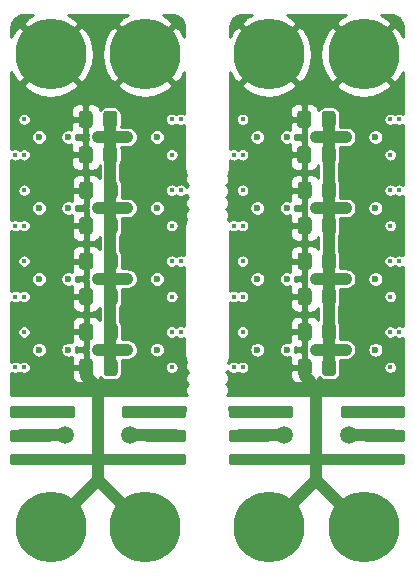
<source format=gbr>
G04 #@! TF.GenerationSoftware,KiCad,Pcbnew,5.1.10*
G04 #@! TF.CreationDate,2021-09-23T13:58:25+02:00*
G04 #@! TF.ProjectId,char-panel,63686172-2d70-4616-9e65-6c2e6b696361,rev?*
G04 #@! TF.SameCoordinates,Original*
G04 #@! TF.FileFunction,Copper,L4,Bot*
G04 #@! TF.FilePolarity,Positive*
%FSLAX46Y46*%
G04 Gerber Fmt 4.6, Leading zero omitted, Abs format (unit mm)*
G04 Created by KiCad (PCBNEW 5.1.10) date 2021-09-23 13:58:25*
%MOMM*%
%LPD*%
G01*
G04 APERTURE LIST*
G04 #@! TA.AperFunction,ComponentPad*
%ADD10C,6.000000*%
G04 #@! TD*
G04 #@! TA.AperFunction,SMDPad,CuDef*
%ADD11C,1.500000*%
G04 #@! TD*
G04 #@! TA.AperFunction,ViaPad*
%ADD12C,0.600000*%
G04 #@! TD*
G04 #@! TA.AperFunction,ViaPad*
%ADD13C,0.400000*%
G04 #@! TD*
G04 #@! TA.AperFunction,Conductor*
%ADD14C,1.000000*%
G04 #@! TD*
G04 #@! TA.AperFunction,Conductor*
%ADD15C,0.250000*%
G04 #@! TD*
G04 #@! TA.AperFunction,Conductor*
%ADD16C,0.254000*%
G04 #@! TD*
G04 #@! TA.AperFunction,Conductor*
%ADD17C,0.150000*%
G04 #@! TD*
G04 APERTURE END LIST*
G04 #@! TO.P,C1,1*
G04 #@! TO.N,Board_2-+5V*
G04 #@! TA.AperFunction,SMDPad,CuDef*
G36*
G01*
X77875010Y-58775001D02*
X77875010Y-59725001D01*
G75*
G02*
X77625010Y-59975001I-250000J0D01*
G01*
X76950010Y-59975001D01*
G75*
G02*
X76700010Y-59725001I0J250000D01*
G01*
X76700010Y-58775001D01*
G75*
G02*
X76950010Y-58525001I250000J0D01*
G01*
X77625010Y-58525001D01*
G75*
G02*
X77875010Y-58775001I0J-250000D01*
G01*
G37*
G04 #@! TD.AperFunction*
G04 #@! TO.P,C1,2*
G04 #@! TO.N,Board_2-GND*
G04 #@! TA.AperFunction,SMDPad,CuDef*
G36*
G01*
X75800010Y-58775001D02*
X75800010Y-59725001D01*
G75*
G02*
X75550010Y-59975001I-250000J0D01*
G01*
X74875010Y-59975001D01*
G75*
G02*
X74625010Y-59725001I0J250000D01*
G01*
X74625010Y-58775001D01*
G75*
G02*
X74875010Y-58525001I250000J0D01*
G01*
X75550010Y-58525001D01*
G75*
G02*
X75800010Y-58775001I0J-250000D01*
G01*
G37*
G04 #@! TD.AperFunction*
G04 #@! TD*
G04 #@! TO.P,C2,1*
G04 #@! TO.N,Board_2-+5V*
G04 #@! TA.AperFunction,SMDPad,CuDef*
G36*
G01*
X77875010Y-61775001D02*
X77875010Y-62725001D01*
G75*
G02*
X77625010Y-62975001I-250000J0D01*
G01*
X76950010Y-62975001D01*
G75*
G02*
X76700010Y-62725001I0J250000D01*
G01*
X76700010Y-61775001D01*
G75*
G02*
X76950010Y-61525001I250000J0D01*
G01*
X77625010Y-61525001D01*
G75*
G02*
X77875010Y-61775001I0J-250000D01*
G01*
G37*
G04 #@! TD.AperFunction*
G04 #@! TO.P,C2,2*
G04 #@! TO.N,Board_2-GND*
G04 #@! TA.AperFunction,SMDPad,CuDef*
G36*
G01*
X75800010Y-61775001D02*
X75800010Y-62725001D01*
G75*
G02*
X75550010Y-62975001I-250000J0D01*
G01*
X74875010Y-62975001D01*
G75*
G02*
X74625010Y-62725001I0J250000D01*
G01*
X74625010Y-61775001D01*
G75*
G02*
X74875010Y-61525001I250000J0D01*
G01*
X75550010Y-61525001D01*
G75*
G02*
X75800010Y-61775001I0J-250000D01*
G01*
G37*
G04 #@! TD.AperFunction*
G04 #@! TD*
G04 #@! TO.P,C3,1*
G04 #@! TO.N,Board_2-+5V*
G04 #@! TA.AperFunction,SMDPad,CuDef*
G36*
G01*
X77912510Y-64775001D02*
X77912510Y-65725001D01*
G75*
G02*
X77662510Y-65975001I-250000J0D01*
G01*
X76987510Y-65975001D01*
G75*
G02*
X76737510Y-65725001I0J250000D01*
G01*
X76737510Y-64775001D01*
G75*
G02*
X76987510Y-64525001I250000J0D01*
G01*
X77662510Y-64525001D01*
G75*
G02*
X77912510Y-64775001I0J-250000D01*
G01*
G37*
G04 #@! TD.AperFunction*
G04 #@! TO.P,C3,2*
G04 #@! TO.N,Board_2-GND*
G04 #@! TA.AperFunction,SMDPad,CuDef*
G36*
G01*
X75837510Y-64775001D02*
X75837510Y-65725001D01*
G75*
G02*
X75587510Y-65975001I-250000J0D01*
G01*
X74912510Y-65975001D01*
G75*
G02*
X74662510Y-65725001I0J250000D01*
G01*
X74662510Y-64775001D01*
G75*
G02*
X74912510Y-64525001I250000J0D01*
G01*
X75587510Y-64525001D01*
G75*
G02*
X75837510Y-64775001I0J-250000D01*
G01*
G37*
G04 #@! TD.AperFunction*
G04 #@! TD*
G04 #@! TO.P,C4,1*
G04 #@! TO.N,Board_2-+5V*
G04 #@! TA.AperFunction,SMDPad,CuDef*
G36*
G01*
X77912510Y-67775001D02*
X77912510Y-68725001D01*
G75*
G02*
X77662510Y-68975001I-250000J0D01*
G01*
X76987510Y-68975001D01*
G75*
G02*
X76737510Y-68725001I0J250000D01*
G01*
X76737510Y-67775001D01*
G75*
G02*
X76987510Y-67525001I250000J0D01*
G01*
X77662510Y-67525001D01*
G75*
G02*
X77912510Y-67775001I0J-250000D01*
G01*
G37*
G04 #@! TD.AperFunction*
G04 #@! TO.P,C4,2*
G04 #@! TO.N,Board_2-GND*
G04 #@! TA.AperFunction,SMDPad,CuDef*
G36*
G01*
X75837510Y-67775001D02*
X75837510Y-68725001D01*
G75*
G02*
X75587510Y-68975001I-250000J0D01*
G01*
X74912510Y-68975001D01*
G75*
G02*
X74662510Y-68725001I0J250000D01*
G01*
X74662510Y-67775001D01*
G75*
G02*
X74912510Y-67525001I250000J0D01*
G01*
X75587510Y-67525001D01*
G75*
G02*
X75837510Y-67775001I0J-250000D01*
G01*
G37*
G04 #@! TD.AperFunction*
G04 #@! TD*
G04 #@! TO.P,C5,1*
G04 #@! TO.N,Board_2-+5V*
G04 #@! TA.AperFunction,SMDPad,CuDef*
G36*
G01*
X77912510Y-70775001D02*
X77912510Y-71725001D01*
G75*
G02*
X77662510Y-71975001I-250000J0D01*
G01*
X76987510Y-71975001D01*
G75*
G02*
X76737510Y-71725001I0J250000D01*
G01*
X76737510Y-70775001D01*
G75*
G02*
X76987510Y-70525001I250000J0D01*
G01*
X77662510Y-70525001D01*
G75*
G02*
X77912510Y-70775001I0J-250000D01*
G01*
G37*
G04 #@! TD.AperFunction*
G04 #@! TO.P,C5,2*
G04 #@! TO.N,Board_2-GND*
G04 #@! TA.AperFunction,SMDPad,CuDef*
G36*
G01*
X75837510Y-70775001D02*
X75837510Y-71725001D01*
G75*
G02*
X75587510Y-71975001I-250000J0D01*
G01*
X74912510Y-71975001D01*
G75*
G02*
X74662510Y-71725001I0J250000D01*
G01*
X74662510Y-70775001D01*
G75*
G02*
X74912510Y-70525001I250000J0D01*
G01*
X75587510Y-70525001D01*
G75*
G02*
X75837510Y-70775001I0J-250000D01*
G01*
G37*
G04 #@! TD.AperFunction*
G04 #@! TD*
G04 #@! TO.P,C6,1*
G04 #@! TO.N,Board_2-+5V*
G04 #@! TA.AperFunction,SMDPad,CuDef*
G36*
G01*
X77912510Y-73775001D02*
X77912510Y-74725001D01*
G75*
G02*
X77662510Y-74975001I-250000J0D01*
G01*
X76987510Y-74975001D01*
G75*
G02*
X76737510Y-74725001I0J250000D01*
G01*
X76737510Y-73775001D01*
G75*
G02*
X76987510Y-73525001I250000J0D01*
G01*
X77662510Y-73525001D01*
G75*
G02*
X77912510Y-73775001I0J-250000D01*
G01*
G37*
G04 #@! TD.AperFunction*
G04 #@! TO.P,C6,2*
G04 #@! TO.N,Board_2-GND*
G04 #@! TA.AperFunction,SMDPad,CuDef*
G36*
G01*
X75837510Y-73775001D02*
X75837510Y-74725001D01*
G75*
G02*
X75587510Y-74975001I-250000J0D01*
G01*
X74912510Y-74975001D01*
G75*
G02*
X74662510Y-74725001I0J250000D01*
G01*
X74662510Y-73775001D01*
G75*
G02*
X74912510Y-73525001I250000J0D01*
G01*
X75587510Y-73525001D01*
G75*
G02*
X75837510Y-73775001I0J-250000D01*
G01*
G37*
G04 #@! TD.AperFunction*
G04 #@! TD*
G04 #@! TO.P,C7,1*
G04 #@! TO.N,Board_2-+5V*
G04 #@! TA.AperFunction,SMDPad,CuDef*
G36*
G01*
X77912510Y-76775001D02*
X77912510Y-77725001D01*
G75*
G02*
X77662510Y-77975001I-250000J0D01*
G01*
X76987510Y-77975001D01*
G75*
G02*
X76737510Y-77725001I0J250000D01*
G01*
X76737510Y-76775001D01*
G75*
G02*
X76987510Y-76525001I250000J0D01*
G01*
X77662510Y-76525001D01*
G75*
G02*
X77912510Y-76775001I0J-250000D01*
G01*
G37*
G04 #@! TD.AperFunction*
G04 #@! TO.P,C7,2*
G04 #@! TO.N,Board_2-GND*
G04 #@! TA.AperFunction,SMDPad,CuDef*
G36*
G01*
X75837510Y-76775001D02*
X75837510Y-77725001D01*
G75*
G02*
X75587510Y-77975001I-250000J0D01*
G01*
X74912510Y-77975001D01*
G75*
G02*
X74662510Y-77725001I0J250000D01*
G01*
X74662510Y-76775001D01*
G75*
G02*
X74912510Y-76525001I250000J0D01*
G01*
X75587510Y-76525001D01*
G75*
G02*
X75837510Y-76775001I0J-250000D01*
G01*
G37*
G04 #@! TD.AperFunction*
G04 #@! TD*
G04 #@! TO.P,C8,1*
G04 #@! TO.N,Board_2-+5V*
G04 #@! TA.AperFunction,SMDPad,CuDef*
G36*
G01*
X77912510Y-79775001D02*
X77912510Y-80725001D01*
G75*
G02*
X77662510Y-80975001I-250000J0D01*
G01*
X76987510Y-80975001D01*
G75*
G02*
X76737510Y-80725001I0J250000D01*
G01*
X76737510Y-79775001D01*
G75*
G02*
X76987510Y-79525001I250000J0D01*
G01*
X77662510Y-79525001D01*
G75*
G02*
X77912510Y-79775001I0J-250000D01*
G01*
G37*
G04 #@! TD.AperFunction*
G04 #@! TO.P,C8,2*
G04 #@! TO.N,Board_2-GND*
G04 #@! TA.AperFunction,SMDPad,CuDef*
G36*
G01*
X75837510Y-79775001D02*
X75837510Y-80725001D01*
G75*
G02*
X75587510Y-80975001I-250000J0D01*
G01*
X74912510Y-80975001D01*
G75*
G02*
X74662510Y-80725001I0J250000D01*
G01*
X74662510Y-79775001D01*
G75*
G02*
X74912510Y-79525001I250000J0D01*
G01*
X75587510Y-79525001D01*
G75*
G02*
X75837510Y-79775001I0J-250000D01*
G01*
G37*
G04 #@! TD.AperFunction*
G04 #@! TD*
D10*
G04 #@! TO.P,J1,1*
G04 #@! TO.N,Board_2-GND*
X72250010Y-53750001D03*
G04 #@! TO.P,J1,2*
X80250010Y-53750001D03*
G04 #@! TD*
G04 #@! TO.P,J2,1*
G04 #@! TO.N,Board_2-GND*
X72250010Y-93750001D03*
G04 #@! TO.P,J2,2*
X80250010Y-93750001D03*
G04 #@! TD*
D11*
G04 #@! TO.P,TP1,1*
G04 #@! TO.N,Board_2-Net-(D1-Pad1)*
X79000010Y-86000001D03*
G04 #@! TD*
G04 #@! TO.P,TP2,1*
G04 #@! TO.N,Board_2-Net-(D48-Pad3)*
X73500010Y-86000001D03*
G04 #@! TD*
G04 #@! TO.P,C1,1*
G04 #@! TO.N,Board_1-+5V*
G04 #@! TA.AperFunction,SMDPad,CuDef*
G36*
G01*
X59375001Y-58775001D02*
X59375001Y-59725001D01*
G75*
G02*
X59125001Y-59975001I-250000J0D01*
G01*
X58450001Y-59975001D01*
G75*
G02*
X58200001Y-59725001I0J250000D01*
G01*
X58200001Y-58775001D01*
G75*
G02*
X58450001Y-58525001I250000J0D01*
G01*
X59125001Y-58525001D01*
G75*
G02*
X59375001Y-58775001I0J-250000D01*
G01*
G37*
G04 #@! TD.AperFunction*
G04 #@! TO.P,C1,2*
G04 #@! TO.N,Board_1-GND*
G04 #@! TA.AperFunction,SMDPad,CuDef*
G36*
G01*
X57300001Y-58775001D02*
X57300001Y-59725001D01*
G75*
G02*
X57050001Y-59975001I-250000J0D01*
G01*
X56375001Y-59975001D01*
G75*
G02*
X56125001Y-59725001I0J250000D01*
G01*
X56125001Y-58775001D01*
G75*
G02*
X56375001Y-58525001I250000J0D01*
G01*
X57050001Y-58525001D01*
G75*
G02*
X57300001Y-58775001I0J-250000D01*
G01*
G37*
G04 #@! TD.AperFunction*
G04 #@! TD*
G04 #@! TO.P,C2,1*
G04 #@! TO.N,Board_1-+5V*
G04 #@! TA.AperFunction,SMDPad,CuDef*
G36*
G01*
X59375001Y-61775001D02*
X59375001Y-62725001D01*
G75*
G02*
X59125001Y-62975001I-250000J0D01*
G01*
X58450001Y-62975001D01*
G75*
G02*
X58200001Y-62725001I0J250000D01*
G01*
X58200001Y-61775001D01*
G75*
G02*
X58450001Y-61525001I250000J0D01*
G01*
X59125001Y-61525001D01*
G75*
G02*
X59375001Y-61775001I0J-250000D01*
G01*
G37*
G04 #@! TD.AperFunction*
G04 #@! TO.P,C2,2*
G04 #@! TO.N,Board_1-GND*
G04 #@! TA.AperFunction,SMDPad,CuDef*
G36*
G01*
X57300001Y-61775001D02*
X57300001Y-62725001D01*
G75*
G02*
X57050001Y-62975001I-250000J0D01*
G01*
X56375001Y-62975001D01*
G75*
G02*
X56125001Y-62725001I0J250000D01*
G01*
X56125001Y-61775001D01*
G75*
G02*
X56375001Y-61525001I250000J0D01*
G01*
X57050001Y-61525001D01*
G75*
G02*
X57300001Y-61775001I0J-250000D01*
G01*
G37*
G04 #@! TD.AperFunction*
G04 #@! TD*
G04 #@! TO.P,C3,1*
G04 #@! TO.N,Board_1-+5V*
G04 #@! TA.AperFunction,SMDPad,CuDef*
G36*
G01*
X59412501Y-64775001D02*
X59412501Y-65725001D01*
G75*
G02*
X59162501Y-65975001I-250000J0D01*
G01*
X58487501Y-65975001D01*
G75*
G02*
X58237501Y-65725001I0J250000D01*
G01*
X58237501Y-64775001D01*
G75*
G02*
X58487501Y-64525001I250000J0D01*
G01*
X59162501Y-64525001D01*
G75*
G02*
X59412501Y-64775001I0J-250000D01*
G01*
G37*
G04 #@! TD.AperFunction*
G04 #@! TO.P,C3,2*
G04 #@! TO.N,Board_1-GND*
G04 #@! TA.AperFunction,SMDPad,CuDef*
G36*
G01*
X57337501Y-64775001D02*
X57337501Y-65725001D01*
G75*
G02*
X57087501Y-65975001I-250000J0D01*
G01*
X56412501Y-65975001D01*
G75*
G02*
X56162501Y-65725001I0J250000D01*
G01*
X56162501Y-64775001D01*
G75*
G02*
X56412501Y-64525001I250000J0D01*
G01*
X57087501Y-64525001D01*
G75*
G02*
X57337501Y-64775001I0J-250000D01*
G01*
G37*
G04 #@! TD.AperFunction*
G04 #@! TD*
G04 #@! TO.P,C4,1*
G04 #@! TO.N,Board_1-+5V*
G04 #@! TA.AperFunction,SMDPad,CuDef*
G36*
G01*
X59412501Y-67775001D02*
X59412501Y-68725001D01*
G75*
G02*
X59162501Y-68975001I-250000J0D01*
G01*
X58487501Y-68975001D01*
G75*
G02*
X58237501Y-68725001I0J250000D01*
G01*
X58237501Y-67775001D01*
G75*
G02*
X58487501Y-67525001I250000J0D01*
G01*
X59162501Y-67525001D01*
G75*
G02*
X59412501Y-67775001I0J-250000D01*
G01*
G37*
G04 #@! TD.AperFunction*
G04 #@! TO.P,C4,2*
G04 #@! TO.N,Board_1-GND*
G04 #@! TA.AperFunction,SMDPad,CuDef*
G36*
G01*
X57337501Y-67775001D02*
X57337501Y-68725001D01*
G75*
G02*
X57087501Y-68975001I-250000J0D01*
G01*
X56412501Y-68975001D01*
G75*
G02*
X56162501Y-68725001I0J250000D01*
G01*
X56162501Y-67775001D01*
G75*
G02*
X56412501Y-67525001I250000J0D01*
G01*
X57087501Y-67525001D01*
G75*
G02*
X57337501Y-67775001I0J-250000D01*
G01*
G37*
G04 #@! TD.AperFunction*
G04 #@! TD*
G04 #@! TO.P,C5,1*
G04 #@! TO.N,Board_1-+5V*
G04 #@! TA.AperFunction,SMDPad,CuDef*
G36*
G01*
X59412501Y-70775001D02*
X59412501Y-71725001D01*
G75*
G02*
X59162501Y-71975001I-250000J0D01*
G01*
X58487501Y-71975001D01*
G75*
G02*
X58237501Y-71725001I0J250000D01*
G01*
X58237501Y-70775001D01*
G75*
G02*
X58487501Y-70525001I250000J0D01*
G01*
X59162501Y-70525001D01*
G75*
G02*
X59412501Y-70775001I0J-250000D01*
G01*
G37*
G04 #@! TD.AperFunction*
G04 #@! TO.P,C5,2*
G04 #@! TO.N,Board_1-GND*
G04 #@! TA.AperFunction,SMDPad,CuDef*
G36*
G01*
X57337501Y-70775001D02*
X57337501Y-71725001D01*
G75*
G02*
X57087501Y-71975001I-250000J0D01*
G01*
X56412501Y-71975001D01*
G75*
G02*
X56162501Y-71725001I0J250000D01*
G01*
X56162501Y-70775001D01*
G75*
G02*
X56412501Y-70525001I250000J0D01*
G01*
X57087501Y-70525001D01*
G75*
G02*
X57337501Y-70775001I0J-250000D01*
G01*
G37*
G04 #@! TD.AperFunction*
G04 #@! TD*
G04 #@! TO.P,C6,1*
G04 #@! TO.N,Board_1-+5V*
G04 #@! TA.AperFunction,SMDPad,CuDef*
G36*
G01*
X59412501Y-73775001D02*
X59412501Y-74725001D01*
G75*
G02*
X59162501Y-74975001I-250000J0D01*
G01*
X58487501Y-74975001D01*
G75*
G02*
X58237501Y-74725001I0J250000D01*
G01*
X58237501Y-73775001D01*
G75*
G02*
X58487501Y-73525001I250000J0D01*
G01*
X59162501Y-73525001D01*
G75*
G02*
X59412501Y-73775001I0J-250000D01*
G01*
G37*
G04 #@! TD.AperFunction*
G04 #@! TO.P,C6,2*
G04 #@! TO.N,Board_1-GND*
G04 #@! TA.AperFunction,SMDPad,CuDef*
G36*
G01*
X57337501Y-73775001D02*
X57337501Y-74725001D01*
G75*
G02*
X57087501Y-74975001I-250000J0D01*
G01*
X56412501Y-74975001D01*
G75*
G02*
X56162501Y-74725001I0J250000D01*
G01*
X56162501Y-73775001D01*
G75*
G02*
X56412501Y-73525001I250000J0D01*
G01*
X57087501Y-73525001D01*
G75*
G02*
X57337501Y-73775001I0J-250000D01*
G01*
G37*
G04 #@! TD.AperFunction*
G04 #@! TD*
G04 #@! TO.P,C7,1*
G04 #@! TO.N,Board_1-+5V*
G04 #@! TA.AperFunction,SMDPad,CuDef*
G36*
G01*
X59412501Y-76775001D02*
X59412501Y-77725001D01*
G75*
G02*
X59162501Y-77975001I-250000J0D01*
G01*
X58487501Y-77975001D01*
G75*
G02*
X58237501Y-77725001I0J250000D01*
G01*
X58237501Y-76775001D01*
G75*
G02*
X58487501Y-76525001I250000J0D01*
G01*
X59162501Y-76525001D01*
G75*
G02*
X59412501Y-76775001I0J-250000D01*
G01*
G37*
G04 #@! TD.AperFunction*
G04 #@! TO.P,C7,2*
G04 #@! TO.N,Board_1-GND*
G04 #@! TA.AperFunction,SMDPad,CuDef*
G36*
G01*
X57337501Y-76775001D02*
X57337501Y-77725001D01*
G75*
G02*
X57087501Y-77975001I-250000J0D01*
G01*
X56412501Y-77975001D01*
G75*
G02*
X56162501Y-77725001I0J250000D01*
G01*
X56162501Y-76775001D01*
G75*
G02*
X56412501Y-76525001I250000J0D01*
G01*
X57087501Y-76525001D01*
G75*
G02*
X57337501Y-76775001I0J-250000D01*
G01*
G37*
G04 #@! TD.AperFunction*
G04 #@! TD*
G04 #@! TO.P,C8,1*
G04 #@! TO.N,Board_1-+5V*
G04 #@! TA.AperFunction,SMDPad,CuDef*
G36*
G01*
X59412501Y-79775001D02*
X59412501Y-80725001D01*
G75*
G02*
X59162501Y-80975001I-250000J0D01*
G01*
X58487501Y-80975001D01*
G75*
G02*
X58237501Y-80725001I0J250000D01*
G01*
X58237501Y-79775001D01*
G75*
G02*
X58487501Y-79525001I250000J0D01*
G01*
X59162501Y-79525001D01*
G75*
G02*
X59412501Y-79775001I0J-250000D01*
G01*
G37*
G04 #@! TD.AperFunction*
G04 #@! TO.P,C8,2*
G04 #@! TO.N,Board_1-GND*
G04 #@! TA.AperFunction,SMDPad,CuDef*
G36*
G01*
X57337501Y-79775001D02*
X57337501Y-80725001D01*
G75*
G02*
X57087501Y-80975001I-250000J0D01*
G01*
X56412501Y-80975001D01*
G75*
G02*
X56162501Y-80725001I0J250000D01*
G01*
X56162501Y-79775001D01*
G75*
G02*
X56412501Y-79525001I250000J0D01*
G01*
X57087501Y-79525001D01*
G75*
G02*
X57337501Y-79775001I0J-250000D01*
G01*
G37*
G04 #@! TD.AperFunction*
G04 #@! TD*
D10*
G04 #@! TO.P,J1,1*
G04 #@! TO.N,Board_1-GND*
X53750001Y-53750001D03*
G04 #@! TO.P,J1,2*
X61750001Y-53750001D03*
G04 #@! TD*
G04 #@! TO.P,J2,1*
G04 #@! TO.N,Board_1-GND*
X53750001Y-93750001D03*
G04 #@! TO.P,J2,2*
X61750001Y-93750001D03*
G04 #@! TD*
D11*
G04 #@! TO.P,TP1,1*
G04 #@! TO.N,Board_1-Net-(D1-Pad1)*
X60500001Y-86000001D03*
G04 #@! TD*
G04 #@! TO.P,TP2,1*
G04 #@! TO.N,Board_1-Net-(D48-Pad3)*
X55000001Y-86000001D03*
G04 #@! TD*
D12*
G04 #@! TO.N,Board_1-+5V*
X52750001Y-60750001D03*
X55250001Y-60750001D03*
X57750001Y-60750001D03*
X60250001Y-60750001D03*
X62750001Y-60750001D03*
X52750001Y-66750001D03*
X55250001Y-66750001D03*
X57750001Y-66750001D03*
X60250001Y-66750001D03*
X62750001Y-66750001D03*
X52750001Y-72750001D03*
X55250001Y-72750001D03*
X57750001Y-72750001D03*
X60250001Y-72750001D03*
X62750001Y-72750001D03*
X52750001Y-78750001D03*
X55250001Y-78750001D03*
X57750001Y-78750001D03*
X60250001Y-78750001D03*
X62750001Y-78750001D03*
X55000001Y-84000001D03*
X54000001Y-84000001D03*
X53000001Y-84000001D03*
X60500001Y-84000001D03*
X61500001Y-84000001D03*
X62500001Y-84000001D03*
D13*
X64750001Y-71250001D03*
X64750001Y-77250001D03*
X64750001Y-65250001D03*
X64750001Y-59250001D03*
X50750001Y-62250001D03*
X50750001Y-68250001D03*
X50750001Y-74250001D03*
X50750001Y-80250001D03*
G04 #@! TO.N,Board_1-/end-of-row-1*
X64000001Y-59250001D03*
X64000001Y-62250001D03*
G04 #@! TO.N,Board_1-/end-of-row-2*
X51500001Y-62250001D03*
X51500001Y-65250001D03*
G04 #@! TO.N,Board_1-/end-of-row-3*
X64000001Y-65250001D03*
X64000001Y-68250001D03*
G04 #@! TO.N,Board_1-/end-of-row-4*
X51500001Y-68250001D03*
X51500001Y-71250001D03*
G04 #@! TO.N,Board_1-/end-of-row-5*
X64000001Y-71250001D03*
X64000001Y-74250001D03*
G04 #@! TO.N,Board_1-/end-of-row-6*
X51500001Y-74250001D03*
X51500001Y-77250001D03*
G04 #@! TO.N,Board_1-/end-of-row-7*
X64000001Y-77250001D03*
X64000001Y-80250001D03*
D12*
G04 #@! TO.N,Board_1-GND*
X52750001Y-63750001D03*
X55250001Y-63750001D03*
X57750001Y-63750001D03*
X60250001Y-63750001D03*
X62750001Y-63750001D03*
X52750001Y-69750001D03*
X55250001Y-69750001D03*
X57750001Y-69750001D03*
X60250001Y-69750001D03*
X62750001Y-69750001D03*
X62750001Y-75750001D03*
X60250001Y-75750001D03*
X57750001Y-75750001D03*
X55250001Y-75750001D03*
X52750001Y-75750001D03*
X60500001Y-88000001D03*
X61500001Y-88000001D03*
X62500001Y-88000001D03*
X55000001Y-88000001D03*
X54000001Y-88000001D03*
X53000001Y-88000001D03*
X57750001Y-82250001D03*
D13*
X64750001Y-74250001D03*
X64750001Y-68250001D03*
X64750001Y-62250001D03*
X50750001Y-65250001D03*
X50750001Y-71250001D03*
X50750001Y-77250001D03*
D12*
X56250001Y-57000001D03*
X59250001Y-57000001D03*
X51250001Y-57000001D03*
X64250001Y-57000001D03*
D13*
X61500001Y-59250001D03*
X61500001Y-62250001D03*
X61500001Y-65250001D03*
X61500001Y-68250001D03*
X61500001Y-71250001D03*
X61500001Y-74250001D03*
X61500001Y-77250001D03*
X61500001Y-80250001D03*
X54000001Y-59250001D03*
X54000001Y-62250001D03*
X54000001Y-65250001D03*
X54000001Y-68250001D03*
X54000001Y-71250001D03*
X54000001Y-74250001D03*
X54000001Y-77250001D03*
G04 #@! TO.N,Board_1-Net-(D1-Pad1)*
X51500001Y-59250001D03*
X62000001Y-86000001D03*
G04 #@! TO.N,Board_1-Net-(D48-Pad3)*
X51500001Y-80250001D03*
X53500001Y-86000001D03*
D12*
G04 #@! TO.N,Board_2-+5V*
X71250010Y-60750001D03*
X73750010Y-60750001D03*
X76250010Y-60750001D03*
X78750010Y-60750001D03*
X81250010Y-60750001D03*
X71250010Y-66750001D03*
X73750010Y-66750001D03*
X76250010Y-66750001D03*
X78750010Y-66750001D03*
X81250010Y-66750001D03*
X71250010Y-72750001D03*
X73750010Y-72750001D03*
X76250010Y-72750001D03*
X78750010Y-72750001D03*
X81250010Y-72750001D03*
X71250010Y-78750001D03*
X73750010Y-78750001D03*
X76250010Y-78750001D03*
X78750010Y-78750001D03*
X81250010Y-78750001D03*
X73500010Y-84000001D03*
X72500010Y-84000001D03*
X71500010Y-84000001D03*
X79000010Y-84000001D03*
X80000010Y-84000001D03*
X81000010Y-84000001D03*
D13*
X83250010Y-71250001D03*
X83250010Y-77250001D03*
X83250010Y-65250001D03*
X83250010Y-59250001D03*
X69250010Y-62250001D03*
X69250010Y-68250001D03*
X69250010Y-74250001D03*
X69250010Y-80250001D03*
G04 #@! TO.N,Board_2-/end-of-row-1*
X82500010Y-59250001D03*
X82500010Y-62250001D03*
G04 #@! TO.N,Board_2-/end-of-row-2*
X70000010Y-62250001D03*
X70000010Y-65250001D03*
G04 #@! TO.N,Board_2-/end-of-row-3*
X82500010Y-65250001D03*
X82500010Y-68250001D03*
G04 #@! TO.N,Board_2-/end-of-row-4*
X70000010Y-68250001D03*
X70000010Y-71250001D03*
G04 #@! TO.N,Board_2-/end-of-row-5*
X82500010Y-71250001D03*
X82500010Y-74250001D03*
G04 #@! TO.N,Board_2-/end-of-row-6*
X70000010Y-74250001D03*
X70000010Y-77250001D03*
G04 #@! TO.N,Board_2-/end-of-row-7*
X82500010Y-77250001D03*
X82500010Y-80250001D03*
D12*
G04 #@! TO.N,Board_2-GND*
X71250010Y-63750001D03*
X73750010Y-63750001D03*
X76250010Y-63750001D03*
X78750010Y-63750001D03*
X81250010Y-63750001D03*
X71250010Y-69750001D03*
X73750010Y-69750001D03*
X76250010Y-69750001D03*
X78750010Y-69750001D03*
X81250010Y-69750001D03*
X81250010Y-75750001D03*
X78750010Y-75750001D03*
X76250010Y-75750001D03*
X73750010Y-75750001D03*
X71250010Y-75750001D03*
X79000010Y-88000001D03*
X80000010Y-88000001D03*
X81000010Y-88000001D03*
X73500010Y-88000001D03*
X72500010Y-88000001D03*
X71500010Y-88000001D03*
X76250010Y-82250001D03*
D13*
X83250010Y-74250001D03*
X83250010Y-68250001D03*
X83250010Y-62250001D03*
X69250010Y-65250001D03*
X69250010Y-71250001D03*
X69250010Y-77250001D03*
D12*
X74750010Y-57000001D03*
X77750010Y-57000001D03*
X69750010Y-57000001D03*
X82750010Y-57000001D03*
D13*
X80000010Y-59250001D03*
X80000010Y-62250001D03*
X80000010Y-65250001D03*
X80000010Y-68250001D03*
X80000010Y-71250001D03*
X80000010Y-74250001D03*
X80000010Y-77250001D03*
X80000010Y-80250001D03*
X72500010Y-59250001D03*
X72500010Y-62250001D03*
X72500010Y-65250001D03*
X72500010Y-68250001D03*
X72500010Y-71250001D03*
X72500010Y-74250001D03*
X72500010Y-77250001D03*
G04 #@! TO.N,Board_2-Net-(D1-Pad1)*
X70000010Y-59250001D03*
X80500010Y-86000001D03*
G04 #@! TO.N,Board_2-Net-(D48-Pad3)*
X70000010Y-80250001D03*
X72000010Y-86000001D03*
G04 #@! TD*
D14*
G04 #@! TO.N,Board_1-+5V*
X58787501Y-80212501D02*
X58825001Y-80250001D01*
X58787501Y-59250001D02*
X58787501Y-80212501D01*
X57750001Y-72750001D02*
X60250001Y-72750001D01*
X57750001Y-66750001D02*
X60250001Y-66750001D01*
X57750001Y-60750001D02*
X60250001Y-60750001D01*
D15*
X58825001Y-78825001D02*
X58750001Y-78750001D01*
X58825001Y-80250001D02*
X58825001Y-78825001D01*
D14*
X58750001Y-78750001D02*
X60250001Y-78750001D01*
X57750001Y-78750001D02*
X58750001Y-78750001D01*
G04 #@! TO.N,Board_1-GND*
X57750001Y-89750001D02*
X53750001Y-93750001D01*
X57750001Y-89750001D02*
X61750001Y-93750001D01*
X57750001Y-88000001D02*
X57750001Y-89750001D01*
X57750001Y-82000001D02*
X57750001Y-82250001D01*
X56750001Y-81000001D02*
X57750001Y-82000001D01*
X56750001Y-80250001D02*
X56750001Y-81000001D01*
X57750001Y-82250001D02*
X57750001Y-88000001D01*
G04 #@! TO.N,Board_1-Net-(D1-Pad1)*
X63250001Y-86000001D02*
X62000001Y-86000001D01*
X64250001Y-86000001D02*
X63250001Y-86000001D01*
X60500001Y-86000001D02*
X62000001Y-86000001D01*
G04 #@! TO.N,Board_1-Net-(D48-Pad3)*
X51250001Y-86000001D02*
X53500001Y-86000001D01*
X55000001Y-86000001D02*
X53500001Y-86000001D01*
G04 #@! TO.N,Board_2-+5V*
X77287510Y-80212501D02*
X77325010Y-80250001D01*
X77287510Y-59250001D02*
X77287510Y-80212501D01*
X76250010Y-72750001D02*
X78750010Y-72750001D01*
X76250010Y-66750001D02*
X78750010Y-66750001D01*
X76250010Y-60750001D02*
X78750010Y-60750001D01*
D15*
X77325010Y-78825001D02*
X77250010Y-78750001D01*
X77325010Y-80250001D02*
X77325010Y-78825001D01*
D14*
X77250010Y-78750001D02*
X78750010Y-78750001D01*
X76250010Y-78750001D02*
X77250010Y-78750001D01*
G04 #@! TO.N,Board_2-GND*
X76250010Y-89750001D02*
X72250010Y-93750001D01*
X76250010Y-89750001D02*
X80250010Y-93750001D01*
X76250010Y-88000001D02*
X76250010Y-89750001D01*
X76250010Y-82000001D02*
X76250010Y-82250001D01*
X75250010Y-81000001D02*
X76250010Y-82000001D01*
X75250010Y-80250001D02*
X75250010Y-81000001D01*
X76250010Y-82250001D02*
X76250010Y-88000001D01*
G04 #@! TO.N,Board_2-Net-(D1-Pad1)*
X81750010Y-86000001D02*
X80500010Y-86000001D01*
X82750010Y-86000001D02*
X81750010Y-86000001D01*
X79000010Y-86000001D02*
X80500010Y-86000001D01*
G04 #@! TO.N,Board_2-Net-(D48-Pad3)*
X69750010Y-86000001D02*
X72000010Y-86000001D01*
X73500010Y-86000001D02*
X72000010Y-86000001D01*
G04 #@! TD*
D16*
G04 #@! TO.N,Board_1-+5V*
X65123001Y-83792017D02*
X65119215Y-83807094D01*
X65119209Y-83807212D01*
X65115989Y-83820064D01*
X65115935Y-83820179D01*
X65105778Y-83860821D01*
X65100703Y-83881080D01*
X65100684Y-83881205D01*
X65100653Y-83881331D01*
X65097592Y-83902049D01*
X65091452Y-83943430D01*
X65091458Y-83943559D01*
X65083456Y-83997717D01*
X65080353Y-84018609D01*
X65080345Y-84018775D01*
X65080321Y-84018936D01*
X65079303Y-84039891D01*
X65075034Y-84126427D01*
X65074001Y-84136919D01*
X65074001Y-84147376D01*
X65073486Y-84157814D01*
X65074001Y-84168339D01*
X65073999Y-84373001D01*
X59877001Y-84373001D01*
X59877001Y-83627001D01*
X65123001Y-83627001D01*
X65123001Y-83792017D01*
G04 #@! TA.AperFunction,Conductor*
D17*
G36*
X65123001Y-83792017D02*
G01*
X65119215Y-83807094D01*
X65119209Y-83807212D01*
X65115989Y-83820064D01*
X65115935Y-83820179D01*
X65105778Y-83860821D01*
X65100703Y-83881080D01*
X65100684Y-83881205D01*
X65100653Y-83881331D01*
X65097592Y-83902049D01*
X65091452Y-83943430D01*
X65091458Y-83943559D01*
X65083456Y-83997717D01*
X65080353Y-84018609D01*
X65080345Y-84018775D01*
X65080321Y-84018936D01*
X65079303Y-84039891D01*
X65075034Y-84126427D01*
X65074001Y-84136919D01*
X65074001Y-84147376D01*
X65073486Y-84157814D01*
X65074001Y-84168339D01*
X65073999Y-84373001D01*
X59877001Y-84373001D01*
X59877001Y-83627001D01*
X65123001Y-83627001D01*
X65123001Y-83792017D01*
G37*
G04 #@! TD.AperFunction*
G04 #@! TD*
D16*
G04 #@! TO.N,Board_1-GND*
X65073965Y-88373001D02*
X50426000Y-88373001D01*
X50426000Y-87627001D01*
X65073971Y-87627001D01*
X65073965Y-88373001D01*
G04 #@! TA.AperFunction,Conductor*
D17*
G36*
X65073965Y-88373001D02*
G01*
X50426000Y-88373001D01*
X50426000Y-87627001D01*
X65073971Y-87627001D01*
X65073965Y-88373001D01*
G37*
G04 #@! TD.AperFunction*
G04 #@! TD*
D16*
G04 #@! TO.N,Board_1-Net-(D1-Pad1)*
X65073982Y-86373001D02*
X61834482Y-86373001D01*
X61877251Y-86200041D01*
X61889813Y-85927509D01*
X61848966Y-85657763D01*
X61837854Y-85627001D01*
X65073988Y-85627001D01*
X65073982Y-86373001D01*
G04 #@! TA.AperFunction,Conductor*
D17*
G36*
X65073982Y-86373001D02*
G01*
X61834482Y-86373001D01*
X61877251Y-86200041D01*
X61889813Y-85927509D01*
X61848966Y-85657763D01*
X61837854Y-85627001D01*
X65073988Y-85627001D01*
X65073982Y-86373001D01*
G37*
G04 #@! TD.AperFunction*
D16*
X60693749Y-85985859D02*
X60679606Y-86000001D01*
X60693749Y-86014144D01*
X60627001Y-86080891D01*
X60627001Y-85919111D01*
X60693749Y-85985859D01*
G04 #@! TA.AperFunction,Conductor*
D17*
G36*
X60693749Y-85985859D02*
G01*
X60679606Y-86000001D01*
X60693749Y-86014144D01*
X60627001Y-86080891D01*
X60627001Y-85919111D01*
X60693749Y-85985859D01*
G37*
G04 #@! TD.AperFunction*
G04 #@! TD*
D16*
G04 #@! TO.N,Board_1-Net-(D48-Pad3)*
X53622751Y-85799961D02*
X53610189Y-86072493D01*
X53651036Y-86342239D01*
X53662148Y-86373001D01*
X50426000Y-86373001D01*
X50426000Y-85627001D01*
X53665520Y-85627001D01*
X53622751Y-85799961D01*
G04 #@! TA.AperFunction,Conductor*
D17*
G36*
X53622751Y-85799961D02*
G01*
X53610189Y-86072493D01*
X53651036Y-86342239D01*
X53662148Y-86373001D01*
X50426000Y-86373001D01*
X50426000Y-85627001D01*
X53665520Y-85627001D01*
X53622751Y-85799961D01*
G37*
G04 #@! TD.AperFunction*
D16*
X54873001Y-86080891D02*
X54806254Y-86014144D01*
X54820396Y-86000001D01*
X54806254Y-85985859D01*
X54873001Y-85919111D01*
X54873001Y-86080891D01*
G04 #@! TA.AperFunction,Conductor*
D17*
G36*
X54873001Y-86080891D02*
G01*
X54806254Y-86014144D01*
X54820396Y-86000001D01*
X54806254Y-85985859D01*
X54873001Y-85919111D01*
X54873001Y-86080891D01*
G37*
G04 #@! TD.AperFunction*
G04 #@! TD*
D16*
G04 #@! TO.N,Board_1-GND*
X51734398Y-50703899D02*
X51707107Y-50722133D01*
X51370920Y-51191315D01*
X53750001Y-53570396D01*
X56129082Y-51191315D01*
X55792895Y-50722133D01*
X55244991Y-50426100D01*
X60259789Y-50426100D01*
X59734398Y-50703899D01*
X59707107Y-50722133D01*
X59370920Y-51191315D01*
X61750001Y-53570396D01*
X64129082Y-51191315D01*
X63792895Y-50722133D01*
X63244991Y-50426100D01*
X63988480Y-50426100D01*
X64112192Y-50432732D01*
X64221490Y-50449759D01*
X64224243Y-50450348D01*
X64331358Y-50479359D01*
X64436833Y-50519832D01*
X64534881Y-50569466D01*
X64537433Y-50570950D01*
X64630334Y-50631521D01*
X64717870Y-50702353D01*
X64797528Y-50782082D01*
X64868528Y-50869825D01*
X64929095Y-50962644D01*
X64930808Y-50965590D01*
X64979472Y-51061115D01*
X64980864Y-51064267D01*
X65020535Y-51168249D01*
X65049652Y-51275760D01*
X65050234Y-51278479D01*
X65067217Y-51387596D01*
X65073701Y-51505165D01*
X65073720Y-52259444D01*
X64796103Y-51734398D01*
X64777869Y-51707107D01*
X64308687Y-51370920D01*
X61929606Y-53750001D01*
X64308687Y-56129082D01*
X64777869Y-55792895D01*
X65073796Y-55245188D01*
X65073885Y-58772461D01*
X65023313Y-58738670D01*
X64918306Y-58695175D01*
X64806831Y-58673001D01*
X64693171Y-58673001D01*
X64581696Y-58695175D01*
X64476689Y-58738670D01*
X64382185Y-58801816D01*
X64375001Y-58809000D01*
X64367817Y-58801816D01*
X64273313Y-58738670D01*
X64168306Y-58695175D01*
X64056831Y-58673001D01*
X63943171Y-58673001D01*
X63831696Y-58695175D01*
X63726689Y-58738670D01*
X63632185Y-58801816D01*
X63551816Y-58882185D01*
X63488670Y-58976689D01*
X63445175Y-59081696D01*
X63423001Y-59193171D01*
X63423001Y-59306831D01*
X63445175Y-59418306D01*
X63488670Y-59523313D01*
X63551816Y-59617817D01*
X63632185Y-59698186D01*
X63726689Y-59761332D01*
X63831696Y-59804827D01*
X63943171Y-59827001D01*
X64056831Y-59827001D01*
X64168306Y-59804827D01*
X64273313Y-59761332D01*
X64367817Y-59698186D01*
X64375001Y-59691002D01*
X64382185Y-59698186D01*
X64476689Y-59761332D01*
X64581696Y-59804827D01*
X64693171Y-59827001D01*
X64806831Y-59827001D01*
X64918306Y-59804827D01*
X65023313Y-59761332D01*
X65073909Y-59727525D01*
X65074000Y-63331672D01*
X65073486Y-63342186D01*
X65074001Y-63352620D01*
X65074001Y-63363088D01*
X65075035Y-63373580D01*
X65079303Y-63460109D01*
X65080321Y-63481064D01*
X65080345Y-63481225D01*
X65080353Y-63481391D01*
X65083454Y-63502270D01*
X65091458Y-63556441D01*
X65091452Y-63556570D01*
X65097430Y-63596859D01*
X65100653Y-63618669D01*
X65100684Y-63618795D01*
X65100703Y-63618920D01*
X65105778Y-63639179D01*
X65115935Y-63679821D01*
X65115989Y-63679936D01*
X65119209Y-63692788D01*
X65119215Y-63692906D01*
X65129346Y-63733248D01*
X65134499Y-63753818D01*
X65134539Y-63753930D01*
X65134567Y-63754041D01*
X65141469Y-63773294D01*
X65155737Y-63813165D01*
X65155798Y-63813266D01*
X65174241Y-63864715D01*
X65181388Y-63884705D01*
X65181465Y-63884869D01*
X65181525Y-63885035D01*
X65190340Y-63903645D01*
X65213960Y-63953616D01*
X65214007Y-63953804D01*
X65229150Y-63985768D01*
X65195360Y-64036339D01*
X65148095Y-64150446D01*
X65124000Y-64271581D01*
X65124000Y-64395089D01*
X65148095Y-64516224D01*
X65195360Y-64630331D01*
X65263977Y-64733024D01*
X65351311Y-64820358D01*
X65370733Y-64833335D01*
X65351311Y-64846312D01*
X65263977Y-64933646D01*
X65248274Y-64957147D01*
X65198186Y-64882185D01*
X65117817Y-64801816D01*
X65023313Y-64738670D01*
X64918306Y-64695175D01*
X64806831Y-64673001D01*
X64693171Y-64673001D01*
X64581696Y-64695175D01*
X64476689Y-64738670D01*
X64382185Y-64801816D01*
X64375001Y-64809000D01*
X64367817Y-64801816D01*
X64273313Y-64738670D01*
X64168306Y-64695175D01*
X64056831Y-64673001D01*
X63943171Y-64673001D01*
X63831696Y-64695175D01*
X63726689Y-64738670D01*
X63632185Y-64801816D01*
X63551816Y-64882185D01*
X63488670Y-64976689D01*
X63445175Y-65081696D01*
X63423001Y-65193171D01*
X63423001Y-65306831D01*
X63445175Y-65418306D01*
X63488670Y-65523313D01*
X63551816Y-65617817D01*
X63632185Y-65698186D01*
X63726689Y-65761332D01*
X63831696Y-65804827D01*
X63943171Y-65827001D01*
X64056831Y-65827001D01*
X64168306Y-65804827D01*
X64273313Y-65761332D01*
X64367817Y-65698186D01*
X64375001Y-65691002D01*
X64382185Y-65698186D01*
X64476689Y-65761332D01*
X64581696Y-65804827D01*
X64693171Y-65827001D01*
X64806831Y-65827001D01*
X64918306Y-65804827D01*
X65023313Y-65761332D01*
X65117817Y-65698186D01*
X65192522Y-65623481D01*
X65195360Y-65630331D01*
X65263977Y-65733024D01*
X65351311Y-65820358D01*
X65370733Y-65833335D01*
X65351311Y-65846312D01*
X65263977Y-65933646D01*
X65195360Y-66036339D01*
X65148095Y-66150446D01*
X65124000Y-66271581D01*
X65124000Y-66395089D01*
X65148095Y-66516224D01*
X65195360Y-66630331D01*
X65263977Y-66733024D01*
X65351311Y-66820358D01*
X65370733Y-66833335D01*
X65351311Y-66846312D01*
X65263977Y-66933646D01*
X65195360Y-67036339D01*
X65148095Y-67150446D01*
X65124000Y-67271581D01*
X65124000Y-67395089D01*
X65148095Y-67516224D01*
X65195360Y-67630331D01*
X65229161Y-67680918D01*
X65213931Y-67713110D01*
X65213912Y-67713184D01*
X65190707Y-67762280D01*
X65181525Y-67781665D01*
X65181465Y-67781831D01*
X65181388Y-67781995D01*
X65174301Y-67801816D01*
X65155798Y-67853434D01*
X65155737Y-67853535D01*
X65141804Y-67892470D01*
X65134567Y-67912659D01*
X65134539Y-67912770D01*
X65134499Y-67912882D01*
X65129371Y-67933349D01*
X65119215Y-67973794D01*
X65119209Y-67973912D01*
X65115989Y-67986764D01*
X65115935Y-67986879D01*
X65105778Y-68027521D01*
X65100703Y-68047780D01*
X65100684Y-68047905D01*
X65100653Y-68048031D01*
X65097592Y-68068749D01*
X65091452Y-68110130D01*
X65091458Y-68110259D01*
X65083456Y-68164417D01*
X65080353Y-68185309D01*
X65080345Y-68185475D01*
X65080321Y-68185636D01*
X65079303Y-68206591D01*
X65075034Y-68293133D01*
X65074001Y-68303622D01*
X65074001Y-68314074D01*
X65073486Y-68324514D01*
X65074001Y-68335044D01*
X65074001Y-70772539D01*
X65023313Y-70738670D01*
X64918306Y-70695175D01*
X64806831Y-70673001D01*
X64693171Y-70673001D01*
X64581696Y-70695175D01*
X64476689Y-70738670D01*
X64382185Y-70801816D01*
X64375001Y-70809000D01*
X64367817Y-70801816D01*
X64273313Y-70738670D01*
X64168306Y-70695175D01*
X64056831Y-70673001D01*
X63943171Y-70673001D01*
X63831696Y-70695175D01*
X63726689Y-70738670D01*
X63632185Y-70801816D01*
X63551816Y-70882185D01*
X63488670Y-70976689D01*
X63445175Y-71081696D01*
X63423001Y-71193171D01*
X63423001Y-71306831D01*
X63445175Y-71418306D01*
X63488670Y-71523313D01*
X63551816Y-71617817D01*
X63632185Y-71698186D01*
X63726689Y-71761332D01*
X63831696Y-71804827D01*
X63943171Y-71827001D01*
X64056831Y-71827001D01*
X64168306Y-71804827D01*
X64273313Y-71761332D01*
X64367817Y-71698186D01*
X64375001Y-71691002D01*
X64382185Y-71698186D01*
X64476689Y-71761332D01*
X64581696Y-71804827D01*
X64693171Y-71827001D01*
X64806831Y-71827001D01*
X64918306Y-71804827D01*
X65023313Y-71761332D01*
X65074001Y-71727463D01*
X65074000Y-76772538D01*
X65023313Y-76738670D01*
X64918306Y-76695175D01*
X64806831Y-76673001D01*
X64693171Y-76673001D01*
X64581696Y-76695175D01*
X64476689Y-76738670D01*
X64382185Y-76801816D01*
X64375001Y-76809000D01*
X64367817Y-76801816D01*
X64273313Y-76738670D01*
X64168306Y-76695175D01*
X64056831Y-76673001D01*
X63943171Y-76673001D01*
X63831696Y-76695175D01*
X63726689Y-76738670D01*
X63632185Y-76801816D01*
X63551816Y-76882185D01*
X63488670Y-76976689D01*
X63445175Y-77081696D01*
X63423001Y-77193171D01*
X63423001Y-77306831D01*
X63445175Y-77418306D01*
X63488670Y-77523313D01*
X63551816Y-77617817D01*
X63632185Y-77698186D01*
X63726689Y-77761332D01*
X63831696Y-77804827D01*
X63943171Y-77827001D01*
X64056831Y-77827001D01*
X64168306Y-77804827D01*
X64273313Y-77761332D01*
X64367817Y-77698186D01*
X64375001Y-77691002D01*
X64382185Y-77698186D01*
X64476689Y-77761332D01*
X64581696Y-77804827D01*
X64693171Y-77827001D01*
X64806831Y-77827001D01*
X64918306Y-77804827D01*
X65023313Y-77761332D01*
X65074000Y-77727464D01*
X65074000Y-79164976D01*
X65073486Y-79175486D01*
X65074000Y-79185906D01*
X65074000Y-79196377D01*
X65075035Y-79206885D01*
X65079303Y-79293409D01*
X65080321Y-79314364D01*
X65080345Y-79314525D01*
X65080353Y-79314691D01*
X65083454Y-79335570D01*
X65091450Y-79389683D01*
X65091446Y-79389763D01*
X65097409Y-79430017D01*
X65100653Y-79451969D01*
X65100674Y-79452051D01*
X65100683Y-79452115D01*
X65105248Y-79470358D01*
X65115935Y-79513121D01*
X65115967Y-79513189D01*
X65119225Y-79526205D01*
X65119237Y-79526454D01*
X65129460Y-79567105D01*
X65134468Y-79587116D01*
X65134551Y-79587347D01*
X65134610Y-79587583D01*
X65141574Y-79606989D01*
X65155691Y-79646468D01*
X65155818Y-79646680D01*
X65174371Y-79698380D01*
X65181388Y-79718005D01*
X65181496Y-79718234D01*
X65181582Y-79718473D01*
X65190340Y-79736945D01*
X65213912Y-79786816D01*
X65213931Y-79786890D01*
X65229163Y-79819086D01*
X65195360Y-79869675D01*
X65148095Y-79983782D01*
X65124000Y-80104917D01*
X65124000Y-80228425D01*
X65148095Y-80349560D01*
X65195360Y-80463667D01*
X65263977Y-80566360D01*
X65351311Y-80653694D01*
X65370733Y-80666671D01*
X65351311Y-80679648D01*
X65263977Y-80766982D01*
X65195360Y-80869675D01*
X65148095Y-80983782D01*
X65124000Y-81104917D01*
X65124000Y-81228425D01*
X65148095Y-81349560D01*
X65195360Y-81463667D01*
X65263977Y-81566360D01*
X65351311Y-81653694D01*
X65370733Y-81666671D01*
X65351311Y-81679648D01*
X65263977Y-81766982D01*
X65195360Y-81869675D01*
X65148095Y-81983782D01*
X65124000Y-82104917D01*
X65124000Y-82228425D01*
X65148095Y-82349560D01*
X65195360Y-82463667D01*
X65263977Y-82566360D01*
X65320618Y-82623001D01*
X50426000Y-82623001D01*
X50426000Y-80975001D01*
X55524429Y-80975001D01*
X55536689Y-81099483D01*
X55572999Y-81219181D01*
X55631964Y-81329495D01*
X55711316Y-81426186D01*
X55808007Y-81505538D01*
X55918321Y-81564503D01*
X56038019Y-81600813D01*
X56162501Y-81613073D01*
X56464251Y-81610001D01*
X56623001Y-81451251D01*
X56623001Y-80377001D01*
X55686251Y-80377001D01*
X55527501Y-80535751D01*
X55524429Y-80975001D01*
X50426000Y-80975001D01*
X50426000Y-80727462D01*
X50476689Y-80761332D01*
X50581696Y-80804827D01*
X50693171Y-80827001D01*
X50806831Y-80827001D01*
X50918306Y-80804827D01*
X51023313Y-80761332D01*
X51117817Y-80698186D01*
X51125001Y-80691002D01*
X51132185Y-80698186D01*
X51226689Y-80761332D01*
X51331696Y-80804827D01*
X51443171Y-80827001D01*
X51556831Y-80827001D01*
X51668306Y-80804827D01*
X51773313Y-80761332D01*
X51867817Y-80698186D01*
X51948186Y-80617817D01*
X52011332Y-80523313D01*
X52054827Y-80418306D01*
X52077001Y-80306831D01*
X52077001Y-80193171D01*
X52054827Y-80081696D01*
X52011332Y-79976689D01*
X51948186Y-79882185D01*
X51867817Y-79801816D01*
X51773313Y-79738670D01*
X51668306Y-79695175D01*
X51556831Y-79673001D01*
X51443171Y-79673001D01*
X51331696Y-79695175D01*
X51226689Y-79738670D01*
X51132185Y-79801816D01*
X51125001Y-79809000D01*
X51117817Y-79801816D01*
X51023313Y-79738670D01*
X50918306Y-79695175D01*
X50806831Y-79673001D01*
X50693171Y-79673001D01*
X50581696Y-79695175D01*
X50476689Y-79738670D01*
X50426000Y-79772540D01*
X50426000Y-78683322D01*
X52073001Y-78683322D01*
X52073001Y-78816680D01*
X52099017Y-78947475D01*
X52150051Y-79070681D01*
X52224141Y-79181564D01*
X52318438Y-79275861D01*
X52429321Y-79349951D01*
X52552527Y-79400985D01*
X52683322Y-79427001D01*
X52816680Y-79427001D01*
X52947475Y-79400985D01*
X53070681Y-79349951D01*
X53181564Y-79275861D01*
X53275861Y-79181564D01*
X53349951Y-79070681D01*
X53400985Y-78947475D01*
X53427001Y-78816680D01*
X53427001Y-78683322D01*
X54573001Y-78683322D01*
X54573001Y-78816680D01*
X54599017Y-78947475D01*
X54650051Y-79070681D01*
X54724141Y-79181564D01*
X54818438Y-79275861D01*
X54929321Y-79349951D01*
X55052527Y-79400985D01*
X55183322Y-79427001D01*
X55316680Y-79427001D01*
X55447475Y-79400985D01*
X55549348Y-79358787D01*
X55536689Y-79400519D01*
X55524429Y-79525001D01*
X55527501Y-79964251D01*
X55686251Y-80123001D01*
X56623001Y-80123001D01*
X56623001Y-79048751D01*
X56464251Y-78890001D01*
X56162501Y-78886929D01*
X56038019Y-78899189D01*
X55918321Y-78935499D01*
X55901588Y-78944443D01*
X55927001Y-78816680D01*
X55927001Y-78683322D01*
X55901588Y-78555559D01*
X55918321Y-78564503D01*
X56038019Y-78600813D01*
X56162501Y-78613073D01*
X56464251Y-78610001D01*
X56623001Y-78451251D01*
X56623001Y-77377001D01*
X55686251Y-77377001D01*
X55527501Y-77535751D01*
X55524429Y-77975001D01*
X55536689Y-78099483D01*
X55549348Y-78141215D01*
X55447475Y-78099017D01*
X55316680Y-78073001D01*
X55183322Y-78073001D01*
X55052527Y-78099017D01*
X54929321Y-78150051D01*
X54818438Y-78224141D01*
X54724141Y-78318438D01*
X54650051Y-78429321D01*
X54599017Y-78552527D01*
X54573001Y-78683322D01*
X53427001Y-78683322D01*
X53400985Y-78552527D01*
X53349951Y-78429321D01*
X53275861Y-78318438D01*
X53181564Y-78224141D01*
X53070681Y-78150051D01*
X52947475Y-78099017D01*
X52816680Y-78073001D01*
X52683322Y-78073001D01*
X52552527Y-78099017D01*
X52429321Y-78150051D01*
X52318438Y-78224141D01*
X52224141Y-78318438D01*
X52150051Y-78429321D01*
X52099017Y-78552527D01*
X52073001Y-78683322D01*
X50426000Y-78683322D01*
X50426000Y-77193171D01*
X50923001Y-77193171D01*
X50923001Y-77306831D01*
X50945175Y-77418306D01*
X50988670Y-77523313D01*
X51051816Y-77617817D01*
X51132185Y-77698186D01*
X51226689Y-77761332D01*
X51331696Y-77804827D01*
X51443171Y-77827001D01*
X51556831Y-77827001D01*
X51668306Y-77804827D01*
X51773313Y-77761332D01*
X51867817Y-77698186D01*
X51948186Y-77617817D01*
X52011332Y-77523313D01*
X52054827Y-77418306D01*
X52077001Y-77306831D01*
X52077001Y-77193171D01*
X52054827Y-77081696D01*
X52011332Y-76976689D01*
X51948186Y-76882185D01*
X51867817Y-76801816D01*
X51773313Y-76738670D01*
X51668306Y-76695175D01*
X51556831Y-76673001D01*
X51443171Y-76673001D01*
X51331696Y-76695175D01*
X51226689Y-76738670D01*
X51132185Y-76801816D01*
X51051816Y-76882185D01*
X50988670Y-76976689D01*
X50945175Y-77081696D01*
X50923001Y-77193171D01*
X50426000Y-77193171D01*
X50426000Y-76525001D01*
X55524429Y-76525001D01*
X55527501Y-76964251D01*
X55686251Y-77123001D01*
X56623001Y-77123001D01*
X56623001Y-76048751D01*
X56464251Y-75890001D01*
X56162501Y-75886929D01*
X56038019Y-75899189D01*
X55918321Y-75935499D01*
X55808007Y-75994464D01*
X55711316Y-76073816D01*
X55631964Y-76170507D01*
X55572999Y-76280821D01*
X55536689Y-76400519D01*
X55524429Y-76525001D01*
X50426000Y-76525001D01*
X50426000Y-74975001D01*
X55524429Y-74975001D01*
X55536689Y-75099483D01*
X55572999Y-75219181D01*
X55631964Y-75329495D01*
X55711316Y-75426186D01*
X55808007Y-75505538D01*
X55918321Y-75564503D01*
X56038019Y-75600813D01*
X56162501Y-75613073D01*
X56464251Y-75610001D01*
X56623001Y-75451251D01*
X56623001Y-74377001D01*
X55686251Y-74377001D01*
X55527501Y-74535751D01*
X55524429Y-74975001D01*
X50426000Y-74975001D01*
X50426000Y-74727462D01*
X50476689Y-74761332D01*
X50581696Y-74804827D01*
X50693171Y-74827001D01*
X50806831Y-74827001D01*
X50918306Y-74804827D01*
X51023313Y-74761332D01*
X51117817Y-74698186D01*
X51125001Y-74691002D01*
X51132185Y-74698186D01*
X51226689Y-74761332D01*
X51331696Y-74804827D01*
X51443171Y-74827001D01*
X51556831Y-74827001D01*
X51668306Y-74804827D01*
X51773313Y-74761332D01*
X51867817Y-74698186D01*
X51948186Y-74617817D01*
X52011332Y-74523313D01*
X52054827Y-74418306D01*
X52077001Y-74306831D01*
X52077001Y-74193171D01*
X52054827Y-74081696D01*
X52011332Y-73976689D01*
X51948186Y-73882185D01*
X51867817Y-73801816D01*
X51773313Y-73738670D01*
X51668306Y-73695175D01*
X51556831Y-73673001D01*
X51443171Y-73673001D01*
X51331696Y-73695175D01*
X51226689Y-73738670D01*
X51132185Y-73801816D01*
X51125001Y-73809000D01*
X51117817Y-73801816D01*
X51023313Y-73738670D01*
X50918306Y-73695175D01*
X50806831Y-73673001D01*
X50693171Y-73673001D01*
X50581696Y-73695175D01*
X50476689Y-73738670D01*
X50426000Y-73772540D01*
X50426000Y-72683322D01*
X52073001Y-72683322D01*
X52073001Y-72816680D01*
X52099017Y-72947475D01*
X52150051Y-73070681D01*
X52224141Y-73181564D01*
X52318438Y-73275861D01*
X52429321Y-73349951D01*
X52552527Y-73400985D01*
X52683322Y-73427001D01*
X52816680Y-73427001D01*
X52947475Y-73400985D01*
X53070681Y-73349951D01*
X53181564Y-73275861D01*
X53275861Y-73181564D01*
X53349951Y-73070681D01*
X53400985Y-72947475D01*
X53427001Y-72816680D01*
X53427001Y-72683322D01*
X54573001Y-72683322D01*
X54573001Y-72816680D01*
X54599017Y-72947475D01*
X54650051Y-73070681D01*
X54724141Y-73181564D01*
X54818438Y-73275861D01*
X54929321Y-73349951D01*
X55052527Y-73400985D01*
X55183322Y-73427001D01*
X55316680Y-73427001D01*
X55447475Y-73400985D01*
X55549348Y-73358787D01*
X55536689Y-73400519D01*
X55524429Y-73525001D01*
X55527501Y-73964251D01*
X55686251Y-74123001D01*
X56623001Y-74123001D01*
X56623001Y-73048751D01*
X56464251Y-72890001D01*
X56162501Y-72886929D01*
X56038019Y-72899189D01*
X55918321Y-72935499D01*
X55901588Y-72944443D01*
X55927001Y-72816680D01*
X55927001Y-72683322D01*
X55901588Y-72555559D01*
X55918321Y-72564503D01*
X56038019Y-72600813D01*
X56162501Y-72613073D01*
X56464251Y-72610001D01*
X56623001Y-72451251D01*
X56623001Y-71377001D01*
X55686251Y-71377001D01*
X55527501Y-71535751D01*
X55524429Y-71975001D01*
X55536689Y-72099483D01*
X55549348Y-72141215D01*
X55447475Y-72099017D01*
X55316680Y-72073001D01*
X55183322Y-72073001D01*
X55052527Y-72099017D01*
X54929321Y-72150051D01*
X54818438Y-72224141D01*
X54724141Y-72318438D01*
X54650051Y-72429321D01*
X54599017Y-72552527D01*
X54573001Y-72683322D01*
X53427001Y-72683322D01*
X53400985Y-72552527D01*
X53349951Y-72429321D01*
X53275861Y-72318438D01*
X53181564Y-72224141D01*
X53070681Y-72150051D01*
X52947475Y-72099017D01*
X52816680Y-72073001D01*
X52683322Y-72073001D01*
X52552527Y-72099017D01*
X52429321Y-72150051D01*
X52318438Y-72224141D01*
X52224141Y-72318438D01*
X52150051Y-72429321D01*
X52099017Y-72552527D01*
X52073001Y-72683322D01*
X50426000Y-72683322D01*
X50426000Y-71193171D01*
X50923001Y-71193171D01*
X50923001Y-71306831D01*
X50945175Y-71418306D01*
X50988670Y-71523313D01*
X51051816Y-71617817D01*
X51132185Y-71698186D01*
X51226689Y-71761332D01*
X51331696Y-71804827D01*
X51443171Y-71827001D01*
X51556831Y-71827001D01*
X51668306Y-71804827D01*
X51773313Y-71761332D01*
X51867817Y-71698186D01*
X51948186Y-71617817D01*
X52011332Y-71523313D01*
X52054827Y-71418306D01*
X52077001Y-71306831D01*
X52077001Y-71193171D01*
X52054827Y-71081696D01*
X52011332Y-70976689D01*
X51948186Y-70882185D01*
X51867817Y-70801816D01*
X51773313Y-70738670D01*
X51668306Y-70695175D01*
X51556831Y-70673001D01*
X51443171Y-70673001D01*
X51331696Y-70695175D01*
X51226689Y-70738670D01*
X51132185Y-70801816D01*
X51051816Y-70882185D01*
X50988670Y-70976689D01*
X50945175Y-71081696D01*
X50923001Y-71193171D01*
X50426000Y-71193171D01*
X50426000Y-70525001D01*
X55524429Y-70525001D01*
X55527501Y-70964251D01*
X55686251Y-71123001D01*
X56623001Y-71123001D01*
X56623001Y-70048751D01*
X56464251Y-69890001D01*
X56162501Y-69886929D01*
X56038019Y-69899189D01*
X55918321Y-69935499D01*
X55808007Y-69994464D01*
X55711316Y-70073816D01*
X55631964Y-70170507D01*
X55572999Y-70280821D01*
X55536689Y-70400519D01*
X55524429Y-70525001D01*
X50426000Y-70525001D01*
X50426000Y-68975001D01*
X55524429Y-68975001D01*
X55536689Y-69099483D01*
X55572999Y-69219181D01*
X55631964Y-69329495D01*
X55711316Y-69426186D01*
X55808007Y-69505538D01*
X55918321Y-69564503D01*
X56038019Y-69600813D01*
X56162501Y-69613073D01*
X56464251Y-69610001D01*
X56623001Y-69451251D01*
X56623001Y-68377001D01*
X55686251Y-68377001D01*
X55527501Y-68535751D01*
X55524429Y-68975001D01*
X50426000Y-68975001D01*
X50426000Y-68727462D01*
X50476689Y-68761332D01*
X50581696Y-68804827D01*
X50693171Y-68827001D01*
X50806831Y-68827001D01*
X50918306Y-68804827D01*
X51023313Y-68761332D01*
X51117817Y-68698186D01*
X51125001Y-68691002D01*
X51132185Y-68698186D01*
X51226689Y-68761332D01*
X51331696Y-68804827D01*
X51443171Y-68827001D01*
X51556831Y-68827001D01*
X51668306Y-68804827D01*
X51773313Y-68761332D01*
X51867817Y-68698186D01*
X51948186Y-68617817D01*
X52011332Y-68523313D01*
X52054827Y-68418306D01*
X52077001Y-68306831D01*
X52077001Y-68193171D01*
X52054827Y-68081696D01*
X52011332Y-67976689D01*
X51948186Y-67882185D01*
X51867817Y-67801816D01*
X51773313Y-67738670D01*
X51668306Y-67695175D01*
X51556831Y-67673001D01*
X51443171Y-67673001D01*
X51331696Y-67695175D01*
X51226689Y-67738670D01*
X51132185Y-67801816D01*
X51125001Y-67809000D01*
X51117817Y-67801816D01*
X51023313Y-67738670D01*
X50918306Y-67695175D01*
X50806831Y-67673001D01*
X50693171Y-67673001D01*
X50581696Y-67695175D01*
X50476689Y-67738670D01*
X50426000Y-67772540D01*
X50426000Y-66683322D01*
X52073001Y-66683322D01*
X52073001Y-66816680D01*
X52099017Y-66947475D01*
X52150051Y-67070681D01*
X52224141Y-67181564D01*
X52318438Y-67275861D01*
X52429321Y-67349951D01*
X52552527Y-67400985D01*
X52683322Y-67427001D01*
X52816680Y-67427001D01*
X52947475Y-67400985D01*
X53070681Y-67349951D01*
X53181564Y-67275861D01*
X53275861Y-67181564D01*
X53349951Y-67070681D01*
X53400985Y-66947475D01*
X53427001Y-66816680D01*
X53427001Y-66683322D01*
X54573001Y-66683322D01*
X54573001Y-66816680D01*
X54599017Y-66947475D01*
X54650051Y-67070681D01*
X54724141Y-67181564D01*
X54818438Y-67275861D01*
X54929321Y-67349951D01*
X55052527Y-67400985D01*
X55183322Y-67427001D01*
X55316680Y-67427001D01*
X55447475Y-67400985D01*
X55549348Y-67358787D01*
X55536689Y-67400519D01*
X55524429Y-67525001D01*
X55527501Y-67964251D01*
X55686251Y-68123001D01*
X56623001Y-68123001D01*
X56623001Y-67048751D01*
X56464251Y-66890001D01*
X56162501Y-66886929D01*
X56038019Y-66899189D01*
X55918321Y-66935499D01*
X55901588Y-66944443D01*
X55927001Y-66816680D01*
X55927001Y-66683322D01*
X55901588Y-66555559D01*
X55918321Y-66564503D01*
X56038019Y-66600813D01*
X56162501Y-66613073D01*
X56464251Y-66610001D01*
X56623001Y-66451251D01*
X56623001Y-65377001D01*
X55686251Y-65377001D01*
X55527501Y-65535751D01*
X55524429Y-65975001D01*
X55536689Y-66099483D01*
X55549348Y-66141215D01*
X55447475Y-66099017D01*
X55316680Y-66073001D01*
X55183322Y-66073001D01*
X55052527Y-66099017D01*
X54929321Y-66150051D01*
X54818438Y-66224141D01*
X54724141Y-66318438D01*
X54650051Y-66429321D01*
X54599017Y-66552527D01*
X54573001Y-66683322D01*
X53427001Y-66683322D01*
X53400985Y-66552527D01*
X53349951Y-66429321D01*
X53275861Y-66318438D01*
X53181564Y-66224141D01*
X53070681Y-66150051D01*
X52947475Y-66099017D01*
X52816680Y-66073001D01*
X52683322Y-66073001D01*
X52552527Y-66099017D01*
X52429321Y-66150051D01*
X52318438Y-66224141D01*
X52224141Y-66318438D01*
X52150051Y-66429321D01*
X52099017Y-66552527D01*
X52073001Y-66683322D01*
X50426000Y-66683322D01*
X50426000Y-65193171D01*
X50923001Y-65193171D01*
X50923001Y-65306831D01*
X50945175Y-65418306D01*
X50988670Y-65523313D01*
X51051816Y-65617817D01*
X51132185Y-65698186D01*
X51226689Y-65761332D01*
X51331696Y-65804827D01*
X51443171Y-65827001D01*
X51556831Y-65827001D01*
X51668306Y-65804827D01*
X51773313Y-65761332D01*
X51867817Y-65698186D01*
X51948186Y-65617817D01*
X52011332Y-65523313D01*
X52054827Y-65418306D01*
X52077001Y-65306831D01*
X52077001Y-65193171D01*
X52054827Y-65081696D01*
X52011332Y-64976689D01*
X51948186Y-64882185D01*
X51867817Y-64801816D01*
X51773313Y-64738670D01*
X51668306Y-64695175D01*
X51556831Y-64673001D01*
X51443171Y-64673001D01*
X51331696Y-64695175D01*
X51226689Y-64738670D01*
X51132185Y-64801816D01*
X51051816Y-64882185D01*
X50988670Y-64976689D01*
X50945175Y-65081696D01*
X50923001Y-65193171D01*
X50426000Y-65193171D01*
X50426000Y-64525001D01*
X55524429Y-64525001D01*
X55527501Y-64964251D01*
X55686251Y-65123001D01*
X56623001Y-65123001D01*
X56623001Y-64048751D01*
X56464251Y-63890001D01*
X56162501Y-63886929D01*
X56038019Y-63899189D01*
X55918321Y-63935499D01*
X55808007Y-63994464D01*
X55711316Y-64073816D01*
X55631964Y-64170507D01*
X55572999Y-64280821D01*
X55536689Y-64400519D01*
X55524429Y-64525001D01*
X50426000Y-64525001D01*
X50426000Y-62975001D01*
X55486929Y-62975001D01*
X55499189Y-63099483D01*
X55535499Y-63219181D01*
X55594464Y-63329495D01*
X55673816Y-63426186D01*
X55770507Y-63505538D01*
X55880821Y-63564503D01*
X56000519Y-63600813D01*
X56125001Y-63613073D01*
X56426751Y-63610001D01*
X56585501Y-63451251D01*
X56585501Y-62377001D01*
X55648751Y-62377001D01*
X55490001Y-62535751D01*
X55486929Y-62975001D01*
X50426000Y-62975001D01*
X50426000Y-62727462D01*
X50476689Y-62761332D01*
X50581696Y-62804827D01*
X50693171Y-62827001D01*
X50806831Y-62827001D01*
X50918306Y-62804827D01*
X51023313Y-62761332D01*
X51117817Y-62698186D01*
X51125001Y-62691002D01*
X51132185Y-62698186D01*
X51226689Y-62761332D01*
X51331696Y-62804827D01*
X51443171Y-62827001D01*
X51556831Y-62827001D01*
X51668306Y-62804827D01*
X51773313Y-62761332D01*
X51867817Y-62698186D01*
X51948186Y-62617817D01*
X52011332Y-62523313D01*
X52054827Y-62418306D01*
X52077001Y-62306831D01*
X52077001Y-62193171D01*
X52054827Y-62081696D01*
X52011332Y-61976689D01*
X51948186Y-61882185D01*
X51867817Y-61801816D01*
X51773313Y-61738670D01*
X51668306Y-61695175D01*
X51556831Y-61673001D01*
X51443171Y-61673001D01*
X51331696Y-61695175D01*
X51226689Y-61738670D01*
X51132185Y-61801816D01*
X51125001Y-61809000D01*
X51117817Y-61801816D01*
X51023313Y-61738670D01*
X50918306Y-61695175D01*
X50806831Y-61673001D01*
X50693171Y-61673001D01*
X50581696Y-61695175D01*
X50476689Y-61738670D01*
X50426000Y-61772540D01*
X50426000Y-60683322D01*
X52073001Y-60683322D01*
X52073001Y-60816680D01*
X52099017Y-60947475D01*
X52150051Y-61070681D01*
X52224141Y-61181564D01*
X52318438Y-61275861D01*
X52429321Y-61349951D01*
X52552527Y-61400985D01*
X52683322Y-61427001D01*
X52816680Y-61427001D01*
X52947475Y-61400985D01*
X53070681Y-61349951D01*
X53181564Y-61275861D01*
X53275861Y-61181564D01*
X53349951Y-61070681D01*
X53400985Y-60947475D01*
X53427001Y-60816680D01*
X53427001Y-60683322D01*
X54573001Y-60683322D01*
X54573001Y-60816680D01*
X54599017Y-60947475D01*
X54650051Y-61070681D01*
X54724141Y-61181564D01*
X54818438Y-61275861D01*
X54929321Y-61349951D01*
X55052527Y-61400985D01*
X55183322Y-61427001D01*
X55316680Y-61427001D01*
X55447475Y-61400985D01*
X55506459Y-61376553D01*
X55499189Y-61400519D01*
X55486929Y-61525001D01*
X55490001Y-61964251D01*
X55648751Y-62123001D01*
X56585501Y-62123001D01*
X56585501Y-61048751D01*
X56426751Y-60890001D01*
X56125001Y-60886929D01*
X56000519Y-60899189D01*
X55904815Y-60928221D01*
X55927001Y-60816680D01*
X55927001Y-60683322D01*
X55904815Y-60571781D01*
X56000519Y-60600813D01*
X56125001Y-60613073D01*
X56426751Y-60610001D01*
X56585501Y-60451251D01*
X56585501Y-59377001D01*
X55648751Y-59377001D01*
X55490001Y-59535751D01*
X55486929Y-59975001D01*
X55499189Y-60099483D01*
X55506459Y-60123449D01*
X55447475Y-60099017D01*
X55316680Y-60073001D01*
X55183322Y-60073001D01*
X55052527Y-60099017D01*
X54929321Y-60150051D01*
X54818438Y-60224141D01*
X54724141Y-60318438D01*
X54650051Y-60429321D01*
X54599017Y-60552527D01*
X54573001Y-60683322D01*
X53427001Y-60683322D01*
X53400985Y-60552527D01*
X53349951Y-60429321D01*
X53275861Y-60318438D01*
X53181564Y-60224141D01*
X53070681Y-60150051D01*
X52947475Y-60099017D01*
X52816680Y-60073001D01*
X52683322Y-60073001D01*
X52552527Y-60099017D01*
X52429321Y-60150051D01*
X52318438Y-60224141D01*
X52224141Y-60318438D01*
X52150051Y-60429321D01*
X52099017Y-60552527D01*
X52073001Y-60683322D01*
X50426000Y-60683322D01*
X50426000Y-59193171D01*
X50923001Y-59193171D01*
X50923001Y-59306831D01*
X50945175Y-59418306D01*
X50988670Y-59523313D01*
X51051816Y-59617817D01*
X51132185Y-59698186D01*
X51226689Y-59761332D01*
X51331696Y-59804827D01*
X51443171Y-59827001D01*
X51556831Y-59827001D01*
X51668306Y-59804827D01*
X51773313Y-59761332D01*
X51867817Y-59698186D01*
X51948186Y-59617817D01*
X52011332Y-59523313D01*
X52054827Y-59418306D01*
X52077001Y-59306831D01*
X52077001Y-59193171D01*
X52054827Y-59081696D01*
X52011332Y-58976689D01*
X51948186Y-58882185D01*
X51867817Y-58801816D01*
X51773313Y-58738670D01*
X51668306Y-58695175D01*
X51556831Y-58673001D01*
X51443171Y-58673001D01*
X51331696Y-58695175D01*
X51226689Y-58738670D01*
X51132185Y-58801816D01*
X51051816Y-58882185D01*
X50988670Y-58976689D01*
X50945175Y-59081696D01*
X50923001Y-59193171D01*
X50426000Y-59193171D01*
X50426000Y-58525001D01*
X55486929Y-58525001D01*
X55490001Y-58964251D01*
X55648751Y-59123001D01*
X56585501Y-59123001D01*
X56585501Y-58048751D01*
X56839501Y-58048751D01*
X56839501Y-59123001D01*
X56859501Y-59123001D01*
X56859501Y-59377001D01*
X56839501Y-59377001D01*
X56839501Y-60451251D01*
X56904459Y-60516209D01*
X56885691Y-60578079D01*
X56868758Y-60750001D01*
X56885691Y-60921923D01*
X56904459Y-60983793D01*
X56839501Y-61048751D01*
X56839501Y-62123001D01*
X56859501Y-62123001D01*
X56859501Y-62377001D01*
X56839501Y-62377001D01*
X56839501Y-63451251D01*
X56998251Y-63610001D01*
X57300001Y-63613073D01*
X57424483Y-63600813D01*
X57544181Y-63564503D01*
X57654495Y-63505538D01*
X57751186Y-63426186D01*
X57830538Y-63329495D01*
X57889503Y-63219181D01*
X57910501Y-63149959D01*
X57910501Y-64249949D01*
X57868038Y-64170507D01*
X57788686Y-64073816D01*
X57691995Y-63994464D01*
X57581681Y-63935499D01*
X57461983Y-63899189D01*
X57337501Y-63886929D01*
X57035751Y-63890001D01*
X56877001Y-64048751D01*
X56877001Y-65123001D01*
X56897001Y-65123001D01*
X56897001Y-65377001D01*
X56877001Y-65377001D01*
X56877001Y-66451251D01*
X56913187Y-66487437D01*
X56885691Y-66578079D01*
X56868758Y-66750001D01*
X56885691Y-66921923D01*
X56913187Y-67012565D01*
X56877001Y-67048751D01*
X56877001Y-68123001D01*
X56897001Y-68123001D01*
X56897001Y-68377001D01*
X56877001Y-68377001D01*
X56877001Y-69451251D01*
X57035751Y-69610001D01*
X57337501Y-69613073D01*
X57461983Y-69600813D01*
X57581681Y-69564503D01*
X57691995Y-69505538D01*
X57788686Y-69426186D01*
X57868038Y-69329495D01*
X57910501Y-69250053D01*
X57910502Y-70249949D01*
X57868038Y-70170507D01*
X57788686Y-70073816D01*
X57691995Y-69994464D01*
X57581681Y-69935499D01*
X57461983Y-69899189D01*
X57337501Y-69886929D01*
X57035751Y-69890001D01*
X56877001Y-70048751D01*
X56877001Y-71123001D01*
X56897001Y-71123001D01*
X56897001Y-71377001D01*
X56877001Y-71377001D01*
X56877001Y-72451251D01*
X56913187Y-72487437D01*
X56885691Y-72578079D01*
X56868758Y-72750001D01*
X56885691Y-72921923D01*
X56913187Y-73012565D01*
X56877001Y-73048751D01*
X56877001Y-74123001D01*
X56897001Y-74123001D01*
X56897001Y-74377001D01*
X56877001Y-74377001D01*
X56877001Y-75451251D01*
X57035751Y-75610001D01*
X57337501Y-75613073D01*
X57461983Y-75600813D01*
X57581681Y-75564503D01*
X57691995Y-75505538D01*
X57788686Y-75426186D01*
X57868038Y-75329495D01*
X57910502Y-75250052D01*
X57910502Y-76249950D01*
X57868038Y-76170507D01*
X57788686Y-76073816D01*
X57691995Y-75994464D01*
X57581681Y-75935499D01*
X57461983Y-75899189D01*
X57337501Y-75886929D01*
X57035751Y-75890001D01*
X56877001Y-76048751D01*
X56877001Y-77123001D01*
X56897001Y-77123001D01*
X56897001Y-77377001D01*
X56877001Y-77377001D01*
X56877001Y-78451251D01*
X56913187Y-78487437D01*
X56885691Y-78578079D01*
X56868758Y-78750001D01*
X56885691Y-78921923D01*
X56913187Y-79012565D01*
X56877001Y-79048751D01*
X56877001Y-80123001D01*
X56897001Y-80123001D01*
X56897001Y-80377001D01*
X56877001Y-80377001D01*
X56877001Y-81451251D01*
X57035751Y-81610001D01*
X57337501Y-81613073D01*
X57461983Y-81600813D01*
X57581681Y-81564503D01*
X57691995Y-81505538D01*
X57788686Y-81426186D01*
X57868038Y-81329495D01*
X57927003Y-81219181D01*
X57963313Y-81099483D01*
X57965666Y-81075591D01*
X58042855Y-81169647D01*
X58138145Y-81247849D01*
X58246860Y-81305959D01*
X58364824Y-81341742D01*
X58487501Y-81353825D01*
X59162501Y-81353825D01*
X59285178Y-81341742D01*
X59403142Y-81305959D01*
X59511857Y-81247849D01*
X59607147Y-81169647D01*
X59685349Y-81074357D01*
X59743459Y-80965642D01*
X59779242Y-80847678D01*
X59791325Y-80725001D01*
X59791325Y-80193171D01*
X63423001Y-80193171D01*
X63423001Y-80306831D01*
X63445175Y-80418306D01*
X63488670Y-80523313D01*
X63551816Y-80617817D01*
X63632185Y-80698186D01*
X63726689Y-80761332D01*
X63831696Y-80804827D01*
X63943171Y-80827001D01*
X64056831Y-80827001D01*
X64168306Y-80804827D01*
X64273313Y-80761332D01*
X64367817Y-80698186D01*
X64448186Y-80617817D01*
X64511332Y-80523313D01*
X64554827Y-80418306D01*
X64577001Y-80306831D01*
X64577001Y-80193171D01*
X64554827Y-80081696D01*
X64511332Y-79976689D01*
X64448186Y-79882185D01*
X64367817Y-79801816D01*
X64273313Y-79738670D01*
X64168306Y-79695175D01*
X64056831Y-79673001D01*
X63943171Y-79673001D01*
X63831696Y-79695175D01*
X63726689Y-79738670D01*
X63632185Y-79801816D01*
X63551816Y-79882185D01*
X63488670Y-79976689D01*
X63445175Y-80081696D01*
X63423001Y-80193171D01*
X59791325Y-80193171D01*
X59791325Y-79775001D01*
X59779242Y-79652324D01*
X59771561Y-79627001D01*
X60293080Y-79627001D01*
X60421923Y-79614311D01*
X60587238Y-79564163D01*
X60739593Y-79482728D01*
X60873134Y-79373134D01*
X60982728Y-79239593D01*
X61064163Y-79087238D01*
X61114311Y-78921923D01*
X61131244Y-78750001D01*
X61124677Y-78683322D01*
X62073001Y-78683322D01*
X62073001Y-78816680D01*
X62099017Y-78947475D01*
X62150051Y-79070681D01*
X62224141Y-79181564D01*
X62318438Y-79275861D01*
X62429321Y-79349951D01*
X62552527Y-79400985D01*
X62683322Y-79427001D01*
X62816680Y-79427001D01*
X62947475Y-79400985D01*
X63070681Y-79349951D01*
X63181564Y-79275861D01*
X63275861Y-79181564D01*
X63349951Y-79070681D01*
X63400985Y-78947475D01*
X63427001Y-78816680D01*
X63427001Y-78683322D01*
X63400985Y-78552527D01*
X63349951Y-78429321D01*
X63275861Y-78318438D01*
X63181564Y-78224141D01*
X63070681Y-78150051D01*
X62947475Y-78099017D01*
X62816680Y-78073001D01*
X62683322Y-78073001D01*
X62552527Y-78099017D01*
X62429321Y-78150051D01*
X62318438Y-78224141D01*
X62224141Y-78318438D01*
X62150051Y-78429321D01*
X62099017Y-78552527D01*
X62073001Y-78683322D01*
X61124677Y-78683322D01*
X61114311Y-78578079D01*
X61064163Y-78412764D01*
X60982728Y-78260409D01*
X60873134Y-78126868D01*
X60739593Y-78017274D01*
X60587238Y-77935839D01*
X60421923Y-77885691D01*
X60293080Y-77873001D01*
X59771561Y-77873001D01*
X59779242Y-77847678D01*
X59791325Y-77725001D01*
X59791325Y-76775001D01*
X59779242Y-76652324D01*
X59743459Y-76534360D01*
X59685349Y-76425645D01*
X59664501Y-76400241D01*
X59664501Y-75099761D01*
X59685349Y-75074357D01*
X59743459Y-74965642D01*
X59779242Y-74847678D01*
X59791325Y-74725001D01*
X59791325Y-74193171D01*
X63423001Y-74193171D01*
X63423001Y-74306831D01*
X63445175Y-74418306D01*
X63488670Y-74523313D01*
X63551816Y-74617817D01*
X63632185Y-74698186D01*
X63726689Y-74761332D01*
X63831696Y-74804827D01*
X63943171Y-74827001D01*
X64056831Y-74827001D01*
X64168306Y-74804827D01*
X64273313Y-74761332D01*
X64367817Y-74698186D01*
X64448186Y-74617817D01*
X64511332Y-74523313D01*
X64554827Y-74418306D01*
X64577001Y-74306831D01*
X64577001Y-74193171D01*
X64554827Y-74081696D01*
X64511332Y-73976689D01*
X64448186Y-73882185D01*
X64367817Y-73801816D01*
X64273313Y-73738670D01*
X64168306Y-73695175D01*
X64056831Y-73673001D01*
X63943171Y-73673001D01*
X63831696Y-73695175D01*
X63726689Y-73738670D01*
X63632185Y-73801816D01*
X63551816Y-73882185D01*
X63488670Y-73976689D01*
X63445175Y-74081696D01*
X63423001Y-74193171D01*
X59791325Y-74193171D01*
X59791325Y-73775001D01*
X59779242Y-73652324D01*
X59771561Y-73627001D01*
X60293080Y-73627001D01*
X60421923Y-73614311D01*
X60587238Y-73564163D01*
X60739593Y-73482728D01*
X60873134Y-73373134D01*
X60982728Y-73239593D01*
X61064163Y-73087238D01*
X61114311Y-72921923D01*
X61131244Y-72750001D01*
X61124677Y-72683322D01*
X62073001Y-72683322D01*
X62073001Y-72816680D01*
X62099017Y-72947475D01*
X62150051Y-73070681D01*
X62224141Y-73181564D01*
X62318438Y-73275861D01*
X62429321Y-73349951D01*
X62552527Y-73400985D01*
X62683322Y-73427001D01*
X62816680Y-73427001D01*
X62947475Y-73400985D01*
X63070681Y-73349951D01*
X63181564Y-73275861D01*
X63275861Y-73181564D01*
X63349951Y-73070681D01*
X63400985Y-72947475D01*
X63427001Y-72816680D01*
X63427001Y-72683322D01*
X63400985Y-72552527D01*
X63349951Y-72429321D01*
X63275861Y-72318438D01*
X63181564Y-72224141D01*
X63070681Y-72150051D01*
X62947475Y-72099017D01*
X62816680Y-72073001D01*
X62683322Y-72073001D01*
X62552527Y-72099017D01*
X62429321Y-72150051D01*
X62318438Y-72224141D01*
X62224141Y-72318438D01*
X62150051Y-72429321D01*
X62099017Y-72552527D01*
X62073001Y-72683322D01*
X61124677Y-72683322D01*
X61114311Y-72578079D01*
X61064163Y-72412764D01*
X60982728Y-72260409D01*
X60873134Y-72126868D01*
X60739593Y-72017274D01*
X60587238Y-71935839D01*
X60421923Y-71885691D01*
X60293080Y-71873001D01*
X59771561Y-71873001D01*
X59779242Y-71847678D01*
X59791325Y-71725001D01*
X59791325Y-70775001D01*
X59779242Y-70652324D01*
X59743459Y-70534360D01*
X59685349Y-70425645D01*
X59664501Y-70400241D01*
X59664501Y-69099761D01*
X59685349Y-69074357D01*
X59743459Y-68965642D01*
X59779242Y-68847678D01*
X59791325Y-68725001D01*
X59791325Y-68193171D01*
X63423001Y-68193171D01*
X63423001Y-68306831D01*
X63445175Y-68418306D01*
X63488670Y-68523313D01*
X63551816Y-68617817D01*
X63632185Y-68698186D01*
X63726689Y-68761332D01*
X63831696Y-68804827D01*
X63943171Y-68827001D01*
X64056831Y-68827001D01*
X64168306Y-68804827D01*
X64273313Y-68761332D01*
X64367817Y-68698186D01*
X64448186Y-68617817D01*
X64511332Y-68523313D01*
X64554827Y-68418306D01*
X64577001Y-68306831D01*
X64577001Y-68193171D01*
X64554827Y-68081696D01*
X64511332Y-67976689D01*
X64448186Y-67882185D01*
X64367817Y-67801816D01*
X64273313Y-67738670D01*
X64168306Y-67695175D01*
X64056831Y-67673001D01*
X63943171Y-67673001D01*
X63831696Y-67695175D01*
X63726689Y-67738670D01*
X63632185Y-67801816D01*
X63551816Y-67882185D01*
X63488670Y-67976689D01*
X63445175Y-68081696D01*
X63423001Y-68193171D01*
X59791325Y-68193171D01*
X59791325Y-67775001D01*
X59779242Y-67652324D01*
X59771561Y-67627001D01*
X60293080Y-67627001D01*
X60421923Y-67614311D01*
X60587238Y-67564163D01*
X60739593Y-67482728D01*
X60873134Y-67373134D01*
X60982728Y-67239593D01*
X61064163Y-67087238D01*
X61114311Y-66921923D01*
X61131244Y-66750001D01*
X61124677Y-66683322D01*
X62073001Y-66683322D01*
X62073001Y-66816680D01*
X62099017Y-66947475D01*
X62150051Y-67070681D01*
X62224141Y-67181564D01*
X62318438Y-67275861D01*
X62429321Y-67349951D01*
X62552527Y-67400985D01*
X62683322Y-67427001D01*
X62816680Y-67427001D01*
X62947475Y-67400985D01*
X63070681Y-67349951D01*
X63181564Y-67275861D01*
X63275861Y-67181564D01*
X63349951Y-67070681D01*
X63400985Y-66947475D01*
X63427001Y-66816680D01*
X63427001Y-66683322D01*
X63400985Y-66552527D01*
X63349951Y-66429321D01*
X63275861Y-66318438D01*
X63181564Y-66224141D01*
X63070681Y-66150051D01*
X62947475Y-66099017D01*
X62816680Y-66073001D01*
X62683322Y-66073001D01*
X62552527Y-66099017D01*
X62429321Y-66150051D01*
X62318438Y-66224141D01*
X62224141Y-66318438D01*
X62150051Y-66429321D01*
X62099017Y-66552527D01*
X62073001Y-66683322D01*
X61124677Y-66683322D01*
X61114311Y-66578079D01*
X61064163Y-66412764D01*
X60982728Y-66260409D01*
X60873134Y-66126868D01*
X60739593Y-66017274D01*
X60587238Y-65935839D01*
X60421923Y-65885691D01*
X60293080Y-65873001D01*
X59771561Y-65873001D01*
X59779242Y-65847678D01*
X59791325Y-65725001D01*
X59791325Y-64775001D01*
X59779242Y-64652324D01*
X59743459Y-64534360D01*
X59685349Y-64425645D01*
X59664501Y-64400241D01*
X59664501Y-63043204D01*
X59705959Y-62965642D01*
X59741742Y-62847678D01*
X59753825Y-62725001D01*
X59753825Y-62193171D01*
X63423001Y-62193171D01*
X63423001Y-62306831D01*
X63445175Y-62418306D01*
X63488670Y-62523313D01*
X63551816Y-62617817D01*
X63632185Y-62698186D01*
X63726689Y-62761332D01*
X63831696Y-62804827D01*
X63943171Y-62827001D01*
X64056831Y-62827001D01*
X64168306Y-62804827D01*
X64273313Y-62761332D01*
X64367817Y-62698186D01*
X64448186Y-62617817D01*
X64511332Y-62523313D01*
X64554827Y-62418306D01*
X64577001Y-62306831D01*
X64577001Y-62193171D01*
X64554827Y-62081696D01*
X64511332Y-61976689D01*
X64448186Y-61882185D01*
X64367817Y-61801816D01*
X64273313Y-61738670D01*
X64168306Y-61695175D01*
X64056831Y-61673001D01*
X63943171Y-61673001D01*
X63831696Y-61695175D01*
X63726689Y-61738670D01*
X63632185Y-61801816D01*
X63551816Y-61882185D01*
X63488670Y-61976689D01*
X63445175Y-62081696D01*
X63423001Y-62193171D01*
X59753825Y-62193171D01*
X59753825Y-61775001D01*
X59741742Y-61652324D01*
X59734061Y-61627001D01*
X60293080Y-61627001D01*
X60421923Y-61614311D01*
X60587238Y-61564163D01*
X60739593Y-61482728D01*
X60873134Y-61373134D01*
X60982728Y-61239593D01*
X61064163Y-61087238D01*
X61114311Y-60921923D01*
X61131244Y-60750001D01*
X61124677Y-60683322D01*
X62073001Y-60683322D01*
X62073001Y-60816680D01*
X62099017Y-60947475D01*
X62150051Y-61070681D01*
X62224141Y-61181564D01*
X62318438Y-61275861D01*
X62429321Y-61349951D01*
X62552527Y-61400985D01*
X62683322Y-61427001D01*
X62816680Y-61427001D01*
X62947475Y-61400985D01*
X63070681Y-61349951D01*
X63181564Y-61275861D01*
X63275861Y-61181564D01*
X63349951Y-61070681D01*
X63400985Y-60947475D01*
X63427001Y-60816680D01*
X63427001Y-60683322D01*
X63400985Y-60552527D01*
X63349951Y-60429321D01*
X63275861Y-60318438D01*
X63181564Y-60224141D01*
X63070681Y-60150051D01*
X62947475Y-60099017D01*
X62816680Y-60073001D01*
X62683322Y-60073001D01*
X62552527Y-60099017D01*
X62429321Y-60150051D01*
X62318438Y-60224141D01*
X62224141Y-60318438D01*
X62150051Y-60429321D01*
X62099017Y-60552527D01*
X62073001Y-60683322D01*
X61124677Y-60683322D01*
X61114311Y-60578079D01*
X61064163Y-60412764D01*
X60982728Y-60260409D01*
X60873134Y-60126868D01*
X60739593Y-60017274D01*
X60587238Y-59935839D01*
X60421923Y-59885691D01*
X60293080Y-59873001D01*
X59734061Y-59873001D01*
X59741742Y-59847678D01*
X59753825Y-59725001D01*
X59753825Y-58775001D01*
X59741742Y-58652324D01*
X59705959Y-58534360D01*
X59647849Y-58425645D01*
X59569647Y-58330355D01*
X59474357Y-58252153D01*
X59365642Y-58194043D01*
X59247678Y-58158260D01*
X59125001Y-58146177D01*
X58450001Y-58146177D01*
X58327324Y-58158260D01*
X58209360Y-58194043D01*
X58100645Y-58252153D01*
X58005355Y-58330355D01*
X57928166Y-58424411D01*
X57925813Y-58400519D01*
X57889503Y-58280821D01*
X57830538Y-58170507D01*
X57751186Y-58073816D01*
X57654495Y-57994464D01*
X57544181Y-57935499D01*
X57424483Y-57899189D01*
X57300001Y-57886929D01*
X56998251Y-57890001D01*
X56839501Y-58048751D01*
X56585501Y-58048751D01*
X56426751Y-57890001D01*
X56125001Y-57886929D01*
X56000519Y-57899189D01*
X55880821Y-57935499D01*
X55770507Y-57994464D01*
X55673816Y-58073816D01*
X55594464Y-58170507D01*
X55535499Y-58280821D01*
X55499189Y-58400519D01*
X55486929Y-58525001D01*
X50426000Y-58525001D01*
X50426000Y-56308687D01*
X51370920Y-56308687D01*
X51707107Y-56777869D01*
X52337069Y-57118238D01*
X53021328Y-57329167D01*
X53733590Y-57402551D01*
X54446483Y-57335570D01*
X55132610Y-57130797D01*
X55765604Y-56796103D01*
X55792895Y-56777869D01*
X56129082Y-56308687D01*
X59370920Y-56308687D01*
X59707107Y-56777869D01*
X60337069Y-57118238D01*
X61021328Y-57329167D01*
X61733590Y-57402551D01*
X62446483Y-57335570D01*
X63132610Y-57130797D01*
X63765604Y-56796103D01*
X63792895Y-56777869D01*
X64129082Y-56308687D01*
X61750001Y-53929606D01*
X59370920Y-56308687D01*
X56129082Y-56308687D01*
X53750001Y-53929606D01*
X51370920Y-56308687D01*
X50426000Y-56308687D01*
X50426000Y-55240024D01*
X50703899Y-55765604D01*
X50722133Y-55792895D01*
X51191315Y-56129082D01*
X53570396Y-53750001D01*
X53929606Y-53750001D01*
X56308687Y-56129082D01*
X56777869Y-55792895D01*
X57118238Y-55162933D01*
X57329167Y-54478674D01*
X57402551Y-53766412D01*
X57399468Y-53733590D01*
X58097451Y-53733590D01*
X58164432Y-54446483D01*
X58369205Y-55132610D01*
X58703899Y-55765604D01*
X58722133Y-55792895D01*
X59191315Y-56129082D01*
X61570396Y-53750001D01*
X59191315Y-51370920D01*
X58722133Y-51707107D01*
X58381764Y-52337069D01*
X58170835Y-53021328D01*
X58097451Y-53733590D01*
X57399468Y-53733590D01*
X57335570Y-53053519D01*
X57130797Y-52367392D01*
X56796103Y-51734398D01*
X56777869Y-51707107D01*
X56308687Y-51370920D01*
X53929606Y-53750001D01*
X53570396Y-53750001D01*
X51191315Y-51370920D01*
X50722133Y-51707107D01*
X50426000Y-52255196D01*
X50426000Y-51517229D01*
X50432365Y-51389666D01*
X50432681Y-51386718D01*
X50450314Y-51277072D01*
X50479510Y-51168071D01*
X50518821Y-51064849D01*
X50519985Y-51062239D01*
X50570511Y-50963643D01*
X50631741Y-50869394D01*
X50702353Y-50782130D01*
X50782082Y-50702472D01*
X50869825Y-50631472D01*
X50962644Y-50570905D01*
X50965590Y-50569192D01*
X51061115Y-50520528D01*
X51064267Y-50519136D01*
X51168249Y-50479465D01*
X51275760Y-50450348D01*
X51278479Y-50449766D01*
X51387372Y-50432818D01*
X51511625Y-50426100D01*
X52259789Y-50426100D01*
X51734398Y-50703899D01*
G04 #@! TA.AperFunction,Conductor*
D17*
G36*
X51734398Y-50703899D02*
G01*
X51707107Y-50722133D01*
X51370920Y-51191315D01*
X53750001Y-53570396D01*
X56129082Y-51191315D01*
X55792895Y-50722133D01*
X55244991Y-50426100D01*
X60259789Y-50426100D01*
X59734398Y-50703899D01*
X59707107Y-50722133D01*
X59370920Y-51191315D01*
X61750001Y-53570396D01*
X64129082Y-51191315D01*
X63792895Y-50722133D01*
X63244991Y-50426100D01*
X63988480Y-50426100D01*
X64112192Y-50432732D01*
X64221490Y-50449759D01*
X64224243Y-50450348D01*
X64331358Y-50479359D01*
X64436833Y-50519832D01*
X64534881Y-50569466D01*
X64537433Y-50570950D01*
X64630334Y-50631521D01*
X64717870Y-50702353D01*
X64797528Y-50782082D01*
X64868528Y-50869825D01*
X64929095Y-50962644D01*
X64930808Y-50965590D01*
X64979472Y-51061115D01*
X64980864Y-51064267D01*
X65020535Y-51168249D01*
X65049652Y-51275760D01*
X65050234Y-51278479D01*
X65067217Y-51387596D01*
X65073701Y-51505165D01*
X65073720Y-52259444D01*
X64796103Y-51734398D01*
X64777869Y-51707107D01*
X64308687Y-51370920D01*
X61929606Y-53750001D01*
X64308687Y-56129082D01*
X64777869Y-55792895D01*
X65073796Y-55245188D01*
X65073885Y-58772461D01*
X65023313Y-58738670D01*
X64918306Y-58695175D01*
X64806831Y-58673001D01*
X64693171Y-58673001D01*
X64581696Y-58695175D01*
X64476689Y-58738670D01*
X64382185Y-58801816D01*
X64375001Y-58809000D01*
X64367817Y-58801816D01*
X64273313Y-58738670D01*
X64168306Y-58695175D01*
X64056831Y-58673001D01*
X63943171Y-58673001D01*
X63831696Y-58695175D01*
X63726689Y-58738670D01*
X63632185Y-58801816D01*
X63551816Y-58882185D01*
X63488670Y-58976689D01*
X63445175Y-59081696D01*
X63423001Y-59193171D01*
X63423001Y-59306831D01*
X63445175Y-59418306D01*
X63488670Y-59523313D01*
X63551816Y-59617817D01*
X63632185Y-59698186D01*
X63726689Y-59761332D01*
X63831696Y-59804827D01*
X63943171Y-59827001D01*
X64056831Y-59827001D01*
X64168306Y-59804827D01*
X64273313Y-59761332D01*
X64367817Y-59698186D01*
X64375001Y-59691002D01*
X64382185Y-59698186D01*
X64476689Y-59761332D01*
X64581696Y-59804827D01*
X64693171Y-59827001D01*
X64806831Y-59827001D01*
X64918306Y-59804827D01*
X65023313Y-59761332D01*
X65073909Y-59727525D01*
X65074000Y-63331672D01*
X65073486Y-63342186D01*
X65074001Y-63352620D01*
X65074001Y-63363088D01*
X65075035Y-63373580D01*
X65079303Y-63460109D01*
X65080321Y-63481064D01*
X65080345Y-63481225D01*
X65080353Y-63481391D01*
X65083454Y-63502270D01*
X65091458Y-63556441D01*
X65091452Y-63556570D01*
X65097430Y-63596859D01*
X65100653Y-63618669D01*
X65100684Y-63618795D01*
X65100703Y-63618920D01*
X65105778Y-63639179D01*
X65115935Y-63679821D01*
X65115989Y-63679936D01*
X65119209Y-63692788D01*
X65119215Y-63692906D01*
X65129346Y-63733248D01*
X65134499Y-63753818D01*
X65134539Y-63753930D01*
X65134567Y-63754041D01*
X65141469Y-63773294D01*
X65155737Y-63813165D01*
X65155798Y-63813266D01*
X65174241Y-63864715D01*
X65181388Y-63884705D01*
X65181465Y-63884869D01*
X65181525Y-63885035D01*
X65190340Y-63903645D01*
X65213960Y-63953616D01*
X65214007Y-63953804D01*
X65229150Y-63985768D01*
X65195360Y-64036339D01*
X65148095Y-64150446D01*
X65124000Y-64271581D01*
X65124000Y-64395089D01*
X65148095Y-64516224D01*
X65195360Y-64630331D01*
X65263977Y-64733024D01*
X65351311Y-64820358D01*
X65370733Y-64833335D01*
X65351311Y-64846312D01*
X65263977Y-64933646D01*
X65248274Y-64957147D01*
X65198186Y-64882185D01*
X65117817Y-64801816D01*
X65023313Y-64738670D01*
X64918306Y-64695175D01*
X64806831Y-64673001D01*
X64693171Y-64673001D01*
X64581696Y-64695175D01*
X64476689Y-64738670D01*
X64382185Y-64801816D01*
X64375001Y-64809000D01*
X64367817Y-64801816D01*
X64273313Y-64738670D01*
X64168306Y-64695175D01*
X64056831Y-64673001D01*
X63943171Y-64673001D01*
X63831696Y-64695175D01*
X63726689Y-64738670D01*
X63632185Y-64801816D01*
X63551816Y-64882185D01*
X63488670Y-64976689D01*
X63445175Y-65081696D01*
X63423001Y-65193171D01*
X63423001Y-65306831D01*
X63445175Y-65418306D01*
X63488670Y-65523313D01*
X63551816Y-65617817D01*
X63632185Y-65698186D01*
X63726689Y-65761332D01*
X63831696Y-65804827D01*
X63943171Y-65827001D01*
X64056831Y-65827001D01*
X64168306Y-65804827D01*
X64273313Y-65761332D01*
X64367817Y-65698186D01*
X64375001Y-65691002D01*
X64382185Y-65698186D01*
X64476689Y-65761332D01*
X64581696Y-65804827D01*
X64693171Y-65827001D01*
X64806831Y-65827001D01*
X64918306Y-65804827D01*
X65023313Y-65761332D01*
X65117817Y-65698186D01*
X65192522Y-65623481D01*
X65195360Y-65630331D01*
X65263977Y-65733024D01*
X65351311Y-65820358D01*
X65370733Y-65833335D01*
X65351311Y-65846312D01*
X65263977Y-65933646D01*
X65195360Y-66036339D01*
X65148095Y-66150446D01*
X65124000Y-66271581D01*
X65124000Y-66395089D01*
X65148095Y-66516224D01*
X65195360Y-66630331D01*
X65263977Y-66733024D01*
X65351311Y-66820358D01*
X65370733Y-66833335D01*
X65351311Y-66846312D01*
X65263977Y-66933646D01*
X65195360Y-67036339D01*
X65148095Y-67150446D01*
X65124000Y-67271581D01*
X65124000Y-67395089D01*
X65148095Y-67516224D01*
X65195360Y-67630331D01*
X65229161Y-67680918D01*
X65213931Y-67713110D01*
X65213912Y-67713184D01*
X65190707Y-67762280D01*
X65181525Y-67781665D01*
X65181465Y-67781831D01*
X65181388Y-67781995D01*
X65174301Y-67801816D01*
X65155798Y-67853434D01*
X65155737Y-67853535D01*
X65141804Y-67892470D01*
X65134567Y-67912659D01*
X65134539Y-67912770D01*
X65134499Y-67912882D01*
X65129371Y-67933349D01*
X65119215Y-67973794D01*
X65119209Y-67973912D01*
X65115989Y-67986764D01*
X65115935Y-67986879D01*
X65105778Y-68027521D01*
X65100703Y-68047780D01*
X65100684Y-68047905D01*
X65100653Y-68048031D01*
X65097592Y-68068749D01*
X65091452Y-68110130D01*
X65091458Y-68110259D01*
X65083456Y-68164417D01*
X65080353Y-68185309D01*
X65080345Y-68185475D01*
X65080321Y-68185636D01*
X65079303Y-68206591D01*
X65075034Y-68293133D01*
X65074001Y-68303622D01*
X65074001Y-68314074D01*
X65073486Y-68324514D01*
X65074001Y-68335044D01*
X65074001Y-70772539D01*
X65023313Y-70738670D01*
X64918306Y-70695175D01*
X64806831Y-70673001D01*
X64693171Y-70673001D01*
X64581696Y-70695175D01*
X64476689Y-70738670D01*
X64382185Y-70801816D01*
X64375001Y-70809000D01*
X64367817Y-70801816D01*
X64273313Y-70738670D01*
X64168306Y-70695175D01*
X64056831Y-70673001D01*
X63943171Y-70673001D01*
X63831696Y-70695175D01*
X63726689Y-70738670D01*
X63632185Y-70801816D01*
X63551816Y-70882185D01*
X63488670Y-70976689D01*
X63445175Y-71081696D01*
X63423001Y-71193171D01*
X63423001Y-71306831D01*
X63445175Y-71418306D01*
X63488670Y-71523313D01*
X63551816Y-71617817D01*
X63632185Y-71698186D01*
X63726689Y-71761332D01*
X63831696Y-71804827D01*
X63943171Y-71827001D01*
X64056831Y-71827001D01*
X64168306Y-71804827D01*
X64273313Y-71761332D01*
X64367817Y-71698186D01*
X64375001Y-71691002D01*
X64382185Y-71698186D01*
X64476689Y-71761332D01*
X64581696Y-71804827D01*
X64693171Y-71827001D01*
X64806831Y-71827001D01*
X64918306Y-71804827D01*
X65023313Y-71761332D01*
X65074001Y-71727463D01*
X65074000Y-76772538D01*
X65023313Y-76738670D01*
X64918306Y-76695175D01*
X64806831Y-76673001D01*
X64693171Y-76673001D01*
X64581696Y-76695175D01*
X64476689Y-76738670D01*
X64382185Y-76801816D01*
X64375001Y-76809000D01*
X64367817Y-76801816D01*
X64273313Y-76738670D01*
X64168306Y-76695175D01*
X64056831Y-76673001D01*
X63943171Y-76673001D01*
X63831696Y-76695175D01*
X63726689Y-76738670D01*
X63632185Y-76801816D01*
X63551816Y-76882185D01*
X63488670Y-76976689D01*
X63445175Y-77081696D01*
X63423001Y-77193171D01*
X63423001Y-77306831D01*
X63445175Y-77418306D01*
X63488670Y-77523313D01*
X63551816Y-77617817D01*
X63632185Y-77698186D01*
X63726689Y-77761332D01*
X63831696Y-77804827D01*
X63943171Y-77827001D01*
X64056831Y-77827001D01*
X64168306Y-77804827D01*
X64273313Y-77761332D01*
X64367817Y-77698186D01*
X64375001Y-77691002D01*
X64382185Y-77698186D01*
X64476689Y-77761332D01*
X64581696Y-77804827D01*
X64693171Y-77827001D01*
X64806831Y-77827001D01*
X64918306Y-77804827D01*
X65023313Y-77761332D01*
X65074000Y-77727464D01*
X65074000Y-79164976D01*
X65073486Y-79175486D01*
X65074000Y-79185906D01*
X65074000Y-79196377D01*
X65075035Y-79206885D01*
X65079303Y-79293409D01*
X65080321Y-79314364D01*
X65080345Y-79314525D01*
X65080353Y-79314691D01*
X65083454Y-79335570D01*
X65091450Y-79389683D01*
X65091446Y-79389763D01*
X65097409Y-79430017D01*
X65100653Y-79451969D01*
X65100674Y-79452051D01*
X65100683Y-79452115D01*
X65105248Y-79470358D01*
X65115935Y-79513121D01*
X65115967Y-79513189D01*
X65119225Y-79526205D01*
X65119237Y-79526454D01*
X65129460Y-79567105D01*
X65134468Y-79587116D01*
X65134551Y-79587347D01*
X65134610Y-79587583D01*
X65141574Y-79606989D01*
X65155691Y-79646468D01*
X65155818Y-79646680D01*
X65174371Y-79698380D01*
X65181388Y-79718005D01*
X65181496Y-79718234D01*
X65181582Y-79718473D01*
X65190340Y-79736945D01*
X65213912Y-79786816D01*
X65213931Y-79786890D01*
X65229163Y-79819086D01*
X65195360Y-79869675D01*
X65148095Y-79983782D01*
X65124000Y-80104917D01*
X65124000Y-80228425D01*
X65148095Y-80349560D01*
X65195360Y-80463667D01*
X65263977Y-80566360D01*
X65351311Y-80653694D01*
X65370733Y-80666671D01*
X65351311Y-80679648D01*
X65263977Y-80766982D01*
X65195360Y-80869675D01*
X65148095Y-80983782D01*
X65124000Y-81104917D01*
X65124000Y-81228425D01*
X65148095Y-81349560D01*
X65195360Y-81463667D01*
X65263977Y-81566360D01*
X65351311Y-81653694D01*
X65370733Y-81666671D01*
X65351311Y-81679648D01*
X65263977Y-81766982D01*
X65195360Y-81869675D01*
X65148095Y-81983782D01*
X65124000Y-82104917D01*
X65124000Y-82228425D01*
X65148095Y-82349560D01*
X65195360Y-82463667D01*
X65263977Y-82566360D01*
X65320618Y-82623001D01*
X50426000Y-82623001D01*
X50426000Y-80975001D01*
X55524429Y-80975001D01*
X55536689Y-81099483D01*
X55572999Y-81219181D01*
X55631964Y-81329495D01*
X55711316Y-81426186D01*
X55808007Y-81505538D01*
X55918321Y-81564503D01*
X56038019Y-81600813D01*
X56162501Y-81613073D01*
X56464251Y-81610001D01*
X56623001Y-81451251D01*
X56623001Y-80377001D01*
X55686251Y-80377001D01*
X55527501Y-80535751D01*
X55524429Y-80975001D01*
X50426000Y-80975001D01*
X50426000Y-80727462D01*
X50476689Y-80761332D01*
X50581696Y-80804827D01*
X50693171Y-80827001D01*
X50806831Y-80827001D01*
X50918306Y-80804827D01*
X51023313Y-80761332D01*
X51117817Y-80698186D01*
X51125001Y-80691002D01*
X51132185Y-80698186D01*
X51226689Y-80761332D01*
X51331696Y-80804827D01*
X51443171Y-80827001D01*
X51556831Y-80827001D01*
X51668306Y-80804827D01*
X51773313Y-80761332D01*
X51867817Y-80698186D01*
X51948186Y-80617817D01*
X52011332Y-80523313D01*
X52054827Y-80418306D01*
X52077001Y-80306831D01*
X52077001Y-80193171D01*
X52054827Y-80081696D01*
X52011332Y-79976689D01*
X51948186Y-79882185D01*
X51867817Y-79801816D01*
X51773313Y-79738670D01*
X51668306Y-79695175D01*
X51556831Y-79673001D01*
X51443171Y-79673001D01*
X51331696Y-79695175D01*
X51226689Y-79738670D01*
X51132185Y-79801816D01*
X51125001Y-79809000D01*
X51117817Y-79801816D01*
X51023313Y-79738670D01*
X50918306Y-79695175D01*
X50806831Y-79673001D01*
X50693171Y-79673001D01*
X50581696Y-79695175D01*
X50476689Y-79738670D01*
X50426000Y-79772540D01*
X50426000Y-78683322D01*
X52073001Y-78683322D01*
X52073001Y-78816680D01*
X52099017Y-78947475D01*
X52150051Y-79070681D01*
X52224141Y-79181564D01*
X52318438Y-79275861D01*
X52429321Y-79349951D01*
X52552527Y-79400985D01*
X52683322Y-79427001D01*
X52816680Y-79427001D01*
X52947475Y-79400985D01*
X53070681Y-79349951D01*
X53181564Y-79275861D01*
X53275861Y-79181564D01*
X53349951Y-79070681D01*
X53400985Y-78947475D01*
X53427001Y-78816680D01*
X53427001Y-78683322D01*
X54573001Y-78683322D01*
X54573001Y-78816680D01*
X54599017Y-78947475D01*
X54650051Y-79070681D01*
X54724141Y-79181564D01*
X54818438Y-79275861D01*
X54929321Y-79349951D01*
X55052527Y-79400985D01*
X55183322Y-79427001D01*
X55316680Y-79427001D01*
X55447475Y-79400985D01*
X55549348Y-79358787D01*
X55536689Y-79400519D01*
X55524429Y-79525001D01*
X55527501Y-79964251D01*
X55686251Y-80123001D01*
X56623001Y-80123001D01*
X56623001Y-79048751D01*
X56464251Y-78890001D01*
X56162501Y-78886929D01*
X56038019Y-78899189D01*
X55918321Y-78935499D01*
X55901588Y-78944443D01*
X55927001Y-78816680D01*
X55927001Y-78683322D01*
X55901588Y-78555559D01*
X55918321Y-78564503D01*
X56038019Y-78600813D01*
X56162501Y-78613073D01*
X56464251Y-78610001D01*
X56623001Y-78451251D01*
X56623001Y-77377001D01*
X55686251Y-77377001D01*
X55527501Y-77535751D01*
X55524429Y-77975001D01*
X55536689Y-78099483D01*
X55549348Y-78141215D01*
X55447475Y-78099017D01*
X55316680Y-78073001D01*
X55183322Y-78073001D01*
X55052527Y-78099017D01*
X54929321Y-78150051D01*
X54818438Y-78224141D01*
X54724141Y-78318438D01*
X54650051Y-78429321D01*
X54599017Y-78552527D01*
X54573001Y-78683322D01*
X53427001Y-78683322D01*
X53400985Y-78552527D01*
X53349951Y-78429321D01*
X53275861Y-78318438D01*
X53181564Y-78224141D01*
X53070681Y-78150051D01*
X52947475Y-78099017D01*
X52816680Y-78073001D01*
X52683322Y-78073001D01*
X52552527Y-78099017D01*
X52429321Y-78150051D01*
X52318438Y-78224141D01*
X52224141Y-78318438D01*
X52150051Y-78429321D01*
X52099017Y-78552527D01*
X52073001Y-78683322D01*
X50426000Y-78683322D01*
X50426000Y-77193171D01*
X50923001Y-77193171D01*
X50923001Y-77306831D01*
X50945175Y-77418306D01*
X50988670Y-77523313D01*
X51051816Y-77617817D01*
X51132185Y-77698186D01*
X51226689Y-77761332D01*
X51331696Y-77804827D01*
X51443171Y-77827001D01*
X51556831Y-77827001D01*
X51668306Y-77804827D01*
X51773313Y-77761332D01*
X51867817Y-77698186D01*
X51948186Y-77617817D01*
X52011332Y-77523313D01*
X52054827Y-77418306D01*
X52077001Y-77306831D01*
X52077001Y-77193171D01*
X52054827Y-77081696D01*
X52011332Y-76976689D01*
X51948186Y-76882185D01*
X51867817Y-76801816D01*
X51773313Y-76738670D01*
X51668306Y-76695175D01*
X51556831Y-76673001D01*
X51443171Y-76673001D01*
X51331696Y-76695175D01*
X51226689Y-76738670D01*
X51132185Y-76801816D01*
X51051816Y-76882185D01*
X50988670Y-76976689D01*
X50945175Y-77081696D01*
X50923001Y-77193171D01*
X50426000Y-77193171D01*
X50426000Y-76525001D01*
X55524429Y-76525001D01*
X55527501Y-76964251D01*
X55686251Y-77123001D01*
X56623001Y-77123001D01*
X56623001Y-76048751D01*
X56464251Y-75890001D01*
X56162501Y-75886929D01*
X56038019Y-75899189D01*
X55918321Y-75935499D01*
X55808007Y-75994464D01*
X55711316Y-76073816D01*
X55631964Y-76170507D01*
X55572999Y-76280821D01*
X55536689Y-76400519D01*
X55524429Y-76525001D01*
X50426000Y-76525001D01*
X50426000Y-74975001D01*
X55524429Y-74975001D01*
X55536689Y-75099483D01*
X55572999Y-75219181D01*
X55631964Y-75329495D01*
X55711316Y-75426186D01*
X55808007Y-75505538D01*
X55918321Y-75564503D01*
X56038019Y-75600813D01*
X56162501Y-75613073D01*
X56464251Y-75610001D01*
X56623001Y-75451251D01*
X56623001Y-74377001D01*
X55686251Y-74377001D01*
X55527501Y-74535751D01*
X55524429Y-74975001D01*
X50426000Y-74975001D01*
X50426000Y-74727462D01*
X50476689Y-74761332D01*
X50581696Y-74804827D01*
X50693171Y-74827001D01*
X50806831Y-74827001D01*
X50918306Y-74804827D01*
X51023313Y-74761332D01*
X51117817Y-74698186D01*
X51125001Y-74691002D01*
X51132185Y-74698186D01*
X51226689Y-74761332D01*
X51331696Y-74804827D01*
X51443171Y-74827001D01*
X51556831Y-74827001D01*
X51668306Y-74804827D01*
X51773313Y-74761332D01*
X51867817Y-74698186D01*
X51948186Y-74617817D01*
X52011332Y-74523313D01*
X52054827Y-74418306D01*
X52077001Y-74306831D01*
X52077001Y-74193171D01*
X52054827Y-74081696D01*
X52011332Y-73976689D01*
X51948186Y-73882185D01*
X51867817Y-73801816D01*
X51773313Y-73738670D01*
X51668306Y-73695175D01*
X51556831Y-73673001D01*
X51443171Y-73673001D01*
X51331696Y-73695175D01*
X51226689Y-73738670D01*
X51132185Y-73801816D01*
X51125001Y-73809000D01*
X51117817Y-73801816D01*
X51023313Y-73738670D01*
X50918306Y-73695175D01*
X50806831Y-73673001D01*
X50693171Y-73673001D01*
X50581696Y-73695175D01*
X50476689Y-73738670D01*
X50426000Y-73772540D01*
X50426000Y-72683322D01*
X52073001Y-72683322D01*
X52073001Y-72816680D01*
X52099017Y-72947475D01*
X52150051Y-73070681D01*
X52224141Y-73181564D01*
X52318438Y-73275861D01*
X52429321Y-73349951D01*
X52552527Y-73400985D01*
X52683322Y-73427001D01*
X52816680Y-73427001D01*
X52947475Y-73400985D01*
X53070681Y-73349951D01*
X53181564Y-73275861D01*
X53275861Y-73181564D01*
X53349951Y-73070681D01*
X53400985Y-72947475D01*
X53427001Y-72816680D01*
X53427001Y-72683322D01*
X54573001Y-72683322D01*
X54573001Y-72816680D01*
X54599017Y-72947475D01*
X54650051Y-73070681D01*
X54724141Y-73181564D01*
X54818438Y-73275861D01*
X54929321Y-73349951D01*
X55052527Y-73400985D01*
X55183322Y-73427001D01*
X55316680Y-73427001D01*
X55447475Y-73400985D01*
X55549348Y-73358787D01*
X55536689Y-73400519D01*
X55524429Y-73525001D01*
X55527501Y-73964251D01*
X55686251Y-74123001D01*
X56623001Y-74123001D01*
X56623001Y-73048751D01*
X56464251Y-72890001D01*
X56162501Y-72886929D01*
X56038019Y-72899189D01*
X55918321Y-72935499D01*
X55901588Y-72944443D01*
X55927001Y-72816680D01*
X55927001Y-72683322D01*
X55901588Y-72555559D01*
X55918321Y-72564503D01*
X56038019Y-72600813D01*
X56162501Y-72613073D01*
X56464251Y-72610001D01*
X56623001Y-72451251D01*
X56623001Y-71377001D01*
X55686251Y-71377001D01*
X55527501Y-71535751D01*
X55524429Y-71975001D01*
X55536689Y-72099483D01*
X55549348Y-72141215D01*
X55447475Y-72099017D01*
X55316680Y-72073001D01*
X55183322Y-72073001D01*
X55052527Y-72099017D01*
X54929321Y-72150051D01*
X54818438Y-72224141D01*
X54724141Y-72318438D01*
X54650051Y-72429321D01*
X54599017Y-72552527D01*
X54573001Y-72683322D01*
X53427001Y-72683322D01*
X53400985Y-72552527D01*
X53349951Y-72429321D01*
X53275861Y-72318438D01*
X53181564Y-72224141D01*
X53070681Y-72150051D01*
X52947475Y-72099017D01*
X52816680Y-72073001D01*
X52683322Y-72073001D01*
X52552527Y-72099017D01*
X52429321Y-72150051D01*
X52318438Y-72224141D01*
X52224141Y-72318438D01*
X52150051Y-72429321D01*
X52099017Y-72552527D01*
X52073001Y-72683322D01*
X50426000Y-72683322D01*
X50426000Y-71193171D01*
X50923001Y-71193171D01*
X50923001Y-71306831D01*
X50945175Y-71418306D01*
X50988670Y-71523313D01*
X51051816Y-71617817D01*
X51132185Y-71698186D01*
X51226689Y-71761332D01*
X51331696Y-71804827D01*
X51443171Y-71827001D01*
X51556831Y-71827001D01*
X51668306Y-71804827D01*
X51773313Y-71761332D01*
X51867817Y-71698186D01*
X51948186Y-71617817D01*
X52011332Y-71523313D01*
X52054827Y-71418306D01*
X52077001Y-71306831D01*
X52077001Y-71193171D01*
X52054827Y-71081696D01*
X52011332Y-70976689D01*
X51948186Y-70882185D01*
X51867817Y-70801816D01*
X51773313Y-70738670D01*
X51668306Y-70695175D01*
X51556831Y-70673001D01*
X51443171Y-70673001D01*
X51331696Y-70695175D01*
X51226689Y-70738670D01*
X51132185Y-70801816D01*
X51051816Y-70882185D01*
X50988670Y-70976689D01*
X50945175Y-71081696D01*
X50923001Y-71193171D01*
X50426000Y-71193171D01*
X50426000Y-70525001D01*
X55524429Y-70525001D01*
X55527501Y-70964251D01*
X55686251Y-71123001D01*
X56623001Y-71123001D01*
X56623001Y-70048751D01*
X56464251Y-69890001D01*
X56162501Y-69886929D01*
X56038019Y-69899189D01*
X55918321Y-69935499D01*
X55808007Y-69994464D01*
X55711316Y-70073816D01*
X55631964Y-70170507D01*
X55572999Y-70280821D01*
X55536689Y-70400519D01*
X55524429Y-70525001D01*
X50426000Y-70525001D01*
X50426000Y-68975001D01*
X55524429Y-68975001D01*
X55536689Y-69099483D01*
X55572999Y-69219181D01*
X55631964Y-69329495D01*
X55711316Y-69426186D01*
X55808007Y-69505538D01*
X55918321Y-69564503D01*
X56038019Y-69600813D01*
X56162501Y-69613073D01*
X56464251Y-69610001D01*
X56623001Y-69451251D01*
X56623001Y-68377001D01*
X55686251Y-68377001D01*
X55527501Y-68535751D01*
X55524429Y-68975001D01*
X50426000Y-68975001D01*
X50426000Y-68727462D01*
X50476689Y-68761332D01*
X50581696Y-68804827D01*
X50693171Y-68827001D01*
X50806831Y-68827001D01*
X50918306Y-68804827D01*
X51023313Y-68761332D01*
X51117817Y-68698186D01*
X51125001Y-68691002D01*
X51132185Y-68698186D01*
X51226689Y-68761332D01*
X51331696Y-68804827D01*
X51443171Y-68827001D01*
X51556831Y-68827001D01*
X51668306Y-68804827D01*
X51773313Y-68761332D01*
X51867817Y-68698186D01*
X51948186Y-68617817D01*
X52011332Y-68523313D01*
X52054827Y-68418306D01*
X52077001Y-68306831D01*
X52077001Y-68193171D01*
X52054827Y-68081696D01*
X52011332Y-67976689D01*
X51948186Y-67882185D01*
X51867817Y-67801816D01*
X51773313Y-67738670D01*
X51668306Y-67695175D01*
X51556831Y-67673001D01*
X51443171Y-67673001D01*
X51331696Y-67695175D01*
X51226689Y-67738670D01*
X51132185Y-67801816D01*
X51125001Y-67809000D01*
X51117817Y-67801816D01*
X51023313Y-67738670D01*
X50918306Y-67695175D01*
X50806831Y-67673001D01*
X50693171Y-67673001D01*
X50581696Y-67695175D01*
X50476689Y-67738670D01*
X50426000Y-67772540D01*
X50426000Y-66683322D01*
X52073001Y-66683322D01*
X52073001Y-66816680D01*
X52099017Y-66947475D01*
X52150051Y-67070681D01*
X52224141Y-67181564D01*
X52318438Y-67275861D01*
X52429321Y-67349951D01*
X52552527Y-67400985D01*
X52683322Y-67427001D01*
X52816680Y-67427001D01*
X52947475Y-67400985D01*
X53070681Y-67349951D01*
X53181564Y-67275861D01*
X53275861Y-67181564D01*
X53349951Y-67070681D01*
X53400985Y-66947475D01*
X53427001Y-66816680D01*
X53427001Y-66683322D01*
X54573001Y-66683322D01*
X54573001Y-66816680D01*
X54599017Y-66947475D01*
X54650051Y-67070681D01*
X54724141Y-67181564D01*
X54818438Y-67275861D01*
X54929321Y-67349951D01*
X55052527Y-67400985D01*
X55183322Y-67427001D01*
X55316680Y-67427001D01*
X55447475Y-67400985D01*
X55549348Y-67358787D01*
X55536689Y-67400519D01*
X55524429Y-67525001D01*
X55527501Y-67964251D01*
X55686251Y-68123001D01*
X56623001Y-68123001D01*
X56623001Y-67048751D01*
X56464251Y-66890001D01*
X56162501Y-66886929D01*
X56038019Y-66899189D01*
X55918321Y-66935499D01*
X55901588Y-66944443D01*
X55927001Y-66816680D01*
X55927001Y-66683322D01*
X55901588Y-66555559D01*
X55918321Y-66564503D01*
X56038019Y-66600813D01*
X56162501Y-66613073D01*
X56464251Y-66610001D01*
X56623001Y-66451251D01*
X56623001Y-65377001D01*
X55686251Y-65377001D01*
X55527501Y-65535751D01*
X55524429Y-65975001D01*
X55536689Y-66099483D01*
X55549348Y-66141215D01*
X55447475Y-66099017D01*
X55316680Y-66073001D01*
X55183322Y-66073001D01*
X55052527Y-66099017D01*
X54929321Y-66150051D01*
X54818438Y-66224141D01*
X54724141Y-66318438D01*
X54650051Y-66429321D01*
X54599017Y-66552527D01*
X54573001Y-66683322D01*
X53427001Y-66683322D01*
X53400985Y-66552527D01*
X53349951Y-66429321D01*
X53275861Y-66318438D01*
X53181564Y-66224141D01*
X53070681Y-66150051D01*
X52947475Y-66099017D01*
X52816680Y-66073001D01*
X52683322Y-66073001D01*
X52552527Y-66099017D01*
X52429321Y-66150051D01*
X52318438Y-66224141D01*
X52224141Y-66318438D01*
X52150051Y-66429321D01*
X52099017Y-66552527D01*
X52073001Y-66683322D01*
X50426000Y-66683322D01*
X50426000Y-65193171D01*
X50923001Y-65193171D01*
X50923001Y-65306831D01*
X50945175Y-65418306D01*
X50988670Y-65523313D01*
X51051816Y-65617817D01*
X51132185Y-65698186D01*
X51226689Y-65761332D01*
X51331696Y-65804827D01*
X51443171Y-65827001D01*
X51556831Y-65827001D01*
X51668306Y-65804827D01*
X51773313Y-65761332D01*
X51867817Y-65698186D01*
X51948186Y-65617817D01*
X52011332Y-65523313D01*
X52054827Y-65418306D01*
X52077001Y-65306831D01*
X52077001Y-65193171D01*
X52054827Y-65081696D01*
X52011332Y-64976689D01*
X51948186Y-64882185D01*
X51867817Y-64801816D01*
X51773313Y-64738670D01*
X51668306Y-64695175D01*
X51556831Y-64673001D01*
X51443171Y-64673001D01*
X51331696Y-64695175D01*
X51226689Y-64738670D01*
X51132185Y-64801816D01*
X51051816Y-64882185D01*
X50988670Y-64976689D01*
X50945175Y-65081696D01*
X50923001Y-65193171D01*
X50426000Y-65193171D01*
X50426000Y-64525001D01*
X55524429Y-64525001D01*
X55527501Y-64964251D01*
X55686251Y-65123001D01*
X56623001Y-65123001D01*
X56623001Y-64048751D01*
X56464251Y-63890001D01*
X56162501Y-63886929D01*
X56038019Y-63899189D01*
X55918321Y-63935499D01*
X55808007Y-63994464D01*
X55711316Y-64073816D01*
X55631964Y-64170507D01*
X55572999Y-64280821D01*
X55536689Y-64400519D01*
X55524429Y-64525001D01*
X50426000Y-64525001D01*
X50426000Y-62975001D01*
X55486929Y-62975001D01*
X55499189Y-63099483D01*
X55535499Y-63219181D01*
X55594464Y-63329495D01*
X55673816Y-63426186D01*
X55770507Y-63505538D01*
X55880821Y-63564503D01*
X56000519Y-63600813D01*
X56125001Y-63613073D01*
X56426751Y-63610001D01*
X56585501Y-63451251D01*
X56585501Y-62377001D01*
X55648751Y-62377001D01*
X55490001Y-62535751D01*
X55486929Y-62975001D01*
X50426000Y-62975001D01*
X50426000Y-62727462D01*
X50476689Y-62761332D01*
X50581696Y-62804827D01*
X50693171Y-62827001D01*
X50806831Y-62827001D01*
X50918306Y-62804827D01*
X51023313Y-62761332D01*
X51117817Y-62698186D01*
X51125001Y-62691002D01*
X51132185Y-62698186D01*
X51226689Y-62761332D01*
X51331696Y-62804827D01*
X51443171Y-62827001D01*
X51556831Y-62827001D01*
X51668306Y-62804827D01*
X51773313Y-62761332D01*
X51867817Y-62698186D01*
X51948186Y-62617817D01*
X52011332Y-62523313D01*
X52054827Y-62418306D01*
X52077001Y-62306831D01*
X52077001Y-62193171D01*
X52054827Y-62081696D01*
X52011332Y-61976689D01*
X51948186Y-61882185D01*
X51867817Y-61801816D01*
X51773313Y-61738670D01*
X51668306Y-61695175D01*
X51556831Y-61673001D01*
X51443171Y-61673001D01*
X51331696Y-61695175D01*
X51226689Y-61738670D01*
X51132185Y-61801816D01*
X51125001Y-61809000D01*
X51117817Y-61801816D01*
X51023313Y-61738670D01*
X50918306Y-61695175D01*
X50806831Y-61673001D01*
X50693171Y-61673001D01*
X50581696Y-61695175D01*
X50476689Y-61738670D01*
X50426000Y-61772540D01*
X50426000Y-60683322D01*
X52073001Y-60683322D01*
X52073001Y-60816680D01*
X52099017Y-60947475D01*
X52150051Y-61070681D01*
X52224141Y-61181564D01*
X52318438Y-61275861D01*
X52429321Y-61349951D01*
X52552527Y-61400985D01*
X52683322Y-61427001D01*
X52816680Y-61427001D01*
X52947475Y-61400985D01*
X53070681Y-61349951D01*
X53181564Y-61275861D01*
X53275861Y-61181564D01*
X53349951Y-61070681D01*
X53400985Y-60947475D01*
X53427001Y-60816680D01*
X53427001Y-60683322D01*
X54573001Y-60683322D01*
X54573001Y-60816680D01*
X54599017Y-60947475D01*
X54650051Y-61070681D01*
X54724141Y-61181564D01*
X54818438Y-61275861D01*
X54929321Y-61349951D01*
X55052527Y-61400985D01*
X55183322Y-61427001D01*
X55316680Y-61427001D01*
X55447475Y-61400985D01*
X55506459Y-61376553D01*
X55499189Y-61400519D01*
X55486929Y-61525001D01*
X55490001Y-61964251D01*
X55648751Y-62123001D01*
X56585501Y-62123001D01*
X56585501Y-61048751D01*
X56426751Y-60890001D01*
X56125001Y-60886929D01*
X56000519Y-60899189D01*
X55904815Y-60928221D01*
X55927001Y-60816680D01*
X55927001Y-60683322D01*
X55904815Y-60571781D01*
X56000519Y-60600813D01*
X56125001Y-60613073D01*
X56426751Y-60610001D01*
X56585501Y-60451251D01*
X56585501Y-59377001D01*
X55648751Y-59377001D01*
X55490001Y-59535751D01*
X55486929Y-59975001D01*
X55499189Y-60099483D01*
X55506459Y-60123449D01*
X55447475Y-60099017D01*
X55316680Y-60073001D01*
X55183322Y-60073001D01*
X55052527Y-60099017D01*
X54929321Y-60150051D01*
X54818438Y-60224141D01*
X54724141Y-60318438D01*
X54650051Y-60429321D01*
X54599017Y-60552527D01*
X54573001Y-60683322D01*
X53427001Y-60683322D01*
X53400985Y-60552527D01*
X53349951Y-60429321D01*
X53275861Y-60318438D01*
X53181564Y-60224141D01*
X53070681Y-60150051D01*
X52947475Y-60099017D01*
X52816680Y-60073001D01*
X52683322Y-60073001D01*
X52552527Y-60099017D01*
X52429321Y-60150051D01*
X52318438Y-60224141D01*
X52224141Y-60318438D01*
X52150051Y-60429321D01*
X52099017Y-60552527D01*
X52073001Y-60683322D01*
X50426000Y-60683322D01*
X50426000Y-59193171D01*
X50923001Y-59193171D01*
X50923001Y-59306831D01*
X50945175Y-59418306D01*
X50988670Y-59523313D01*
X51051816Y-59617817D01*
X51132185Y-59698186D01*
X51226689Y-59761332D01*
X51331696Y-59804827D01*
X51443171Y-59827001D01*
X51556831Y-59827001D01*
X51668306Y-59804827D01*
X51773313Y-59761332D01*
X51867817Y-59698186D01*
X51948186Y-59617817D01*
X52011332Y-59523313D01*
X52054827Y-59418306D01*
X52077001Y-59306831D01*
X52077001Y-59193171D01*
X52054827Y-59081696D01*
X52011332Y-58976689D01*
X51948186Y-58882185D01*
X51867817Y-58801816D01*
X51773313Y-58738670D01*
X51668306Y-58695175D01*
X51556831Y-58673001D01*
X51443171Y-58673001D01*
X51331696Y-58695175D01*
X51226689Y-58738670D01*
X51132185Y-58801816D01*
X51051816Y-58882185D01*
X50988670Y-58976689D01*
X50945175Y-59081696D01*
X50923001Y-59193171D01*
X50426000Y-59193171D01*
X50426000Y-58525001D01*
X55486929Y-58525001D01*
X55490001Y-58964251D01*
X55648751Y-59123001D01*
X56585501Y-59123001D01*
X56585501Y-58048751D01*
X56839501Y-58048751D01*
X56839501Y-59123001D01*
X56859501Y-59123001D01*
X56859501Y-59377001D01*
X56839501Y-59377001D01*
X56839501Y-60451251D01*
X56904459Y-60516209D01*
X56885691Y-60578079D01*
X56868758Y-60750001D01*
X56885691Y-60921923D01*
X56904459Y-60983793D01*
X56839501Y-61048751D01*
X56839501Y-62123001D01*
X56859501Y-62123001D01*
X56859501Y-62377001D01*
X56839501Y-62377001D01*
X56839501Y-63451251D01*
X56998251Y-63610001D01*
X57300001Y-63613073D01*
X57424483Y-63600813D01*
X57544181Y-63564503D01*
X57654495Y-63505538D01*
X57751186Y-63426186D01*
X57830538Y-63329495D01*
X57889503Y-63219181D01*
X57910501Y-63149959D01*
X57910501Y-64249949D01*
X57868038Y-64170507D01*
X57788686Y-64073816D01*
X57691995Y-63994464D01*
X57581681Y-63935499D01*
X57461983Y-63899189D01*
X57337501Y-63886929D01*
X57035751Y-63890001D01*
X56877001Y-64048751D01*
X56877001Y-65123001D01*
X56897001Y-65123001D01*
X56897001Y-65377001D01*
X56877001Y-65377001D01*
X56877001Y-66451251D01*
X56913187Y-66487437D01*
X56885691Y-66578079D01*
X56868758Y-66750001D01*
X56885691Y-66921923D01*
X56913187Y-67012565D01*
X56877001Y-67048751D01*
X56877001Y-68123001D01*
X56897001Y-68123001D01*
X56897001Y-68377001D01*
X56877001Y-68377001D01*
X56877001Y-69451251D01*
X57035751Y-69610001D01*
X57337501Y-69613073D01*
X57461983Y-69600813D01*
X57581681Y-69564503D01*
X57691995Y-69505538D01*
X57788686Y-69426186D01*
X57868038Y-69329495D01*
X57910501Y-69250053D01*
X57910502Y-70249949D01*
X57868038Y-70170507D01*
X57788686Y-70073816D01*
X57691995Y-69994464D01*
X57581681Y-69935499D01*
X57461983Y-69899189D01*
X57337501Y-69886929D01*
X57035751Y-69890001D01*
X56877001Y-70048751D01*
X56877001Y-71123001D01*
X56897001Y-71123001D01*
X56897001Y-71377001D01*
X56877001Y-71377001D01*
X56877001Y-72451251D01*
X56913187Y-72487437D01*
X56885691Y-72578079D01*
X56868758Y-72750001D01*
X56885691Y-72921923D01*
X56913187Y-73012565D01*
X56877001Y-73048751D01*
X56877001Y-74123001D01*
X56897001Y-74123001D01*
X56897001Y-74377001D01*
X56877001Y-74377001D01*
X56877001Y-75451251D01*
X57035751Y-75610001D01*
X57337501Y-75613073D01*
X57461983Y-75600813D01*
X57581681Y-75564503D01*
X57691995Y-75505538D01*
X57788686Y-75426186D01*
X57868038Y-75329495D01*
X57910502Y-75250052D01*
X57910502Y-76249950D01*
X57868038Y-76170507D01*
X57788686Y-76073816D01*
X57691995Y-75994464D01*
X57581681Y-75935499D01*
X57461983Y-75899189D01*
X57337501Y-75886929D01*
X57035751Y-75890001D01*
X56877001Y-76048751D01*
X56877001Y-77123001D01*
X56897001Y-77123001D01*
X56897001Y-77377001D01*
X56877001Y-77377001D01*
X56877001Y-78451251D01*
X56913187Y-78487437D01*
X56885691Y-78578079D01*
X56868758Y-78750001D01*
X56885691Y-78921923D01*
X56913187Y-79012565D01*
X56877001Y-79048751D01*
X56877001Y-80123001D01*
X56897001Y-80123001D01*
X56897001Y-80377001D01*
X56877001Y-80377001D01*
X56877001Y-81451251D01*
X57035751Y-81610001D01*
X57337501Y-81613073D01*
X57461983Y-81600813D01*
X57581681Y-81564503D01*
X57691995Y-81505538D01*
X57788686Y-81426186D01*
X57868038Y-81329495D01*
X57927003Y-81219181D01*
X57963313Y-81099483D01*
X57965666Y-81075591D01*
X58042855Y-81169647D01*
X58138145Y-81247849D01*
X58246860Y-81305959D01*
X58364824Y-81341742D01*
X58487501Y-81353825D01*
X59162501Y-81353825D01*
X59285178Y-81341742D01*
X59403142Y-81305959D01*
X59511857Y-81247849D01*
X59607147Y-81169647D01*
X59685349Y-81074357D01*
X59743459Y-80965642D01*
X59779242Y-80847678D01*
X59791325Y-80725001D01*
X59791325Y-80193171D01*
X63423001Y-80193171D01*
X63423001Y-80306831D01*
X63445175Y-80418306D01*
X63488670Y-80523313D01*
X63551816Y-80617817D01*
X63632185Y-80698186D01*
X63726689Y-80761332D01*
X63831696Y-80804827D01*
X63943171Y-80827001D01*
X64056831Y-80827001D01*
X64168306Y-80804827D01*
X64273313Y-80761332D01*
X64367817Y-80698186D01*
X64448186Y-80617817D01*
X64511332Y-80523313D01*
X64554827Y-80418306D01*
X64577001Y-80306831D01*
X64577001Y-80193171D01*
X64554827Y-80081696D01*
X64511332Y-79976689D01*
X64448186Y-79882185D01*
X64367817Y-79801816D01*
X64273313Y-79738670D01*
X64168306Y-79695175D01*
X64056831Y-79673001D01*
X63943171Y-79673001D01*
X63831696Y-79695175D01*
X63726689Y-79738670D01*
X63632185Y-79801816D01*
X63551816Y-79882185D01*
X63488670Y-79976689D01*
X63445175Y-80081696D01*
X63423001Y-80193171D01*
X59791325Y-80193171D01*
X59791325Y-79775001D01*
X59779242Y-79652324D01*
X59771561Y-79627001D01*
X60293080Y-79627001D01*
X60421923Y-79614311D01*
X60587238Y-79564163D01*
X60739593Y-79482728D01*
X60873134Y-79373134D01*
X60982728Y-79239593D01*
X61064163Y-79087238D01*
X61114311Y-78921923D01*
X61131244Y-78750001D01*
X61124677Y-78683322D01*
X62073001Y-78683322D01*
X62073001Y-78816680D01*
X62099017Y-78947475D01*
X62150051Y-79070681D01*
X62224141Y-79181564D01*
X62318438Y-79275861D01*
X62429321Y-79349951D01*
X62552527Y-79400985D01*
X62683322Y-79427001D01*
X62816680Y-79427001D01*
X62947475Y-79400985D01*
X63070681Y-79349951D01*
X63181564Y-79275861D01*
X63275861Y-79181564D01*
X63349951Y-79070681D01*
X63400985Y-78947475D01*
X63427001Y-78816680D01*
X63427001Y-78683322D01*
X63400985Y-78552527D01*
X63349951Y-78429321D01*
X63275861Y-78318438D01*
X63181564Y-78224141D01*
X63070681Y-78150051D01*
X62947475Y-78099017D01*
X62816680Y-78073001D01*
X62683322Y-78073001D01*
X62552527Y-78099017D01*
X62429321Y-78150051D01*
X62318438Y-78224141D01*
X62224141Y-78318438D01*
X62150051Y-78429321D01*
X62099017Y-78552527D01*
X62073001Y-78683322D01*
X61124677Y-78683322D01*
X61114311Y-78578079D01*
X61064163Y-78412764D01*
X60982728Y-78260409D01*
X60873134Y-78126868D01*
X60739593Y-78017274D01*
X60587238Y-77935839D01*
X60421923Y-77885691D01*
X60293080Y-77873001D01*
X59771561Y-77873001D01*
X59779242Y-77847678D01*
X59791325Y-77725001D01*
X59791325Y-76775001D01*
X59779242Y-76652324D01*
X59743459Y-76534360D01*
X59685349Y-76425645D01*
X59664501Y-76400241D01*
X59664501Y-75099761D01*
X59685349Y-75074357D01*
X59743459Y-74965642D01*
X59779242Y-74847678D01*
X59791325Y-74725001D01*
X59791325Y-74193171D01*
X63423001Y-74193171D01*
X63423001Y-74306831D01*
X63445175Y-74418306D01*
X63488670Y-74523313D01*
X63551816Y-74617817D01*
X63632185Y-74698186D01*
X63726689Y-74761332D01*
X63831696Y-74804827D01*
X63943171Y-74827001D01*
X64056831Y-74827001D01*
X64168306Y-74804827D01*
X64273313Y-74761332D01*
X64367817Y-74698186D01*
X64448186Y-74617817D01*
X64511332Y-74523313D01*
X64554827Y-74418306D01*
X64577001Y-74306831D01*
X64577001Y-74193171D01*
X64554827Y-74081696D01*
X64511332Y-73976689D01*
X64448186Y-73882185D01*
X64367817Y-73801816D01*
X64273313Y-73738670D01*
X64168306Y-73695175D01*
X64056831Y-73673001D01*
X63943171Y-73673001D01*
X63831696Y-73695175D01*
X63726689Y-73738670D01*
X63632185Y-73801816D01*
X63551816Y-73882185D01*
X63488670Y-73976689D01*
X63445175Y-74081696D01*
X63423001Y-74193171D01*
X59791325Y-74193171D01*
X59791325Y-73775001D01*
X59779242Y-73652324D01*
X59771561Y-73627001D01*
X60293080Y-73627001D01*
X60421923Y-73614311D01*
X60587238Y-73564163D01*
X60739593Y-73482728D01*
X60873134Y-73373134D01*
X60982728Y-73239593D01*
X61064163Y-73087238D01*
X61114311Y-72921923D01*
X61131244Y-72750001D01*
X61124677Y-72683322D01*
X62073001Y-72683322D01*
X62073001Y-72816680D01*
X62099017Y-72947475D01*
X62150051Y-73070681D01*
X62224141Y-73181564D01*
X62318438Y-73275861D01*
X62429321Y-73349951D01*
X62552527Y-73400985D01*
X62683322Y-73427001D01*
X62816680Y-73427001D01*
X62947475Y-73400985D01*
X63070681Y-73349951D01*
X63181564Y-73275861D01*
X63275861Y-73181564D01*
X63349951Y-73070681D01*
X63400985Y-72947475D01*
X63427001Y-72816680D01*
X63427001Y-72683322D01*
X63400985Y-72552527D01*
X63349951Y-72429321D01*
X63275861Y-72318438D01*
X63181564Y-72224141D01*
X63070681Y-72150051D01*
X62947475Y-72099017D01*
X62816680Y-72073001D01*
X62683322Y-72073001D01*
X62552527Y-72099017D01*
X62429321Y-72150051D01*
X62318438Y-72224141D01*
X62224141Y-72318438D01*
X62150051Y-72429321D01*
X62099017Y-72552527D01*
X62073001Y-72683322D01*
X61124677Y-72683322D01*
X61114311Y-72578079D01*
X61064163Y-72412764D01*
X60982728Y-72260409D01*
X60873134Y-72126868D01*
X60739593Y-72017274D01*
X60587238Y-71935839D01*
X60421923Y-71885691D01*
X60293080Y-71873001D01*
X59771561Y-71873001D01*
X59779242Y-71847678D01*
X59791325Y-71725001D01*
X59791325Y-70775001D01*
X59779242Y-70652324D01*
X59743459Y-70534360D01*
X59685349Y-70425645D01*
X59664501Y-70400241D01*
X59664501Y-69099761D01*
X59685349Y-69074357D01*
X59743459Y-68965642D01*
X59779242Y-68847678D01*
X59791325Y-68725001D01*
X59791325Y-68193171D01*
X63423001Y-68193171D01*
X63423001Y-68306831D01*
X63445175Y-68418306D01*
X63488670Y-68523313D01*
X63551816Y-68617817D01*
X63632185Y-68698186D01*
X63726689Y-68761332D01*
X63831696Y-68804827D01*
X63943171Y-68827001D01*
X64056831Y-68827001D01*
X64168306Y-68804827D01*
X64273313Y-68761332D01*
X64367817Y-68698186D01*
X64448186Y-68617817D01*
X64511332Y-68523313D01*
X64554827Y-68418306D01*
X64577001Y-68306831D01*
X64577001Y-68193171D01*
X64554827Y-68081696D01*
X64511332Y-67976689D01*
X64448186Y-67882185D01*
X64367817Y-67801816D01*
X64273313Y-67738670D01*
X64168306Y-67695175D01*
X64056831Y-67673001D01*
X63943171Y-67673001D01*
X63831696Y-67695175D01*
X63726689Y-67738670D01*
X63632185Y-67801816D01*
X63551816Y-67882185D01*
X63488670Y-67976689D01*
X63445175Y-68081696D01*
X63423001Y-68193171D01*
X59791325Y-68193171D01*
X59791325Y-67775001D01*
X59779242Y-67652324D01*
X59771561Y-67627001D01*
X60293080Y-67627001D01*
X60421923Y-67614311D01*
X60587238Y-67564163D01*
X60739593Y-67482728D01*
X60873134Y-67373134D01*
X60982728Y-67239593D01*
X61064163Y-67087238D01*
X61114311Y-66921923D01*
X61131244Y-66750001D01*
X61124677Y-66683322D01*
X62073001Y-66683322D01*
X62073001Y-66816680D01*
X62099017Y-66947475D01*
X62150051Y-67070681D01*
X62224141Y-67181564D01*
X62318438Y-67275861D01*
X62429321Y-67349951D01*
X62552527Y-67400985D01*
X62683322Y-67427001D01*
X62816680Y-67427001D01*
X62947475Y-67400985D01*
X63070681Y-67349951D01*
X63181564Y-67275861D01*
X63275861Y-67181564D01*
X63349951Y-67070681D01*
X63400985Y-66947475D01*
X63427001Y-66816680D01*
X63427001Y-66683322D01*
X63400985Y-66552527D01*
X63349951Y-66429321D01*
X63275861Y-66318438D01*
X63181564Y-66224141D01*
X63070681Y-66150051D01*
X62947475Y-66099017D01*
X62816680Y-66073001D01*
X62683322Y-66073001D01*
X62552527Y-66099017D01*
X62429321Y-66150051D01*
X62318438Y-66224141D01*
X62224141Y-66318438D01*
X62150051Y-66429321D01*
X62099017Y-66552527D01*
X62073001Y-66683322D01*
X61124677Y-66683322D01*
X61114311Y-66578079D01*
X61064163Y-66412764D01*
X60982728Y-66260409D01*
X60873134Y-66126868D01*
X60739593Y-66017274D01*
X60587238Y-65935839D01*
X60421923Y-65885691D01*
X60293080Y-65873001D01*
X59771561Y-65873001D01*
X59779242Y-65847678D01*
X59791325Y-65725001D01*
X59791325Y-64775001D01*
X59779242Y-64652324D01*
X59743459Y-64534360D01*
X59685349Y-64425645D01*
X59664501Y-64400241D01*
X59664501Y-63043204D01*
X59705959Y-62965642D01*
X59741742Y-62847678D01*
X59753825Y-62725001D01*
X59753825Y-62193171D01*
X63423001Y-62193171D01*
X63423001Y-62306831D01*
X63445175Y-62418306D01*
X63488670Y-62523313D01*
X63551816Y-62617817D01*
X63632185Y-62698186D01*
X63726689Y-62761332D01*
X63831696Y-62804827D01*
X63943171Y-62827001D01*
X64056831Y-62827001D01*
X64168306Y-62804827D01*
X64273313Y-62761332D01*
X64367817Y-62698186D01*
X64448186Y-62617817D01*
X64511332Y-62523313D01*
X64554827Y-62418306D01*
X64577001Y-62306831D01*
X64577001Y-62193171D01*
X64554827Y-62081696D01*
X64511332Y-61976689D01*
X64448186Y-61882185D01*
X64367817Y-61801816D01*
X64273313Y-61738670D01*
X64168306Y-61695175D01*
X64056831Y-61673001D01*
X63943171Y-61673001D01*
X63831696Y-61695175D01*
X63726689Y-61738670D01*
X63632185Y-61801816D01*
X63551816Y-61882185D01*
X63488670Y-61976689D01*
X63445175Y-62081696D01*
X63423001Y-62193171D01*
X59753825Y-62193171D01*
X59753825Y-61775001D01*
X59741742Y-61652324D01*
X59734061Y-61627001D01*
X60293080Y-61627001D01*
X60421923Y-61614311D01*
X60587238Y-61564163D01*
X60739593Y-61482728D01*
X60873134Y-61373134D01*
X60982728Y-61239593D01*
X61064163Y-61087238D01*
X61114311Y-60921923D01*
X61131244Y-60750001D01*
X61124677Y-60683322D01*
X62073001Y-60683322D01*
X62073001Y-60816680D01*
X62099017Y-60947475D01*
X62150051Y-61070681D01*
X62224141Y-61181564D01*
X62318438Y-61275861D01*
X62429321Y-61349951D01*
X62552527Y-61400985D01*
X62683322Y-61427001D01*
X62816680Y-61427001D01*
X62947475Y-61400985D01*
X63070681Y-61349951D01*
X63181564Y-61275861D01*
X63275861Y-61181564D01*
X63349951Y-61070681D01*
X63400985Y-60947475D01*
X63427001Y-60816680D01*
X63427001Y-60683322D01*
X63400985Y-60552527D01*
X63349951Y-60429321D01*
X63275861Y-60318438D01*
X63181564Y-60224141D01*
X63070681Y-60150051D01*
X62947475Y-60099017D01*
X62816680Y-60073001D01*
X62683322Y-60073001D01*
X62552527Y-60099017D01*
X62429321Y-60150051D01*
X62318438Y-60224141D01*
X62224141Y-60318438D01*
X62150051Y-60429321D01*
X62099017Y-60552527D01*
X62073001Y-60683322D01*
X61124677Y-60683322D01*
X61114311Y-60578079D01*
X61064163Y-60412764D01*
X60982728Y-60260409D01*
X60873134Y-60126868D01*
X60739593Y-60017274D01*
X60587238Y-59935839D01*
X60421923Y-59885691D01*
X60293080Y-59873001D01*
X59734061Y-59873001D01*
X59741742Y-59847678D01*
X59753825Y-59725001D01*
X59753825Y-58775001D01*
X59741742Y-58652324D01*
X59705959Y-58534360D01*
X59647849Y-58425645D01*
X59569647Y-58330355D01*
X59474357Y-58252153D01*
X59365642Y-58194043D01*
X59247678Y-58158260D01*
X59125001Y-58146177D01*
X58450001Y-58146177D01*
X58327324Y-58158260D01*
X58209360Y-58194043D01*
X58100645Y-58252153D01*
X58005355Y-58330355D01*
X57928166Y-58424411D01*
X57925813Y-58400519D01*
X57889503Y-58280821D01*
X57830538Y-58170507D01*
X57751186Y-58073816D01*
X57654495Y-57994464D01*
X57544181Y-57935499D01*
X57424483Y-57899189D01*
X57300001Y-57886929D01*
X56998251Y-57890001D01*
X56839501Y-58048751D01*
X56585501Y-58048751D01*
X56426751Y-57890001D01*
X56125001Y-57886929D01*
X56000519Y-57899189D01*
X55880821Y-57935499D01*
X55770507Y-57994464D01*
X55673816Y-58073816D01*
X55594464Y-58170507D01*
X55535499Y-58280821D01*
X55499189Y-58400519D01*
X55486929Y-58525001D01*
X50426000Y-58525001D01*
X50426000Y-56308687D01*
X51370920Y-56308687D01*
X51707107Y-56777869D01*
X52337069Y-57118238D01*
X53021328Y-57329167D01*
X53733590Y-57402551D01*
X54446483Y-57335570D01*
X55132610Y-57130797D01*
X55765604Y-56796103D01*
X55792895Y-56777869D01*
X56129082Y-56308687D01*
X59370920Y-56308687D01*
X59707107Y-56777869D01*
X60337069Y-57118238D01*
X61021328Y-57329167D01*
X61733590Y-57402551D01*
X62446483Y-57335570D01*
X63132610Y-57130797D01*
X63765604Y-56796103D01*
X63792895Y-56777869D01*
X64129082Y-56308687D01*
X61750001Y-53929606D01*
X59370920Y-56308687D01*
X56129082Y-56308687D01*
X53750001Y-53929606D01*
X51370920Y-56308687D01*
X50426000Y-56308687D01*
X50426000Y-55240024D01*
X50703899Y-55765604D01*
X50722133Y-55792895D01*
X51191315Y-56129082D01*
X53570396Y-53750001D01*
X53929606Y-53750001D01*
X56308687Y-56129082D01*
X56777869Y-55792895D01*
X57118238Y-55162933D01*
X57329167Y-54478674D01*
X57402551Y-53766412D01*
X57399468Y-53733590D01*
X58097451Y-53733590D01*
X58164432Y-54446483D01*
X58369205Y-55132610D01*
X58703899Y-55765604D01*
X58722133Y-55792895D01*
X59191315Y-56129082D01*
X61570396Y-53750001D01*
X59191315Y-51370920D01*
X58722133Y-51707107D01*
X58381764Y-52337069D01*
X58170835Y-53021328D01*
X58097451Y-53733590D01*
X57399468Y-53733590D01*
X57335570Y-53053519D01*
X57130797Y-52367392D01*
X56796103Y-51734398D01*
X56777869Y-51707107D01*
X56308687Y-51370920D01*
X53929606Y-53750001D01*
X53570396Y-53750001D01*
X51191315Y-51370920D01*
X50722133Y-51707107D01*
X50426000Y-52255196D01*
X50426000Y-51517229D01*
X50432365Y-51389666D01*
X50432681Y-51386718D01*
X50450314Y-51277072D01*
X50479510Y-51168071D01*
X50518821Y-51064849D01*
X50519985Y-51062239D01*
X50570511Y-50963643D01*
X50631741Y-50869394D01*
X50702353Y-50782130D01*
X50782082Y-50702472D01*
X50869825Y-50631472D01*
X50962644Y-50570905D01*
X50965590Y-50569192D01*
X51061115Y-50520528D01*
X51064267Y-50519136D01*
X51168249Y-50479465D01*
X51275760Y-50450348D01*
X51278479Y-50449766D01*
X51387372Y-50432818D01*
X51511625Y-50426100D01*
X52259789Y-50426100D01*
X51734398Y-50703899D01*
G37*
G04 #@! TD.AperFunction*
G04 #@! TD*
D16*
G04 #@! TO.N,Board_1-+5V*
X55623001Y-84373001D02*
X50426000Y-84373001D01*
X50426000Y-83627001D01*
X55623001Y-83627001D01*
X55623001Y-84373001D01*
G04 #@! TA.AperFunction,Conductor*
D17*
G36*
X55623001Y-84373001D02*
G01*
X50426000Y-84373001D01*
X50426000Y-83627001D01*
X55623001Y-83627001D01*
X55623001Y-84373001D01*
G37*
G04 #@! TD.AperFunction*
G04 #@! TD*
D16*
G04 #@! TO.N,Board_2-+5V*
X83574000Y-84373001D02*
X78377010Y-84373001D01*
X78377010Y-83627001D01*
X83574000Y-83627001D01*
X83574000Y-84373001D01*
G04 #@! TA.AperFunction,Conductor*
D17*
G36*
X83574000Y-84373001D02*
G01*
X78377010Y-84373001D01*
X78377010Y-83627001D01*
X83574000Y-83627001D01*
X83574000Y-84373001D01*
G37*
G04 #@! TD.AperFunction*
G04 #@! TD*
D16*
G04 #@! TO.N,Board_2-GND*
X83574000Y-88373001D02*
X68926106Y-88373001D01*
X68926087Y-87627001D01*
X83574000Y-87627001D01*
X83574000Y-88373001D01*
G04 #@! TA.AperFunction,Conductor*
D17*
G36*
X83574000Y-88373001D02*
G01*
X68926106Y-88373001D01*
X68926087Y-87627001D01*
X83574000Y-87627001D01*
X83574000Y-88373001D01*
G37*
G04 #@! TD.AperFunction*
G04 #@! TD*
D16*
G04 #@! TO.N,Board_2-Net-(D1-Pad1)*
X83574000Y-86373001D02*
X80334491Y-86373001D01*
X80377260Y-86200041D01*
X80389822Y-85927509D01*
X80348975Y-85657763D01*
X80337863Y-85627001D01*
X83574000Y-85627001D01*
X83574000Y-86373001D01*
G04 #@! TA.AperFunction,Conductor*
D17*
G36*
X83574000Y-86373001D02*
G01*
X80334491Y-86373001D01*
X80377260Y-86200041D01*
X80389822Y-85927509D01*
X80348975Y-85657763D01*
X80337863Y-85627001D01*
X83574000Y-85627001D01*
X83574000Y-86373001D01*
G37*
G04 #@! TD.AperFunction*
D16*
X79193758Y-85985859D02*
X79179615Y-86000001D01*
X79193758Y-86014144D01*
X79127010Y-86080891D01*
X79127010Y-85919111D01*
X79193758Y-85985859D01*
G04 #@! TA.AperFunction,Conductor*
D17*
G36*
X79193758Y-85985859D02*
G01*
X79179615Y-86000001D01*
X79193758Y-86014144D01*
X79127010Y-86080891D01*
X79127010Y-85919111D01*
X79193758Y-85985859D01*
G37*
G04 #@! TD.AperFunction*
G04 #@! TD*
D16*
G04 #@! TO.N,Board_2-Net-(D48-Pad3)*
X72122760Y-85799961D02*
X72110198Y-86072493D01*
X72151045Y-86342239D01*
X72162157Y-86373001D01*
X68926056Y-86373001D01*
X68926037Y-85627001D01*
X72165529Y-85627001D01*
X72122760Y-85799961D01*
G04 #@! TA.AperFunction,Conductor*
D17*
G36*
X72122760Y-85799961D02*
G01*
X72110198Y-86072493D01*
X72151045Y-86342239D01*
X72162157Y-86373001D01*
X68926056Y-86373001D01*
X68926037Y-85627001D01*
X72165529Y-85627001D01*
X72122760Y-85799961D01*
G37*
G04 #@! TD.AperFunction*
D16*
X73373010Y-86080891D02*
X73306263Y-86014144D01*
X73320405Y-86000001D01*
X73306263Y-85985859D01*
X73373010Y-85919111D01*
X73373010Y-86080891D01*
G04 #@! TA.AperFunction,Conductor*
D17*
G36*
X73373010Y-86080891D02*
G01*
X73306263Y-86014144D01*
X73320405Y-86000001D01*
X73306263Y-85985859D01*
X73373010Y-85919111D01*
X73373010Y-86080891D01*
G37*
G04 #@! TD.AperFunction*
G04 #@! TD*
D16*
G04 #@! TO.N,Board_2-GND*
X82611942Y-50432751D02*
X82722938Y-50450345D01*
X82831391Y-50479371D01*
X82936686Y-50519814D01*
X83036766Y-50570783D01*
X83130885Y-50631957D01*
X83218682Y-50703072D01*
X83296808Y-50780815D01*
X83298433Y-50782618D01*
X83367932Y-50868992D01*
X83429231Y-50963348D01*
X83480423Y-51063794D01*
X83520252Y-51166814D01*
X83521323Y-51170120D01*
X83549550Y-51275283D01*
X83550240Y-51278505D01*
X83567218Y-51387488D01*
X83574001Y-51517629D01*
X83574001Y-52259959D01*
X83296112Y-51734398D01*
X83277878Y-51707107D01*
X82808696Y-51370920D01*
X80429615Y-53750001D01*
X82808696Y-56129082D01*
X83277878Y-55792895D01*
X83574001Y-55244825D01*
X83574001Y-58772533D01*
X83523322Y-58738670D01*
X83418315Y-58695175D01*
X83306840Y-58673001D01*
X83193180Y-58673001D01*
X83081705Y-58695175D01*
X82976698Y-58738670D01*
X82882194Y-58801816D01*
X82875010Y-58809000D01*
X82867826Y-58801816D01*
X82773322Y-58738670D01*
X82668315Y-58695175D01*
X82556840Y-58673001D01*
X82443180Y-58673001D01*
X82331705Y-58695175D01*
X82226698Y-58738670D01*
X82132194Y-58801816D01*
X82051825Y-58882185D01*
X81988679Y-58976689D01*
X81945184Y-59081696D01*
X81923010Y-59193171D01*
X81923010Y-59306831D01*
X81945184Y-59418306D01*
X81988679Y-59523313D01*
X82051825Y-59617817D01*
X82132194Y-59698186D01*
X82226698Y-59761332D01*
X82331705Y-59804827D01*
X82443180Y-59827001D01*
X82556840Y-59827001D01*
X82668315Y-59804827D01*
X82773322Y-59761332D01*
X82867826Y-59698186D01*
X82875010Y-59691002D01*
X82882194Y-59698186D01*
X82976698Y-59761332D01*
X83081705Y-59804827D01*
X83193180Y-59827001D01*
X83306840Y-59827001D01*
X83418315Y-59804827D01*
X83523322Y-59761332D01*
X83574001Y-59727469D01*
X83574001Y-64772533D01*
X83523322Y-64738670D01*
X83418315Y-64695175D01*
X83306840Y-64673001D01*
X83193180Y-64673001D01*
X83081705Y-64695175D01*
X82976698Y-64738670D01*
X82882194Y-64801816D01*
X82875010Y-64809000D01*
X82867826Y-64801816D01*
X82773322Y-64738670D01*
X82668315Y-64695175D01*
X82556840Y-64673001D01*
X82443180Y-64673001D01*
X82331705Y-64695175D01*
X82226698Y-64738670D01*
X82132194Y-64801816D01*
X82051825Y-64882185D01*
X81988679Y-64976689D01*
X81945184Y-65081696D01*
X81923010Y-65193171D01*
X81923010Y-65306831D01*
X81945184Y-65418306D01*
X81988679Y-65523313D01*
X82051825Y-65617817D01*
X82132194Y-65698186D01*
X82226698Y-65761332D01*
X82331705Y-65804827D01*
X82443180Y-65827001D01*
X82556840Y-65827001D01*
X82668315Y-65804827D01*
X82773322Y-65761332D01*
X82867826Y-65698186D01*
X82875010Y-65691002D01*
X82882194Y-65698186D01*
X82976698Y-65761332D01*
X83081705Y-65804827D01*
X83193180Y-65827001D01*
X83306840Y-65827001D01*
X83418315Y-65804827D01*
X83523322Y-65761332D01*
X83574001Y-65727469D01*
X83574001Y-70772533D01*
X83523322Y-70738670D01*
X83418315Y-70695175D01*
X83306840Y-70673001D01*
X83193180Y-70673001D01*
X83081705Y-70695175D01*
X82976698Y-70738670D01*
X82882194Y-70801816D01*
X82875010Y-70809000D01*
X82867826Y-70801816D01*
X82773322Y-70738670D01*
X82668315Y-70695175D01*
X82556840Y-70673001D01*
X82443180Y-70673001D01*
X82331705Y-70695175D01*
X82226698Y-70738670D01*
X82132194Y-70801816D01*
X82051825Y-70882185D01*
X81988679Y-70976689D01*
X81945184Y-71081696D01*
X81923010Y-71193171D01*
X81923010Y-71306831D01*
X81945184Y-71418306D01*
X81988679Y-71523313D01*
X82051825Y-71617817D01*
X82132194Y-71698186D01*
X82226698Y-71761332D01*
X82331705Y-71804827D01*
X82443180Y-71827001D01*
X82556840Y-71827001D01*
X82668315Y-71804827D01*
X82773322Y-71761332D01*
X82867826Y-71698186D01*
X82875010Y-71691002D01*
X82882194Y-71698186D01*
X82976698Y-71761332D01*
X83081705Y-71804827D01*
X83193180Y-71827001D01*
X83306840Y-71827001D01*
X83418315Y-71804827D01*
X83523322Y-71761332D01*
X83574001Y-71727469D01*
X83574000Y-76772532D01*
X83523322Y-76738670D01*
X83418315Y-76695175D01*
X83306840Y-76673001D01*
X83193180Y-76673001D01*
X83081705Y-76695175D01*
X82976698Y-76738670D01*
X82882194Y-76801816D01*
X82875010Y-76809000D01*
X82867826Y-76801816D01*
X82773322Y-76738670D01*
X82668315Y-76695175D01*
X82556840Y-76673001D01*
X82443180Y-76673001D01*
X82331705Y-76695175D01*
X82226698Y-76738670D01*
X82132194Y-76801816D01*
X82051825Y-76882185D01*
X81988679Y-76976689D01*
X81945184Y-77081696D01*
X81923010Y-77193171D01*
X81923010Y-77306831D01*
X81945184Y-77418306D01*
X81988679Y-77523313D01*
X82051825Y-77617817D01*
X82132194Y-77698186D01*
X82226698Y-77761332D01*
X82331705Y-77804827D01*
X82443180Y-77827001D01*
X82556840Y-77827001D01*
X82668315Y-77804827D01*
X82773322Y-77761332D01*
X82867826Y-77698186D01*
X82875010Y-77691002D01*
X82882194Y-77698186D01*
X82976698Y-77761332D01*
X83081705Y-77804827D01*
X83193180Y-77827001D01*
X83306840Y-77827001D01*
X83418315Y-77804827D01*
X83523322Y-77761332D01*
X83574000Y-77727470D01*
X83574000Y-82623001D01*
X68679385Y-82623001D01*
X68736026Y-82566360D01*
X68804643Y-82463667D01*
X68851908Y-82349560D01*
X68876003Y-82228425D01*
X68876003Y-82104917D01*
X68851908Y-81983782D01*
X68804643Y-81869675D01*
X68736026Y-81766982D01*
X68648692Y-81679648D01*
X68629270Y-81666671D01*
X68648692Y-81653694D01*
X68736026Y-81566360D01*
X68804643Y-81463667D01*
X68851908Y-81349560D01*
X68876003Y-81228425D01*
X68876003Y-81104917D01*
X68851908Y-80983782D01*
X68848271Y-80975001D01*
X74024438Y-80975001D01*
X74036698Y-81099483D01*
X74073008Y-81219181D01*
X74131973Y-81329495D01*
X74211325Y-81426186D01*
X74308016Y-81505538D01*
X74418330Y-81564503D01*
X74538028Y-81600813D01*
X74662510Y-81613073D01*
X74964260Y-81610001D01*
X75123010Y-81451251D01*
X75123010Y-80377001D01*
X74186260Y-80377001D01*
X74027510Y-80535751D01*
X74024438Y-80975001D01*
X68848271Y-80975001D01*
X68804643Y-80869675D01*
X68736026Y-80766982D01*
X68648692Y-80679648D01*
X68629270Y-80666671D01*
X68648692Y-80653694D01*
X68736026Y-80566360D01*
X68751734Y-80542851D01*
X68801825Y-80617817D01*
X68882194Y-80698186D01*
X68976698Y-80761332D01*
X69081705Y-80804827D01*
X69193180Y-80827001D01*
X69306840Y-80827001D01*
X69418315Y-80804827D01*
X69523322Y-80761332D01*
X69617826Y-80698186D01*
X69625010Y-80691002D01*
X69632194Y-80698186D01*
X69726698Y-80761332D01*
X69831705Y-80804827D01*
X69943180Y-80827001D01*
X70056840Y-80827001D01*
X70168315Y-80804827D01*
X70273322Y-80761332D01*
X70367826Y-80698186D01*
X70448195Y-80617817D01*
X70511341Y-80523313D01*
X70554836Y-80418306D01*
X70577010Y-80306831D01*
X70577010Y-80193171D01*
X70554836Y-80081696D01*
X70511341Y-79976689D01*
X70448195Y-79882185D01*
X70367826Y-79801816D01*
X70273322Y-79738670D01*
X70168315Y-79695175D01*
X70056840Y-79673001D01*
X69943180Y-79673001D01*
X69831705Y-79695175D01*
X69726698Y-79738670D01*
X69632194Y-79801816D01*
X69625010Y-79809000D01*
X69617826Y-79801816D01*
X69523322Y-79738670D01*
X69418315Y-79695175D01*
X69306840Y-79673001D01*
X69193180Y-79673001D01*
X69081705Y-79695175D01*
X68976698Y-79738670D01*
X68882194Y-79801816D01*
X68807482Y-79876528D01*
X68804643Y-79869675D01*
X68770838Y-79819083D01*
X68786069Y-79786890D01*
X68786088Y-79786816D01*
X68809660Y-79736945D01*
X68818418Y-79718473D01*
X68818504Y-79718234D01*
X68818612Y-79718005D01*
X68825629Y-79698380D01*
X68844182Y-79646680D01*
X68844309Y-79646468D01*
X68858426Y-79606989D01*
X68865390Y-79587583D01*
X68865449Y-79587347D01*
X68865532Y-79587116D01*
X68870530Y-79567143D01*
X68880763Y-79526455D01*
X68880776Y-79526205D01*
X68884033Y-79513189D01*
X68884065Y-79513121D01*
X68894427Y-79471654D01*
X68899317Y-79452116D01*
X68899328Y-79452040D01*
X68899346Y-79451969D01*
X68902590Y-79430017D01*
X68908553Y-79389764D01*
X68908549Y-79389686D01*
X68916546Y-79335570D01*
X68919647Y-79314691D01*
X68919655Y-79314527D01*
X68919679Y-79314365D01*
X68920698Y-79293376D01*
X68924965Y-79206887D01*
X68926000Y-79196378D01*
X68926000Y-79185907D01*
X68926514Y-79175487D01*
X68926000Y-79164977D01*
X68926000Y-78683322D01*
X70573010Y-78683322D01*
X70573010Y-78816680D01*
X70599026Y-78947475D01*
X70650060Y-79070681D01*
X70724150Y-79181564D01*
X70818447Y-79275861D01*
X70929330Y-79349951D01*
X71052536Y-79400985D01*
X71183331Y-79427001D01*
X71316689Y-79427001D01*
X71447484Y-79400985D01*
X71570690Y-79349951D01*
X71681573Y-79275861D01*
X71775870Y-79181564D01*
X71849960Y-79070681D01*
X71900994Y-78947475D01*
X71927010Y-78816680D01*
X71927010Y-78683322D01*
X73073010Y-78683322D01*
X73073010Y-78816680D01*
X73099026Y-78947475D01*
X73150060Y-79070681D01*
X73224150Y-79181564D01*
X73318447Y-79275861D01*
X73429330Y-79349951D01*
X73552536Y-79400985D01*
X73683331Y-79427001D01*
X73816689Y-79427001D01*
X73947484Y-79400985D01*
X74049357Y-79358787D01*
X74036698Y-79400519D01*
X74024438Y-79525001D01*
X74027510Y-79964251D01*
X74186260Y-80123001D01*
X75123010Y-80123001D01*
X75123010Y-79048751D01*
X74964260Y-78890001D01*
X74662510Y-78886929D01*
X74538028Y-78899189D01*
X74418330Y-78935499D01*
X74401597Y-78944443D01*
X74427010Y-78816680D01*
X74427010Y-78683322D01*
X74401597Y-78555559D01*
X74418330Y-78564503D01*
X74538028Y-78600813D01*
X74662510Y-78613073D01*
X74964260Y-78610001D01*
X75123010Y-78451251D01*
X75123010Y-77377001D01*
X74186260Y-77377001D01*
X74027510Y-77535751D01*
X74024438Y-77975001D01*
X74036698Y-78099483D01*
X74049357Y-78141215D01*
X73947484Y-78099017D01*
X73816689Y-78073001D01*
X73683331Y-78073001D01*
X73552536Y-78099017D01*
X73429330Y-78150051D01*
X73318447Y-78224141D01*
X73224150Y-78318438D01*
X73150060Y-78429321D01*
X73099026Y-78552527D01*
X73073010Y-78683322D01*
X71927010Y-78683322D01*
X71900994Y-78552527D01*
X71849960Y-78429321D01*
X71775870Y-78318438D01*
X71681573Y-78224141D01*
X71570690Y-78150051D01*
X71447484Y-78099017D01*
X71316689Y-78073001D01*
X71183331Y-78073001D01*
X71052536Y-78099017D01*
X70929330Y-78150051D01*
X70818447Y-78224141D01*
X70724150Y-78318438D01*
X70650060Y-78429321D01*
X70599026Y-78552527D01*
X70573010Y-78683322D01*
X68926000Y-78683322D01*
X68926000Y-77193171D01*
X69423010Y-77193171D01*
X69423010Y-77306831D01*
X69445184Y-77418306D01*
X69488679Y-77523313D01*
X69551825Y-77617817D01*
X69632194Y-77698186D01*
X69726698Y-77761332D01*
X69831705Y-77804827D01*
X69943180Y-77827001D01*
X70056840Y-77827001D01*
X70168315Y-77804827D01*
X70273322Y-77761332D01*
X70367826Y-77698186D01*
X70448195Y-77617817D01*
X70511341Y-77523313D01*
X70554836Y-77418306D01*
X70577010Y-77306831D01*
X70577010Y-77193171D01*
X70554836Y-77081696D01*
X70511341Y-76976689D01*
X70448195Y-76882185D01*
X70367826Y-76801816D01*
X70273322Y-76738670D01*
X70168315Y-76695175D01*
X70056840Y-76673001D01*
X69943180Y-76673001D01*
X69831705Y-76695175D01*
X69726698Y-76738670D01*
X69632194Y-76801816D01*
X69551825Y-76882185D01*
X69488679Y-76976689D01*
X69445184Y-77081696D01*
X69423010Y-77193171D01*
X68926000Y-77193171D01*
X68926000Y-76525001D01*
X74024438Y-76525001D01*
X74027510Y-76964251D01*
X74186260Y-77123001D01*
X75123010Y-77123001D01*
X75123010Y-76048751D01*
X74964260Y-75890001D01*
X74662510Y-75886929D01*
X74538028Y-75899189D01*
X74418330Y-75935499D01*
X74308016Y-75994464D01*
X74211325Y-76073816D01*
X74131973Y-76170507D01*
X74073008Y-76280821D01*
X74036698Y-76400519D01*
X74024438Y-76525001D01*
X68926000Y-76525001D01*
X68926000Y-74975001D01*
X74024438Y-74975001D01*
X74036698Y-75099483D01*
X74073008Y-75219181D01*
X74131973Y-75329495D01*
X74211325Y-75426186D01*
X74308016Y-75505538D01*
X74418330Y-75564503D01*
X74538028Y-75600813D01*
X74662510Y-75613073D01*
X74964260Y-75610001D01*
X75123010Y-75451251D01*
X75123010Y-74377001D01*
X74186260Y-74377001D01*
X74027510Y-74535751D01*
X74024438Y-74975001D01*
X68926000Y-74975001D01*
X68926000Y-74727456D01*
X68976698Y-74761332D01*
X69081705Y-74804827D01*
X69193180Y-74827001D01*
X69306840Y-74827001D01*
X69418315Y-74804827D01*
X69523322Y-74761332D01*
X69617826Y-74698186D01*
X69625010Y-74691002D01*
X69632194Y-74698186D01*
X69726698Y-74761332D01*
X69831705Y-74804827D01*
X69943180Y-74827001D01*
X70056840Y-74827001D01*
X70168315Y-74804827D01*
X70273322Y-74761332D01*
X70367826Y-74698186D01*
X70448195Y-74617817D01*
X70511341Y-74523313D01*
X70554836Y-74418306D01*
X70577010Y-74306831D01*
X70577010Y-74193171D01*
X70554836Y-74081696D01*
X70511341Y-73976689D01*
X70448195Y-73882185D01*
X70367826Y-73801816D01*
X70273322Y-73738670D01*
X70168315Y-73695175D01*
X70056840Y-73673001D01*
X69943180Y-73673001D01*
X69831705Y-73695175D01*
X69726698Y-73738670D01*
X69632194Y-73801816D01*
X69625010Y-73809000D01*
X69617826Y-73801816D01*
X69523322Y-73738670D01*
X69418315Y-73695175D01*
X69306840Y-73673001D01*
X69193180Y-73673001D01*
X69081705Y-73695175D01*
X68976698Y-73738670D01*
X68926000Y-73772546D01*
X68926000Y-72683322D01*
X70573010Y-72683322D01*
X70573010Y-72816680D01*
X70599026Y-72947475D01*
X70650060Y-73070681D01*
X70724150Y-73181564D01*
X70818447Y-73275861D01*
X70929330Y-73349951D01*
X71052536Y-73400985D01*
X71183331Y-73427001D01*
X71316689Y-73427001D01*
X71447484Y-73400985D01*
X71570690Y-73349951D01*
X71681573Y-73275861D01*
X71775870Y-73181564D01*
X71849960Y-73070681D01*
X71900994Y-72947475D01*
X71927010Y-72816680D01*
X71927010Y-72683322D01*
X73073010Y-72683322D01*
X73073010Y-72816680D01*
X73099026Y-72947475D01*
X73150060Y-73070681D01*
X73224150Y-73181564D01*
X73318447Y-73275861D01*
X73429330Y-73349951D01*
X73552536Y-73400985D01*
X73683331Y-73427001D01*
X73816689Y-73427001D01*
X73947484Y-73400985D01*
X74049357Y-73358787D01*
X74036698Y-73400519D01*
X74024438Y-73525001D01*
X74027510Y-73964251D01*
X74186260Y-74123001D01*
X75123010Y-74123001D01*
X75123010Y-73048751D01*
X74964260Y-72890001D01*
X74662510Y-72886929D01*
X74538028Y-72899189D01*
X74418330Y-72935499D01*
X74401597Y-72944443D01*
X74427010Y-72816680D01*
X74427010Y-72683322D01*
X74401597Y-72555559D01*
X74418330Y-72564503D01*
X74538028Y-72600813D01*
X74662510Y-72613073D01*
X74964260Y-72610001D01*
X75123010Y-72451251D01*
X75123010Y-71377001D01*
X74186260Y-71377001D01*
X74027510Y-71535751D01*
X74024438Y-71975001D01*
X74036698Y-72099483D01*
X74049357Y-72141215D01*
X73947484Y-72099017D01*
X73816689Y-72073001D01*
X73683331Y-72073001D01*
X73552536Y-72099017D01*
X73429330Y-72150051D01*
X73318447Y-72224141D01*
X73224150Y-72318438D01*
X73150060Y-72429321D01*
X73099026Y-72552527D01*
X73073010Y-72683322D01*
X71927010Y-72683322D01*
X71900994Y-72552527D01*
X71849960Y-72429321D01*
X71775870Y-72318438D01*
X71681573Y-72224141D01*
X71570690Y-72150051D01*
X71447484Y-72099017D01*
X71316689Y-72073001D01*
X71183331Y-72073001D01*
X71052536Y-72099017D01*
X70929330Y-72150051D01*
X70818447Y-72224141D01*
X70724150Y-72318438D01*
X70650060Y-72429321D01*
X70599026Y-72552527D01*
X70573010Y-72683322D01*
X68926000Y-72683322D01*
X68926000Y-71193171D01*
X69423010Y-71193171D01*
X69423010Y-71306831D01*
X69445184Y-71418306D01*
X69488679Y-71523313D01*
X69551825Y-71617817D01*
X69632194Y-71698186D01*
X69726698Y-71761332D01*
X69831705Y-71804827D01*
X69943180Y-71827001D01*
X70056840Y-71827001D01*
X70168315Y-71804827D01*
X70273322Y-71761332D01*
X70367826Y-71698186D01*
X70448195Y-71617817D01*
X70511341Y-71523313D01*
X70554836Y-71418306D01*
X70577010Y-71306831D01*
X70577010Y-71193171D01*
X70554836Y-71081696D01*
X70511341Y-70976689D01*
X70448195Y-70882185D01*
X70367826Y-70801816D01*
X70273322Y-70738670D01*
X70168315Y-70695175D01*
X70056840Y-70673001D01*
X69943180Y-70673001D01*
X69831705Y-70695175D01*
X69726698Y-70738670D01*
X69632194Y-70801816D01*
X69551825Y-70882185D01*
X69488679Y-70976689D01*
X69445184Y-71081696D01*
X69423010Y-71193171D01*
X68926000Y-71193171D01*
X68926000Y-70525001D01*
X74024438Y-70525001D01*
X74027510Y-70964251D01*
X74186260Y-71123001D01*
X75123010Y-71123001D01*
X75123010Y-70048751D01*
X74964260Y-69890001D01*
X74662510Y-69886929D01*
X74538028Y-69899189D01*
X74418330Y-69935499D01*
X74308016Y-69994464D01*
X74211325Y-70073816D01*
X74131973Y-70170507D01*
X74073008Y-70280821D01*
X74036698Y-70400519D01*
X74024438Y-70525001D01*
X68926000Y-70525001D01*
X68926000Y-68975001D01*
X74024438Y-68975001D01*
X74036698Y-69099483D01*
X74073008Y-69219181D01*
X74131973Y-69329495D01*
X74211325Y-69426186D01*
X74308016Y-69505538D01*
X74418330Y-69564503D01*
X74538028Y-69600813D01*
X74662510Y-69613073D01*
X74964260Y-69610001D01*
X75123010Y-69451251D01*
X75123010Y-68377001D01*
X74186260Y-68377001D01*
X74027510Y-68535751D01*
X74024438Y-68975001D01*
X68926000Y-68975001D01*
X68926000Y-68727456D01*
X68976698Y-68761332D01*
X69081705Y-68804827D01*
X69193180Y-68827001D01*
X69306840Y-68827001D01*
X69418315Y-68804827D01*
X69523322Y-68761332D01*
X69617826Y-68698186D01*
X69625010Y-68691002D01*
X69632194Y-68698186D01*
X69726698Y-68761332D01*
X69831705Y-68804827D01*
X69943180Y-68827001D01*
X70056840Y-68827001D01*
X70168315Y-68804827D01*
X70273322Y-68761332D01*
X70367826Y-68698186D01*
X70448195Y-68617817D01*
X70511341Y-68523313D01*
X70554836Y-68418306D01*
X70577010Y-68306831D01*
X70577010Y-68193171D01*
X70554836Y-68081696D01*
X70511341Y-67976689D01*
X70448195Y-67882185D01*
X70367826Y-67801816D01*
X70273322Y-67738670D01*
X70168315Y-67695175D01*
X70056840Y-67673001D01*
X69943180Y-67673001D01*
X69831705Y-67695175D01*
X69726698Y-67738670D01*
X69632194Y-67801816D01*
X69625010Y-67809000D01*
X69617826Y-67801816D01*
X69523322Y-67738670D01*
X69418315Y-67695175D01*
X69306840Y-67673001D01*
X69193180Y-67673001D01*
X69081705Y-67695175D01*
X68976698Y-67738670D01*
X68882194Y-67801816D01*
X68840607Y-67843403D01*
X68825643Y-67801660D01*
X68818612Y-67781995D01*
X68818536Y-67781834D01*
X68818475Y-67781664D01*
X68809293Y-67762280D01*
X68770840Y-67680925D01*
X68804646Y-67630331D01*
X68851911Y-67516224D01*
X68876006Y-67395089D01*
X68876006Y-67271581D01*
X68851911Y-67150446D01*
X68804646Y-67036339D01*
X68736029Y-66933646D01*
X68648695Y-66846312D01*
X68629273Y-66833335D01*
X68648695Y-66820358D01*
X68736029Y-66733024D01*
X68769238Y-66683322D01*
X70573010Y-66683322D01*
X70573010Y-66816680D01*
X70599026Y-66947475D01*
X70650060Y-67070681D01*
X70724150Y-67181564D01*
X70818447Y-67275861D01*
X70929330Y-67349951D01*
X71052536Y-67400985D01*
X71183331Y-67427001D01*
X71316689Y-67427001D01*
X71447484Y-67400985D01*
X71570690Y-67349951D01*
X71681573Y-67275861D01*
X71775870Y-67181564D01*
X71849960Y-67070681D01*
X71900994Y-66947475D01*
X71927010Y-66816680D01*
X71927010Y-66683322D01*
X73073010Y-66683322D01*
X73073010Y-66816680D01*
X73099026Y-66947475D01*
X73150060Y-67070681D01*
X73224150Y-67181564D01*
X73318447Y-67275861D01*
X73429330Y-67349951D01*
X73552536Y-67400985D01*
X73683331Y-67427001D01*
X73816689Y-67427001D01*
X73947484Y-67400985D01*
X74049357Y-67358787D01*
X74036698Y-67400519D01*
X74024438Y-67525001D01*
X74027510Y-67964251D01*
X74186260Y-68123001D01*
X75123010Y-68123001D01*
X75123010Y-67048751D01*
X74964260Y-66890001D01*
X74662510Y-66886929D01*
X74538028Y-66899189D01*
X74418330Y-66935499D01*
X74401597Y-66944443D01*
X74427010Y-66816680D01*
X74427010Y-66683322D01*
X74401597Y-66555559D01*
X74418330Y-66564503D01*
X74538028Y-66600813D01*
X74662510Y-66613073D01*
X74964260Y-66610001D01*
X75123010Y-66451251D01*
X75123010Y-65377001D01*
X74186260Y-65377001D01*
X74027510Y-65535751D01*
X74024438Y-65975001D01*
X74036698Y-66099483D01*
X74049357Y-66141215D01*
X73947484Y-66099017D01*
X73816689Y-66073001D01*
X73683331Y-66073001D01*
X73552536Y-66099017D01*
X73429330Y-66150051D01*
X73318447Y-66224141D01*
X73224150Y-66318438D01*
X73150060Y-66429321D01*
X73099026Y-66552527D01*
X73073010Y-66683322D01*
X71927010Y-66683322D01*
X71900994Y-66552527D01*
X71849960Y-66429321D01*
X71775870Y-66318438D01*
X71681573Y-66224141D01*
X71570690Y-66150051D01*
X71447484Y-66099017D01*
X71316689Y-66073001D01*
X71183331Y-66073001D01*
X71052536Y-66099017D01*
X70929330Y-66150051D01*
X70818447Y-66224141D01*
X70724150Y-66318438D01*
X70650060Y-66429321D01*
X70599026Y-66552527D01*
X70573010Y-66683322D01*
X68769238Y-66683322D01*
X68804646Y-66630331D01*
X68851911Y-66516224D01*
X68876006Y-66395089D01*
X68876006Y-66271581D01*
X68851911Y-66150446D01*
X68804646Y-66036339D01*
X68736029Y-65933646D01*
X68648695Y-65846312D01*
X68629273Y-65833335D01*
X68648695Y-65820358D01*
X68736029Y-65733024D01*
X68804646Y-65630331D01*
X68851911Y-65516224D01*
X68876006Y-65395089D01*
X68876006Y-65271581D01*
X68860410Y-65193171D01*
X69423010Y-65193171D01*
X69423010Y-65306831D01*
X69445184Y-65418306D01*
X69488679Y-65523313D01*
X69551825Y-65617817D01*
X69632194Y-65698186D01*
X69726698Y-65761332D01*
X69831705Y-65804827D01*
X69943180Y-65827001D01*
X70056840Y-65827001D01*
X70168315Y-65804827D01*
X70273322Y-65761332D01*
X70367826Y-65698186D01*
X70448195Y-65617817D01*
X70511341Y-65523313D01*
X70554836Y-65418306D01*
X70577010Y-65306831D01*
X70577010Y-65193171D01*
X70554836Y-65081696D01*
X70511341Y-64976689D01*
X70448195Y-64882185D01*
X70367826Y-64801816D01*
X70273322Y-64738670D01*
X70168315Y-64695175D01*
X70056840Y-64673001D01*
X69943180Y-64673001D01*
X69831705Y-64695175D01*
X69726698Y-64738670D01*
X69632194Y-64801816D01*
X69551825Y-64882185D01*
X69488679Y-64976689D01*
X69445184Y-65081696D01*
X69423010Y-65193171D01*
X68860410Y-65193171D01*
X68851911Y-65150446D01*
X68804646Y-65036339D01*
X68736029Y-64933646D01*
X68648695Y-64846312D01*
X68629274Y-64833335D01*
X68648696Y-64820358D01*
X68736030Y-64733024D01*
X68804647Y-64630331D01*
X68848276Y-64525001D01*
X74024438Y-64525001D01*
X74027510Y-64964251D01*
X74186260Y-65123001D01*
X75123010Y-65123001D01*
X75123010Y-64048751D01*
X74964260Y-63890001D01*
X74662510Y-63886929D01*
X74538028Y-63899189D01*
X74418330Y-63935499D01*
X74308016Y-63994464D01*
X74211325Y-64073816D01*
X74131973Y-64170507D01*
X74073008Y-64280821D01*
X74036698Y-64400519D01*
X74024438Y-64525001D01*
X68848276Y-64525001D01*
X68851912Y-64516224D01*
X68876007Y-64395089D01*
X68876007Y-64271581D01*
X68851912Y-64150446D01*
X68804647Y-64036339D01*
X68770849Y-63985757D01*
X68786121Y-63953447D01*
X68786122Y-63953443D01*
X68809660Y-63903645D01*
X68818475Y-63885036D01*
X68818536Y-63884866D01*
X68818612Y-63884705D01*
X68825643Y-63865040D01*
X68844203Y-63813266D01*
X68844263Y-63813165D01*
X68858195Y-63774231D01*
X68865433Y-63754041D01*
X68865463Y-63753921D01*
X68865500Y-63753818D01*
X68870242Y-63734891D01*
X68880785Y-63692907D01*
X68880791Y-63692786D01*
X68884010Y-63679938D01*
X68884065Y-63679821D01*
X68894019Y-63639987D01*
X68899297Y-63618921D01*
X68899317Y-63618783D01*
X68899346Y-63618669D01*
X68902170Y-63599557D01*
X68908548Y-63556571D01*
X68908541Y-63556438D01*
X68916546Y-63502270D01*
X68919647Y-63481391D01*
X68919655Y-63481227D01*
X68919679Y-63481065D01*
X68920698Y-63460076D01*
X68924966Y-63373572D01*
X68925999Y-63363081D01*
X68925999Y-63352625D01*
X68926514Y-63342187D01*
X68925999Y-63331662D01*
X68926001Y-62975001D01*
X73986938Y-62975001D01*
X73999198Y-63099483D01*
X74035508Y-63219181D01*
X74094473Y-63329495D01*
X74173825Y-63426186D01*
X74270516Y-63505538D01*
X74380830Y-63564503D01*
X74500528Y-63600813D01*
X74625010Y-63613073D01*
X74926760Y-63610001D01*
X75085510Y-63451251D01*
X75085510Y-62377001D01*
X74148760Y-62377001D01*
X73990010Y-62535751D01*
X73986938Y-62975001D01*
X68926001Y-62975001D01*
X68926004Y-62727459D01*
X68976698Y-62761332D01*
X69081705Y-62804827D01*
X69193180Y-62827001D01*
X69306840Y-62827001D01*
X69418315Y-62804827D01*
X69523322Y-62761332D01*
X69617826Y-62698186D01*
X69625010Y-62691002D01*
X69632194Y-62698186D01*
X69726698Y-62761332D01*
X69831705Y-62804827D01*
X69943180Y-62827001D01*
X70056840Y-62827001D01*
X70168315Y-62804827D01*
X70273322Y-62761332D01*
X70367826Y-62698186D01*
X70448195Y-62617817D01*
X70511341Y-62523313D01*
X70554836Y-62418306D01*
X70577010Y-62306831D01*
X70577010Y-62193171D01*
X70554836Y-62081696D01*
X70511341Y-61976689D01*
X70448195Y-61882185D01*
X70367826Y-61801816D01*
X70273322Y-61738670D01*
X70168315Y-61695175D01*
X70056840Y-61673001D01*
X69943180Y-61673001D01*
X69831705Y-61695175D01*
X69726698Y-61738670D01*
X69632194Y-61801816D01*
X69625010Y-61809000D01*
X69617826Y-61801816D01*
X69523322Y-61738670D01*
X69418315Y-61695175D01*
X69306840Y-61673001D01*
X69193180Y-61673001D01*
X69081705Y-61695175D01*
X68976698Y-61738670D01*
X68926013Y-61772537D01*
X68926021Y-60683322D01*
X70573010Y-60683322D01*
X70573010Y-60816680D01*
X70599026Y-60947475D01*
X70650060Y-61070681D01*
X70724150Y-61181564D01*
X70818447Y-61275861D01*
X70929330Y-61349951D01*
X71052536Y-61400985D01*
X71183331Y-61427001D01*
X71316689Y-61427001D01*
X71447484Y-61400985D01*
X71570690Y-61349951D01*
X71681573Y-61275861D01*
X71775870Y-61181564D01*
X71849960Y-61070681D01*
X71900994Y-60947475D01*
X71927010Y-60816680D01*
X71927010Y-60683322D01*
X73073010Y-60683322D01*
X73073010Y-60816680D01*
X73099026Y-60947475D01*
X73150060Y-61070681D01*
X73224150Y-61181564D01*
X73318447Y-61275861D01*
X73429330Y-61349951D01*
X73552536Y-61400985D01*
X73683331Y-61427001D01*
X73816689Y-61427001D01*
X73947484Y-61400985D01*
X74006468Y-61376553D01*
X73999198Y-61400519D01*
X73986938Y-61525001D01*
X73990010Y-61964251D01*
X74148760Y-62123001D01*
X75085510Y-62123001D01*
X75085510Y-61048751D01*
X74926760Y-60890001D01*
X74625010Y-60886929D01*
X74500528Y-60899189D01*
X74404824Y-60928221D01*
X74427010Y-60816680D01*
X74427010Y-60683322D01*
X74404824Y-60571781D01*
X74500528Y-60600813D01*
X74625010Y-60613073D01*
X74926760Y-60610001D01*
X75085510Y-60451251D01*
X75085510Y-59377001D01*
X74148760Y-59377001D01*
X73990010Y-59535751D01*
X73986938Y-59975001D01*
X73999198Y-60099483D01*
X74006468Y-60123449D01*
X73947484Y-60099017D01*
X73816689Y-60073001D01*
X73683331Y-60073001D01*
X73552536Y-60099017D01*
X73429330Y-60150051D01*
X73318447Y-60224141D01*
X73224150Y-60318438D01*
X73150060Y-60429321D01*
X73099026Y-60552527D01*
X73073010Y-60683322D01*
X71927010Y-60683322D01*
X71900994Y-60552527D01*
X71849960Y-60429321D01*
X71775870Y-60318438D01*
X71681573Y-60224141D01*
X71570690Y-60150051D01*
X71447484Y-60099017D01*
X71316689Y-60073001D01*
X71183331Y-60073001D01*
X71052536Y-60099017D01*
X70929330Y-60150051D01*
X70818447Y-60224141D01*
X70724150Y-60318438D01*
X70650060Y-60429321D01*
X70599026Y-60552527D01*
X70573010Y-60683322D01*
X68926021Y-60683322D01*
X68926034Y-59193171D01*
X69423010Y-59193171D01*
X69423010Y-59306831D01*
X69445184Y-59418306D01*
X69488679Y-59523313D01*
X69551825Y-59617817D01*
X69632194Y-59698186D01*
X69726698Y-59761332D01*
X69831705Y-59804827D01*
X69943180Y-59827001D01*
X70056840Y-59827001D01*
X70168315Y-59804827D01*
X70273322Y-59761332D01*
X70367826Y-59698186D01*
X70448195Y-59617817D01*
X70511341Y-59523313D01*
X70554836Y-59418306D01*
X70577010Y-59306831D01*
X70577010Y-59193171D01*
X70554836Y-59081696D01*
X70511341Y-58976689D01*
X70448195Y-58882185D01*
X70367826Y-58801816D01*
X70273322Y-58738670D01*
X70168315Y-58695175D01*
X70056840Y-58673001D01*
X69943180Y-58673001D01*
X69831705Y-58695175D01*
X69726698Y-58738670D01*
X69632194Y-58801816D01*
X69551825Y-58882185D01*
X69488679Y-58976689D01*
X69445184Y-59081696D01*
X69423010Y-59193171D01*
X68926034Y-59193171D01*
X68926039Y-58525001D01*
X73986938Y-58525001D01*
X73990010Y-58964251D01*
X74148760Y-59123001D01*
X75085510Y-59123001D01*
X75085510Y-58048751D01*
X75339510Y-58048751D01*
X75339510Y-59123001D01*
X75359510Y-59123001D01*
X75359510Y-59377001D01*
X75339510Y-59377001D01*
X75339510Y-60451251D01*
X75404468Y-60516209D01*
X75385700Y-60578079D01*
X75368767Y-60750001D01*
X75385700Y-60921923D01*
X75404468Y-60983793D01*
X75339510Y-61048751D01*
X75339510Y-62123001D01*
X75359510Y-62123001D01*
X75359510Y-62377001D01*
X75339510Y-62377001D01*
X75339510Y-63451251D01*
X75498260Y-63610001D01*
X75800010Y-63613073D01*
X75924492Y-63600813D01*
X76044190Y-63564503D01*
X76154504Y-63505538D01*
X76251195Y-63426186D01*
X76330547Y-63329495D01*
X76389512Y-63219181D01*
X76410510Y-63149959D01*
X76410510Y-64249949D01*
X76368047Y-64170507D01*
X76288695Y-64073816D01*
X76192004Y-63994464D01*
X76081690Y-63935499D01*
X75961992Y-63899189D01*
X75837510Y-63886929D01*
X75535760Y-63890001D01*
X75377010Y-64048751D01*
X75377010Y-65123001D01*
X75397010Y-65123001D01*
X75397010Y-65377001D01*
X75377010Y-65377001D01*
X75377010Y-66451251D01*
X75413196Y-66487437D01*
X75385700Y-66578079D01*
X75368767Y-66750001D01*
X75385700Y-66921923D01*
X75413196Y-67012565D01*
X75377010Y-67048751D01*
X75377010Y-68123001D01*
X75397010Y-68123001D01*
X75397010Y-68377001D01*
X75377010Y-68377001D01*
X75377010Y-69451251D01*
X75535760Y-69610001D01*
X75837510Y-69613073D01*
X75961992Y-69600813D01*
X76081690Y-69564503D01*
X76192004Y-69505538D01*
X76288695Y-69426186D01*
X76368047Y-69329495D01*
X76410510Y-69250053D01*
X76410511Y-70249949D01*
X76368047Y-70170507D01*
X76288695Y-70073816D01*
X76192004Y-69994464D01*
X76081690Y-69935499D01*
X75961992Y-69899189D01*
X75837510Y-69886929D01*
X75535760Y-69890001D01*
X75377010Y-70048751D01*
X75377010Y-71123001D01*
X75397010Y-71123001D01*
X75397010Y-71377001D01*
X75377010Y-71377001D01*
X75377010Y-72451251D01*
X75413196Y-72487437D01*
X75385700Y-72578079D01*
X75368767Y-72750001D01*
X75385700Y-72921923D01*
X75413196Y-73012565D01*
X75377010Y-73048751D01*
X75377010Y-74123001D01*
X75397010Y-74123001D01*
X75397010Y-74377001D01*
X75377010Y-74377001D01*
X75377010Y-75451251D01*
X75535760Y-75610001D01*
X75837510Y-75613073D01*
X75961992Y-75600813D01*
X76081690Y-75564503D01*
X76192004Y-75505538D01*
X76288695Y-75426186D01*
X76368047Y-75329495D01*
X76410511Y-75250052D01*
X76410511Y-76249950D01*
X76368047Y-76170507D01*
X76288695Y-76073816D01*
X76192004Y-75994464D01*
X76081690Y-75935499D01*
X75961992Y-75899189D01*
X75837510Y-75886929D01*
X75535760Y-75890001D01*
X75377010Y-76048751D01*
X75377010Y-77123001D01*
X75397010Y-77123001D01*
X75397010Y-77377001D01*
X75377010Y-77377001D01*
X75377010Y-78451251D01*
X75413196Y-78487437D01*
X75385700Y-78578079D01*
X75368767Y-78750001D01*
X75385700Y-78921923D01*
X75413196Y-79012565D01*
X75377010Y-79048751D01*
X75377010Y-80123001D01*
X75397010Y-80123001D01*
X75397010Y-80377001D01*
X75377010Y-80377001D01*
X75377010Y-81451251D01*
X75535760Y-81610001D01*
X75837510Y-81613073D01*
X75961992Y-81600813D01*
X76081690Y-81564503D01*
X76192004Y-81505538D01*
X76288695Y-81426186D01*
X76368047Y-81329495D01*
X76427012Y-81219181D01*
X76463322Y-81099483D01*
X76465675Y-81075591D01*
X76542864Y-81169647D01*
X76638154Y-81247849D01*
X76746869Y-81305959D01*
X76864833Y-81341742D01*
X76987510Y-81353825D01*
X77662510Y-81353825D01*
X77785187Y-81341742D01*
X77903151Y-81305959D01*
X78011866Y-81247849D01*
X78107156Y-81169647D01*
X78185358Y-81074357D01*
X78243468Y-80965642D01*
X78279251Y-80847678D01*
X78291334Y-80725001D01*
X78291334Y-80193171D01*
X81923010Y-80193171D01*
X81923010Y-80306831D01*
X81945184Y-80418306D01*
X81988679Y-80523313D01*
X82051825Y-80617817D01*
X82132194Y-80698186D01*
X82226698Y-80761332D01*
X82331705Y-80804827D01*
X82443180Y-80827001D01*
X82556840Y-80827001D01*
X82668315Y-80804827D01*
X82773322Y-80761332D01*
X82867826Y-80698186D01*
X82948195Y-80617817D01*
X83011341Y-80523313D01*
X83054836Y-80418306D01*
X83077010Y-80306831D01*
X83077010Y-80193171D01*
X83054836Y-80081696D01*
X83011341Y-79976689D01*
X82948195Y-79882185D01*
X82867826Y-79801816D01*
X82773322Y-79738670D01*
X82668315Y-79695175D01*
X82556840Y-79673001D01*
X82443180Y-79673001D01*
X82331705Y-79695175D01*
X82226698Y-79738670D01*
X82132194Y-79801816D01*
X82051825Y-79882185D01*
X81988679Y-79976689D01*
X81945184Y-80081696D01*
X81923010Y-80193171D01*
X78291334Y-80193171D01*
X78291334Y-79775001D01*
X78279251Y-79652324D01*
X78271570Y-79627001D01*
X78793089Y-79627001D01*
X78921932Y-79614311D01*
X79087247Y-79564163D01*
X79239602Y-79482728D01*
X79373143Y-79373134D01*
X79482737Y-79239593D01*
X79564172Y-79087238D01*
X79614320Y-78921923D01*
X79631253Y-78750001D01*
X79624686Y-78683322D01*
X80573010Y-78683322D01*
X80573010Y-78816680D01*
X80599026Y-78947475D01*
X80650060Y-79070681D01*
X80724150Y-79181564D01*
X80818447Y-79275861D01*
X80929330Y-79349951D01*
X81052536Y-79400985D01*
X81183331Y-79427001D01*
X81316689Y-79427001D01*
X81447484Y-79400985D01*
X81570690Y-79349951D01*
X81681573Y-79275861D01*
X81775870Y-79181564D01*
X81849960Y-79070681D01*
X81900994Y-78947475D01*
X81927010Y-78816680D01*
X81927010Y-78683322D01*
X81900994Y-78552527D01*
X81849960Y-78429321D01*
X81775870Y-78318438D01*
X81681573Y-78224141D01*
X81570690Y-78150051D01*
X81447484Y-78099017D01*
X81316689Y-78073001D01*
X81183331Y-78073001D01*
X81052536Y-78099017D01*
X80929330Y-78150051D01*
X80818447Y-78224141D01*
X80724150Y-78318438D01*
X80650060Y-78429321D01*
X80599026Y-78552527D01*
X80573010Y-78683322D01*
X79624686Y-78683322D01*
X79614320Y-78578079D01*
X79564172Y-78412764D01*
X79482737Y-78260409D01*
X79373143Y-78126868D01*
X79239602Y-78017274D01*
X79087247Y-77935839D01*
X78921932Y-77885691D01*
X78793089Y-77873001D01*
X78271570Y-77873001D01*
X78279251Y-77847678D01*
X78291334Y-77725001D01*
X78291334Y-76775001D01*
X78279251Y-76652324D01*
X78243468Y-76534360D01*
X78185358Y-76425645D01*
X78164510Y-76400241D01*
X78164510Y-75099761D01*
X78185358Y-75074357D01*
X78243468Y-74965642D01*
X78279251Y-74847678D01*
X78291334Y-74725001D01*
X78291334Y-74193171D01*
X81923010Y-74193171D01*
X81923010Y-74306831D01*
X81945184Y-74418306D01*
X81988679Y-74523313D01*
X82051825Y-74617817D01*
X82132194Y-74698186D01*
X82226698Y-74761332D01*
X82331705Y-74804827D01*
X82443180Y-74827001D01*
X82556840Y-74827001D01*
X82668315Y-74804827D01*
X82773322Y-74761332D01*
X82867826Y-74698186D01*
X82948195Y-74617817D01*
X83011341Y-74523313D01*
X83054836Y-74418306D01*
X83077010Y-74306831D01*
X83077010Y-74193171D01*
X83054836Y-74081696D01*
X83011341Y-73976689D01*
X82948195Y-73882185D01*
X82867826Y-73801816D01*
X82773322Y-73738670D01*
X82668315Y-73695175D01*
X82556840Y-73673001D01*
X82443180Y-73673001D01*
X82331705Y-73695175D01*
X82226698Y-73738670D01*
X82132194Y-73801816D01*
X82051825Y-73882185D01*
X81988679Y-73976689D01*
X81945184Y-74081696D01*
X81923010Y-74193171D01*
X78291334Y-74193171D01*
X78291334Y-73775001D01*
X78279251Y-73652324D01*
X78271570Y-73627001D01*
X78793089Y-73627001D01*
X78921932Y-73614311D01*
X79087247Y-73564163D01*
X79239602Y-73482728D01*
X79373143Y-73373134D01*
X79482737Y-73239593D01*
X79564172Y-73087238D01*
X79614320Y-72921923D01*
X79631253Y-72750001D01*
X79624686Y-72683322D01*
X80573010Y-72683322D01*
X80573010Y-72816680D01*
X80599026Y-72947475D01*
X80650060Y-73070681D01*
X80724150Y-73181564D01*
X80818447Y-73275861D01*
X80929330Y-73349951D01*
X81052536Y-73400985D01*
X81183331Y-73427001D01*
X81316689Y-73427001D01*
X81447484Y-73400985D01*
X81570690Y-73349951D01*
X81681573Y-73275861D01*
X81775870Y-73181564D01*
X81849960Y-73070681D01*
X81900994Y-72947475D01*
X81927010Y-72816680D01*
X81927010Y-72683322D01*
X81900994Y-72552527D01*
X81849960Y-72429321D01*
X81775870Y-72318438D01*
X81681573Y-72224141D01*
X81570690Y-72150051D01*
X81447484Y-72099017D01*
X81316689Y-72073001D01*
X81183331Y-72073001D01*
X81052536Y-72099017D01*
X80929330Y-72150051D01*
X80818447Y-72224141D01*
X80724150Y-72318438D01*
X80650060Y-72429321D01*
X80599026Y-72552527D01*
X80573010Y-72683322D01*
X79624686Y-72683322D01*
X79614320Y-72578079D01*
X79564172Y-72412764D01*
X79482737Y-72260409D01*
X79373143Y-72126868D01*
X79239602Y-72017274D01*
X79087247Y-71935839D01*
X78921932Y-71885691D01*
X78793089Y-71873001D01*
X78271570Y-71873001D01*
X78279251Y-71847678D01*
X78291334Y-71725001D01*
X78291334Y-70775001D01*
X78279251Y-70652324D01*
X78243468Y-70534360D01*
X78185358Y-70425645D01*
X78164510Y-70400241D01*
X78164510Y-69099761D01*
X78185358Y-69074357D01*
X78243468Y-68965642D01*
X78279251Y-68847678D01*
X78291334Y-68725001D01*
X78291334Y-68193171D01*
X81923010Y-68193171D01*
X81923010Y-68306831D01*
X81945184Y-68418306D01*
X81988679Y-68523313D01*
X82051825Y-68617817D01*
X82132194Y-68698186D01*
X82226698Y-68761332D01*
X82331705Y-68804827D01*
X82443180Y-68827001D01*
X82556840Y-68827001D01*
X82668315Y-68804827D01*
X82773322Y-68761332D01*
X82867826Y-68698186D01*
X82948195Y-68617817D01*
X83011341Y-68523313D01*
X83054836Y-68418306D01*
X83077010Y-68306831D01*
X83077010Y-68193171D01*
X83054836Y-68081696D01*
X83011341Y-67976689D01*
X82948195Y-67882185D01*
X82867826Y-67801816D01*
X82773322Y-67738670D01*
X82668315Y-67695175D01*
X82556840Y-67673001D01*
X82443180Y-67673001D01*
X82331705Y-67695175D01*
X82226698Y-67738670D01*
X82132194Y-67801816D01*
X82051825Y-67882185D01*
X81988679Y-67976689D01*
X81945184Y-68081696D01*
X81923010Y-68193171D01*
X78291334Y-68193171D01*
X78291334Y-67775001D01*
X78279251Y-67652324D01*
X78271570Y-67627001D01*
X78793089Y-67627001D01*
X78921932Y-67614311D01*
X79087247Y-67564163D01*
X79239602Y-67482728D01*
X79373143Y-67373134D01*
X79482737Y-67239593D01*
X79564172Y-67087238D01*
X79614320Y-66921923D01*
X79631253Y-66750001D01*
X79624686Y-66683322D01*
X80573010Y-66683322D01*
X80573010Y-66816680D01*
X80599026Y-66947475D01*
X80650060Y-67070681D01*
X80724150Y-67181564D01*
X80818447Y-67275861D01*
X80929330Y-67349951D01*
X81052536Y-67400985D01*
X81183331Y-67427001D01*
X81316689Y-67427001D01*
X81447484Y-67400985D01*
X81570690Y-67349951D01*
X81681573Y-67275861D01*
X81775870Y-67181564D01*
X81849960Y-67070681D01*
X81900994Y-66947475D01*
X81927010Y-66816680D01*
X81927010Y-66683322D01*
X81900994Y-66552527D01*
X81849960Y-66429321D01*
X81775870Y-66318438D01*
X81681573Y-66224141D01*
X81570690Y-66150051D01*
X81447484Y-66099017D01*
X81316689Y-66073001D01*
X81183331Y-66073001D01*
X81052536Y-66099017D01*
X80929330Y-66150051D01*
X80818447Y-66224141D01*
X80724150Y-66318438D01*
X80650060Y-66429321D01*
X80599026Y-66552527D01*
X80573010Y-66683322D01*
X79624686Y-66683322D01*
X79614320Y-66578079D01*
X79564172Y-66412764D01*
X79482737Y-66260409D01*
X79373143Y-66126868D01*
X79239602Y-66017274D01*
X79087247Y-65935839D01*
X78921932Y-65885691D01*
X78793089Y-65873001D01*
X78271570Y-65873001D01*
X78279251Y-65847678D01*
X78291334Y-65725001D01*
X78291334Y-64775001D01*
X78279251Y-64652324D01*
X78243468Y-64534360D01*
X78185358Y-64425645D01*
X78164510Y-64400241D01*
X78164510Y-63043204D01*
X78205968Y-62965642D01*
X78241751Y-62847678D01*
X78253834Y-62725001D01*
X78253834Y-62193171D01*
X81923010Y-62193171D01*
X81923010Y-62306831D01*
X81945184Y-62418306D01*
X81988679Y-62523313D01*
X82051825Y-62617817D01*
X82132194Y-62698186D01*
X82226698Y-62761332D01*
X82331705Y-62804827D01*
X82443180Y-62827001D01*
X82556840Y-62827001D01*
X82668315Y-62804827D01*
X82773322Y-62761332D01*
X82867826Y-62698186D01*
X82948195Y-62617817D01*
X83011341Y-62523313D01*
X83054836Y-62418306D01*
X83077010Y-62306831D01*
X83077010Y-62193171D01*
X83054836Y-62081696D01*
X83011341Y-61976689D01*
X82948195Y-61882185D01*
X82867826Y-61801816D01*
X82773322Y-61738670D01*
X82668315Y-61695175D01*
X82556840Y-61673001D01*
X82443180Y-61673001D01*
X82331705Y-61695175D01*
X82226698Y-61738670D01*
X82132194Y-61801816D01*
X82051825Y-61882185D01*
X81988679Y-61976689D01*
X81945184Y-62081696D01*
X81923010Y-62193171D01*
X78253834Y-62193171D01*
X78253834Y-61775001D01*
X78241751Y-61652324D01*
X78234070Y-61627001D01*
X78793089Y-61627001D01*
X78921932Y-61614311D01*
X79087247Y-61564163D01*
X79239602Y-61482728D01*
X79373143Y-61373134D01*
X79482737Y-61239593D01*
X79564172Y-61087238D01*
X79614320Y-60921923D01*
X79631253Y-60750001D01*
X79624686Y-60683322D01*
X80573010Y-60683322D01*
X80573010Y-60816680D01*
X80599026Y-60947475D01*
X80650060Y-61070681D01*
X80724150Y-61181564D01*
X80818447Y-61275861D01*
X80929330Y-61349951D01*
X81052536Y-61400985D01*
X81183331Y-61427001D01*
X81316689Y-61427001D01*
X81447484Y-61400985D01*
X81570690Y-61349951D01*
X81681573Y-61275861D01*
X81775870Y-61181564D01*
X81849960Y-61070681D01*
X81900994Y-60947475D01*
X81927010Y-60816680D01*
X81927010Y-60683322D01*
X81900994Y-60552527D01*
X81849960Y-60429321D01*
X81775870Y-60318438D01*
X81681573Y-60224141D01*
X81570690Y-60150051D01*
X81447484Y-60099017D01*
X81316689Y-60073001D01*
X81183331Y-60073001D01*
X81052536Y-60099017D01*
X80929330Y-60150051D01*
X80818447Y-60224141D01*
X80724150Y-60318438D01*
X80650060Y-60429321D01*
X80599026Y-60552527D01*
X80573010Y-60683322D01*
X79624686Y-60683322D01*
X79614320Y-60578079D01*
X79564172Y-60412764D01*
X79482737Y-60260409D01*
X79373143Y-60126868D01*
X79239602Y-60017274D01*
X79087247Y-59935839D01*
X78921932Y-59885691D01*
X78793089Y-59873001D01*
X78234070Y-59873001D01*
X78241751Y-59847678D01*
X78253834Y-59725001D01*
X78253834Y-58775001D01*
X78241751Y-58652324D01*
X78205968Y-58534360D01*
X78147858Y-58425645D01*
X78069656Y-58330355D01*
X77974366Y-58252153D01*
X77865651Y-58194043D01*
X77747687Y-58158260D01*
X77625010Y-58146177D01*
X76950010Y-58146177D01*
X76827333Y-58158260D01*
X76709369Y-58194043D01*
X76600654Y-58252153D01*
X76505364Y-58330355D01*
X76428175Y-58424411D01*
X76425822Y-58400519D01*
X76389512Y-58280821D01*
X76330547Y-58170507D01*
X76251195Y-58073816D01*
X76154504Y-57994464D01*
X76044190Y-57935499D01*
X75924492Y-57899189D01*
X75800010Y-57886929D01*
X75498260Y-57890001D01*
X75339510Y-58048751D01*
X75085510Y-58048751D01*
X74926760Y-57890001D01*
X74625010Y-57886929D01*
X74500528Y-57899189D01*
X74380830Y-57935499D01*
X74270516Y-57994464D01*
X74173825Y-58073816D01*
X74094473Y-58170507D01*
X74035508Y-58280821D01*
X73999198Y-58400519D01*
X73986938Y-58525001D01*
X68926039Y-58525001D01*
X68926058Y-56308687D01*
X69870929Y-56308687D01*
X70207116Y-56777869D01*
X70837078Y-57118238D01*
X71521337Y-57329167D01*
X72233599Y-57402551D01*
X72946492Y-57335570D01*
X73632619Y-57130797D01*
X74265613Y-56796103D01*
X74292904Y-56777869D01*
X74629091Y-56308687D01*
X77870929Y-56308687D01*
X78207116Y-56777869D01*
X78837078Y-57118238D01*
X79521337Y-57329167D01*
X80233599Y-57402551D01*
X80946492Y-57335570D01*
X81632619Y-57130797D01*
X82265613Y-56796103D01*
X82292904Y-56777869D01*
X82629091Y-56308687D01*
X80250010Y-53929606D01*
X77870929Y-56308687D01*
X74629091Y-56308687D01*
X72250010Y-53929606D01*
X69870929Y-56308687D01*
X68926058Y-56308687D01*
X68926068Y-55240136D01*
X69203908Y-55765604D01*
X69222142Y-55792895D01*
X69691324Y-56129082D01*
X72070405Y-53750001D01*
X72429615Y-53750001D01*
X74808696Y-56129082D01*
X75277878Y-55792895D01*
X75618247Y-55162933D01*
X75829176Y-54478674D01*
X75902560Y-53766412D01*
X75899477Y-53733590D01*
X76597460Y-53733590D01*
X76664441Y-54446483D01*
X76869214Y-55132610D01*
X77203908Y-55765604D01*
X77222142Y-55792895D01*
X77691324Y-56129082D01*
X80070405Y-53750001D01*
X77691324Y-51370920D01*
X77222142Y-51707107D01*
X76881773Y-52337069D01*
X76670844Y-53021328D01*
X76597460Y-53733590D01*
X75899477Y-53733590D01*
X75835579Y-53053519D01*
X75630806Y-52367392D01*
X75296112Y-51734398D01*
X75277878Y-51707107D01*
X74808696Y-51370920D01*
X72429615Y-53750001D01*
X72070405Y-53750001D01*
X69691324Y-51370920D01*
X69222142Y-51707107D01*
X68926093Y-52255040D01*
X68926100Y-51511346D01*
X68932783Y-51387991D01*
X68950425Y-51276687D01*
X68979524Y-51168228D01*
X69019777Y-51063414D01*
X69070872Y-50963229D01*
X69131978Y-50869103D01*
X69203012Y-50781479D01*
X69280864Y-50703243D01*
X69282833Y-50701467D01*
X69369071Y-50632017D01*
X69463348Y-50570769D01*
X69563794Y-50519577D01*
X69666814Y-50479748D01*
X69670120Y-50478677D01*
X69775283Y-50450450D01*
X69778512Y-50449759D01*
X69887821Y-50432730D01*
X70011340Y-50426100D01*
X70759810Y-50426094D01*
X70234407Y-50703899D01*
X70207116Y-50722133D01*
X69870929Y-51191315D01*
X72250010Y-53570396D01*
X74629091Y-51191315D01*
X74292904Y-50722133D01*
X73744944Y-50426070D01*
X78759931Y-50426029D01*
X78234407Y-50703899D01*
X78207116Y-50722133D01*
X77870929Y-51191315D01*
X80250010Y-53570396D01*
X82629091Y-51191315D01*
X82292904Y-50722133D01*
X81744825Y-50426005D01*
X82482462Y-50425999D01*
X82611942Y-50432751D01*
G04 #@! TA.AperFunction,Conductor*
D17*
G36*
X82611942Y-50432751D02*
G01*
X82722938Y-50450345D01*
X82831391Y-50479371D01*
X82936686Y-50519814D01*
X83036766Y-50570783D01*
X83130885Y-50631957D01*
X83218682Y-50703072D01*
X83296808Y-50780815D01*
X83298433Y-50782618D01*
X83367932Y-50868992D01*
X83429231Y-50963348D01*
X83480423Y-51063794D01*
X83520252Y-51166814D01*
X83521323Y-51170120D01*
X83549550Y-51275283D01*
X83550240Y-51278505D01*
X83567218Y-51387488D01*
X83574001Y-51517629D01*
X83574001Y-52259959D01*
X83296112Y-51734398D01*
X83277878Y-51707107D01*
X82808696Y-51370920D01*
X80429615Y-53750001D01*
X82808696Y-56129082D01*
X83277878Y-55792895D01*
X83574001Y-55244825D01*
X83574001Y-58772533D01*
X83523322Y-58738670D01*
X83418315Y-58695175D01*
X83306840Y-58673001D01*
X83193180Y-58673001D01*
X83081705Y-58695175D01*
X82976698Y-58738670D01*
X82882194Y-58801816D01*
X82875010Y-58809000D01*
X82867826Y-58801816D01*
X82773322Y-58738670D01*
X82668315Y-58695175D01*
X82556840Y-58673001D01*
X82443180Y-58673001D01*
X82331705Y-58695175D01*
X82226698Y-58738670D01*
X82132194Y-58801816D01*
X82051825Y-58882185D01*
X81988679Y-58976689D01*
X81945184Y-59081696D01*
X81923010Y-59193171D01*
X81923010Y-59306831D01*
X81945184Y-59418306D01*
X81988679Y-59523313D01*
X82051825Y-59617817D01*
X82132194Y-59698186D01*
X82226698Y-59761332D01*
X82331705Y-59804827D01*
X82443180Y-59827001D01*
X82556840Y-59827001D01*
X82668315Y-59804827D01*
X82773322Y-59761332D01*
X82867826Y-59698186D01*
X82875010Y-59691002D01*
X82882194Y-59698186D01*
X82976698Y-59761332D01*
X83081705Y-59804827D01*
X83193180Y-59827001D01*
X83306840Y-59827001D01*
X83418315Y-59804827D01*
X83523322Y-59761332D01*
X83574001Y-59727469D01*
X83574001Y-64772533D01*
X83523322Y-64738670D01*
X83418315Y-64695175D01*
X83306840Y-64673001D01*
X83193180Y-64673001D01*
X83081705Y-64695175D01*
X82976698Y-64738670D01*
X82882194Y-64801816D01*
X82875010Y-64809000D01*
X82867826Y-64801816D01*
X82773322Y-64738670D01*
X82668315Y-64695175D01*
X82556840Y-64673001D01*
X82443180Y-64673001D01*
X82331705Y-64695175D01*
X82226698Y-64738670D01*
X82132194Y-64801816D01*
X82051825Y-64882185D01*
X81988679Y-64976689D01*
X81945184Y-65081696D01*
X81923010Y-65193171D01*
X81923010Y-65306831D01*
X81945184Y-65418306D01*
X81988679Y-65523313D01*
X82051825Y-65617817D01*
X82132194Y-65698186D01*
X82226698Y-65761332D01*
X82331705Y-65804827D01*
X82443180Y-65827001D01*
X82556840Y-65827001D01*
X82668315Y-65804827D01*
X82773322Y-65761332D01*
X82867826Y-65698186D01*
X82875010Y-65691002D01*
X82882194Y-65698186D01*
X82976698Y-65761332D01*
X83081705Y-65804827D01*
X83193180Y-65827001D01*
X83306840Y-65827001D01*
X83418315Y-65804827D01*
X83523322Y-65761332D01*
X83574001Y-65727469D01*
X83574001Y-70772533D01*
X83523322Y-70738670D01*
X83418315Y-70695175D01*
X83306840Y-70673001D01*
X83193180Y-70673001D01*
X83081705Y-70695175D01*
X82976698Y-70738670D01*
X82882194Y-70801816D01*
X82875010Y-70809000D01*
X82867826Y-70801816D01*
X82773322Y-70738670D01*
X82668315Y-70695175D01*
X82556840Y-70673001D01*
X82443180Y-70673001D01*
X82331705Y-70695175D01*
X82226698Y-70738670D01*
X82132194Y-70801816D01*
X82051825Y-70882185D01*
X81988679Y-70976689D01*
X81945184Y-71081696D01*
X81923010Y-71193171D01*
X81923010Y-71306831D01*
X81945184Y-71418306D01*
X81988679Y-71523313D01*
X82051825Y-71617817D01*
X82132194Y-71698186D01*
X82226698Y-71761332D01*
X82331705Y-71804827D01*
X82443180Y-71827001D01*
X82556840Y-71827001D01*
X82668315Y-71804827D01*
X82773322Y-71761332D01*
X82867826Y-71698186D01*
X82875010Y-71691002D01*
X82882194Y-71698186D01*
X82976698Y-71761332D01*
X83081705Y-71804827D01*
X83193180Y-71827001D01*
X83306840Y-71827001D01*
X83418315Y-71804827D01*
X83523322Y-71761332D01*
X83574001Y-71727469D01*
X83574000Y-76772532D01*
X83523322Y-76738670D01*
X83418315Y-76695175D01*
X83306840Y-76673001D01*
X83193180Y-76673001D01*
X83081705Y-76695175D01*
X82976698Y-76738670D01*
X82882194Y-76801816D01*
X82875010Y-76809000D01*
X82867826Y-76801816D01*
X82773322Y-76738670D01*
X82668315Y-76695175D01*
X82556840Y-76673001D01*
X82443180Y-76673001D01*
X82331705Y-76695175D01*
X82226698Y-76738670D01*
X82132194Y-76801816D01*
X82051825Y-76882185D01*
X81988679Y-76976689D01*
X81945184Y-77081696D01*
X81923010Y-77193171D01*
X81923010Y-77306831D01*
X81945184Y-77418306D01*
X81988679Y-77523313D01*
X82051825Y-77617817D01*
X82132194Y-77698186D01*
X82226698Y-77761332D01*
X82331705Y-77804827D01*
X82443180Y-77827001D01*
X82556840Y-77827001D01*
X82668315Y-77804827D01*
X82773322Y-77761332D01*
X82867826Y-77698186D01*
X82875010Y-77691002D01*
X82882194Y-77698186D01*
X82976698Y-77761332D01*
X83081705Y-77804827D01*
X83193180Y-77827001D01*
X83306840Y-77827001D01*
X83418315Y-77804827D01*
X83523322Y-77761332D01*
X83574000Y-77727470D01*
X83574000Y-82623001D01*
X68679385Y-82623001D01*
X68736026Y-82566360D01*
X68804643Y-82463667D01*
X68851908Y-82349560D01*
X68876003Y-82228425D01*
X68876003Y-82104917D01*
X68851908Y-81983782D01*
X68804643Y-81869675D01*
X68736026Y-81766982D01*
X68648692Y-81679648D01*
X68629270Y-81666671D01*
X68648692Y-81653694D01*
X68736026Y-81566360D01*
X68804643Y-81463667D01*
X68851908Y-81349560D01*
X68876003Y-81228425D01*
X68876003Y-81104917D01*
X68851908Y-80983782D01*
X68848271Y-80975001D01*
X74024438Y-80975001D01*
X74036698Y-81099483D01*
X74073008Y-81219181D01*
X74131973Y-81329495D01*
X74211325Y-81426186D01*
X74308016Y-81505538D01*
X74418330Y-81564503D01*
X74538028Y-81600813D01*
X74662510Y-81613073D01*
X74964260Y-81610001D01*
X75123010Y-81451251D01*
X75123010Y-80377001D01*
X74186260Y-80377001D01*
X74027510Y-80535751D01*
X74024438Y-80975001D01*
X68848271Y-80975001D01*
X68804643Y-80869675D01*
X68736026Y-80766982D01*
X68648692Y-80679648D01*
X68629270Y-80666671D01*
X68648692Y-80653694D01*
X68736026Y-80566360D01*
X68751734Y-80542851D01*
X68801825Y-80617817D01*
X68882194Y-80698186D01*
X68976698Y-80761332D01*
X69081705Y-80804827D01*
X69193180Y-80827001D01*
X69306840Y-80827001D01*
X69418315Y-80804827D01*
X69523322Y-80761332D01*
X69617826Y-80698186D01*
X69625010Y-80691002D01*
X69632194Y-80698186D01*
X69726698Y-80761332D01*
X69831705Y-80804827D01*
X69943180Y-80827001D01*
X70056840Y-80827001D01*
X70168315Y-80804827D01*
X70273322Y-80761332D01*
X70367826Y-80698186D01*
X70448195Y-80617817D01*
X70511341Y-80523313D01*
X70554836Y-80418306D01*
X70577010Y-80306831D01*
X70577010Y-80193171D01*
X70554836Y-80081696D01*
X70511341Y-79976689D01*
X70448195Y-79882185D01*
X70367826Y-79801816D01*
X70273322Y-79738670D01*
X70168315Y-79695175D01*
X70056840Y-79673001D01*
X69943180Y-79673001D01*
X69831705Y-79695175D01*
X69726698Y-79738670D01*
X69632194Y-79801816D01*
X69625010Y-79809000D01*
X69617826Y-79801816D01*
X69523322Y-79738670D01*
X69418315Y-79695175D01*
X69306840Y-79673001D01*
X69193180Y-79673001D01*
X69081705Y-79695175D01*
X68976698Y-79738670D01*
X68882194Y-79801816D01*
X68807482Y-79876528D01*
X68804643Y-79869675D01*
X68770838Y-79819083D01*
X68786069Y-79786890D01*
X68786088Y-79786816D01*
X68809660Y-79736945D01*
X68818418Y-79718473D01*
X68818504Y-79718234D01*
X68818612Y-79718005D01*
X68825629Y-79698380D01*
X68844182Y-79646680D01*
X68844309Y-79646468D01*
X68858426Y-79606989D01*
X68865390Y-79587583D01*
X68865449Y-79587347D01*
X68865532Y-79587116D01*
X68870530Y-79567143D01*
X68880763Y-79526455D01*
X68880776Y-79526205D01*
X68884033Y-79513189D01*
X68884065Y-79513121D01*
X68894427Y-79471654D01*
X68899317Y-79452116D01*
X68899328Y-79452040D01*
X68899346Y-79451969D01*
X68902590Y-79430017D01*
X68908553Y-79389764D01*
X68908549Y-79389686D01*
X68916546Y-79335570D01*
X68919647Y-79314691D01*
X68919655Y-79314527D01*
X68919679Y-79314365D01*
X68920698Y-79293376D01*
X68924965Y-79206887D01*
X68926000Y-79196378D01*
X68926000Y-79185907D01*
X68926514Y-79175487D01*
X68926000Y-79164977D01*
X68926000Y-78683322D01*
X70573010Y-78683322D01*
X70573010Y-78816680D01*
X70599026Y-78947475D01*
X70650060Y-79070681D01*
X70724150Y-79181564D01*
X70818447Y-79275861D01*
X70929330Y-79349951D01*
X71052536Y-79400985D01*
X71183331Y-79427001D01*
X71316689Y-79427001D01*
X71447484Y-79400985D01*
X71570690Y-79349951D01*
X71681573Y-79275861D01*
X71775870Y-79181564D01*
X71849960Y-79070681D01*
X71900994Y-78947475D01*
X71927010Y-78816680D01*
X71927010Y-78683322D01*
X73073010Y-78683322D01*
X73073010Y-78816680D01*
X73099026Y-78947475D01*
X73150060Y-79070681D01*
X73224150Y-79181564D01*
X73318447Y-79275861D01*
X73429330Y-79349951D01*
X73552536Y-79400985D01*
X73683331Y-79427001D01*
X73816689Y-79427001D01*
X73947484Y-79400985D01*
X74049357Y-79358787D01*
X74036698Y-79400519D01*
X74024438Y-79525001D01*
X74027510Y-79964251D01*
X74186260Y-80123001D01*
X75123010Y-80123001D01*
X75123010Y-79048751D01*
X74964260Y-78890001D01*
X74662510Y-78886929D01*
X74538028Y-78899189D01*
X74418330Y-78935499D01*
X74401597Y-78944443D01*
X74427010Y-78816680D01*
X74427010Y-78683322D01*
X74401597Y-78555559D01*
X74418330Y-78564503D01*
X74538028Y-78600813D01*
X74662510Y-78613073D01*
X74964260Y-78610001D01*
X75123010Y-78451251D01*
X75123010Y-77377001D01*
X74186260Y-77377001D01*
X74027510Y-77535751D01*
X74024438Y-77975001D01*
X74036698Y-78099483D01*
X74049357Y-78141215D01*
X73947484Y-78099017D01*
X73816689Y-78073001D01*
X73683331Y-78073001D01*
X73552536Y-78099017D01*
X73429330Y-78150051D01*
X73318447Y-78224141D01*
X73224150Y-78318438D01*
X73150060Y-78429321D01*
X73099026Y-78552527D01*
X73073010Y-78683322D01*
X71927010Y-78683322D01*
X71900994Y-78552527D01*
X71849960Y-78429321D01*
X71775870Y-78318438D01*
X71681573Y-78224141D01*
X71570690Y-78150051D01*
X71447484Y-78099017D01*
X71316689Y-78073001D01*
X71183331Y-78073001D01*
X71052536Y-78099017D01*
X70929330Y-78150051D01*
X70818447Y-78224141D01*
X70724150Y-78318438D01*
X70650060Y-78429321D01*
X70599026Y-78552527D01*
X70573010Y-78683322D01*
X68926000Y-78683322D01*
X68926000Y-77193171D01*
X69423010Y-77193171D01*
X69423010Y-77306831D01*
X69445184Y-77418306D01*
X69488679Y-77523313D01*
X69551825Y-77617817D01*
X69632194Y-77698186D01*
X69726698Y-77761332D01*
X69831705Y-77804827D01*
X69943180Y-77827001D01*
X70056840Y-77827001D01*
X70168315Y-77804827D01*
X70273322Y-77761332D01*
X70367826Y-77698186D01*
X70448195Y-77617817D01*
X70511341Y-77523313D01*
X70554836Y-77418306D01*
X70577010Y-77306831D01*
X70577010Y-77193171D01*
X70554836Y-77081696D01*
X70511341Y-76976689D01*
X70448195Y-76882185D01*
X70367826Y-76801816D01*
X70273322Y-76738670D01*
X70168315Y-76695175D01*
X70056840Y-76673001D01*
X69943180Y-76673001D01*
X69831705Y-76695175D01*
X69726698Y-76738670D01*
X69632194Y-76801816D01*
X69551825Y-76882185D01*
X69488679Y-76976689D01*
X69445184Y-77081696D01*
X69423010Y-77193171D01*
X68926000Y-77193171D01*
X68926000Y-76525001D01*
X74024438Y-76525001D01*
X74027510Y-76964251D01*
X74186260Y-77123001D01*
X75123010Y-77123001D01*
X75123010Y-76048751D01*
X74964260Y-75890001D01*
X74662510Y-75886929D01*
X74538028Y-75899189D01*
X74418330Y-75935499D01*
X74308016Y-75994464D01*
X74211325Y-76073816D01*
X74131973Y-76170507D01*
X74073008Y-76280821D01*
X74036698Y-76400519D01*
X74024438Y-76525001D01*
X68926000Y-76525001D01*
X68926000Y-74975001D01*
X74024438Y-74975001D01*
X74036698Y-75099483D01*
X74073008Y-75219181D01*
X74131973Y-75329495D01*
X74211325Y-75426186D01*
X74308016Y-75505538D01*
X74418330Y-75564503D01*
X74538028Y-75600813D01*
X74662510Y-75613073D01*
X74964260Y-75610001D01*
X75123010Y-75451251D01*
X75123010Y-74377001D01*
X74186260Y-74377001D01*
X74027510Y-74535751D01*
X74024438Y-74975001D01*
X68926000Y-74975001D01*
X68926000Y-74727456D01*
X68976698Y-74761332D01*
X69081705Y-74804827D01*
X69193180Y-74827001D01*
X69306840Y-74827001D01*
X69418315Y-74804827D01*
X69523322Y-74761332D01*
X69617826Y-74698186D01*
X69625010Y-74691002D01*
X69632194Y-74698186D01*
X69726698Y-74761332D01*
X69831705Y-74804827D01*
X69943180Y-74827001D01*
X70056840Y-74827001D01*
X70168315Y-74804827D01*
X70273322Y-74761332D01*
X70367826Y-74698186D01*
X70448195Y-74617817D01*
X70511341Y-74523313D01*
X70554836Y-74418306D01*
X70577010Y-74306831D01*
X70577010Y-74193171D01*
X70554836Y-74081696D01*
X70511341Y-73976689D01*
X70448195Y-73882185D01*
X70367826Y-73801816D01*
X70273322Y-73738670D01*
X70168315Y-73695175D01*
X70056840Y-73673001D01*
X69943180Y-73673001D01*
X69831705Y-73695175D01*
X69726698Y-73738670D01*
X69632194Y-73801816D01*
X69625010Y-73809000D01*
X69617826Y-73801816D01*
X69523322Y-73738670D01*
X69418315Y-73695175D01*
X69306840Y-73673001D01*
X69193180Y-73673001D01*
X69081705Y-73695175D01*
X68976698Y-73738670D01*
X68926000Y-73772546D01*
X68926000Y-72683322D01*
X70573010Y-72683322D01*
X70573010Y-72816680D01*
X70599026Y-72947475D01*
X70650060Y-73070681D01*
X70724150Y-73181564D01*
X70818447Y-73275861D01*
X70929330Y-73349951D01*
X71052536Y-73400985D01*
X71183331Y-73427001D01*
X71316689Y-73427001D01*
X71447484Y-73400985D01*
X71570690Y-73349951D01*
X71681573Y-73275861D01*
X71775870Y-73181564D01*
X71849960Y-73070681D01*
X71900994Y-72947475D01*
X71927010Y-72816680D01*
X71927010Y-72683322D01*
X73073010Y-72683322D01*
X73073010Y-72816680D01*
X73099026Y-72947475D01*
X73150060Y-73070681D01*
X73224150Y-73181564D01*
X73318447Y-73275861D01*
X73429330Y-73349951D01*
X73552536Y-73400985D01*
X73683331Y-73427001D01*
X73816689Y-73427001D01*
X73947484Y-73400985D01*
X74049357Y-73358787D01*
X74036698Y-73400519D01*
X74024438Y-73525001D01*
X74027510Y-73964251D01*
X74186260Y-74123001D01*
X75123010Y-74123001D01*
X75123010Y-73048751D01*
X74964260Y-72890001D01*
X74662510Y-72886929D01*
X74538028Y-72899189D01*
X74418330Y-72935499D01*
X74401597Y-72944443D01*
X74427010Y-72816680D01*
X74427010Y-72683322D01*
X74401597Y-72555559D01*
X74418330Y-72564503D01*
X74538028Y-72600813D01*
X74662510Y-72613073D01*
X74964260Y-72610001D01*
X75123010Y-72451251D01*
X75123010Y-71377001D01*
X74186260Y-71377001D01*
X74027510Y-71535751D01*
X74024438Y-71975001D01*
X74036698Y-72099483D01*
X74049357Y-72141215D01*
X73947484Y-72099017D01*
X73816689Y-72073001D01*
X73683331Y-72073001D01*
X73552536Y-72099017D01*
X73429330Y-72150051D01*
X73318447Y-72224141D01*
X73224150Y-72318438D01*
X73150060Y-72429321D01*
X73099026Y-72552527D01*
X73073010Y-72683322D01*
X71927010Y-72683322D01*
X71900994Y-72552527D01*
X71849960Y-72429321D01*
X71775870Y-72318438D01*
X71681573Y-72224141D01*
X71570690Y-72150051D01*
X71447484Y-72099017D01*
X71316689Y-72073001D01*
X71183331Y-72073001D01*
X71052536Y-72099017D01*
X70929330Y-72150051D01*
X70818447Y-72224141D01*
X70724150Y-72318438D01*
X70650060Y-72429321D01*
X70599026Y-72552527D01*
X70573010Y-72683322D01*
X68926000Y-72683322D01*
X68926000Y-71193171D01*
X69423010Y-71193171D01*
X69423010Y-71306831D01*
X69445184Y-71418306D01*
X69488679Y-71523313D01*
X69551825Y-71617817D01*
X69632194Y-71698186D01*
X69726698Y-71761332D01*
X69831705Y-71804827D01*
X69943180Y-71827001D01*
X70056840Y-71827001D01*
X70168315Y-71804827D01*
X70273322Y-71761332D01*
X70367826Y-71698186D01*
X70448195Y-71617817D01*
X70511341Y-71523313D01*
X70554836Y-71418306D01*
X70577010Y-71306831D01*
X70577010Y-71193171D01*
X70554836Y-71081696D01*
X70511341Y-70976689D01*
X70448195Y-70882185D01*
X70367826Y-70801816D01*
X70273322Y-70738670D01*
X70168315Y-70695175D01*
X70056840Y-70673001D01*
X69943180Y-70673001D01*
X69831705Y-70695175D01*
X69726698Y-70738670D01*
X69632194Y-70801816D01*
X69551825Y-70882185D01*
X69488679Y-70976689D01*
X69445184Y-71081696D01*
X69423010Y-71193171D01*
X68926000Y-71193171D01*
X68926000Y-70525001D01*
X74024438Y-70525001D01*
X74027510Y-70964251D01*
X74186260Y-71123001D01*
X75123010Y-71123001D01*
X75123010Y-70048751D01*
X74964260Y-69890001D01*
X74662510Y-69886929D01*
X74538028Y-69899189D01*
X74418330Y-69935499D01*
X74308016Y-69994464D01*
X74211325Y-70073816D01*
X74131973Y-70170507D01*
X74073008Y-70280821D01*
X74036698Y-70400519D01*
X74024438Y-70525001D01*
X68926000Y-70525001D01*
X68926000Y-68975001D01*
X74024438Y-68975001D01*
X74036698Y-69099483D01*
X74073008Y-69219181D01*
X74131973Y-69329495D01*
X74211325Y-69426186D01*
X74308016Y-69505538D01*
X74418330Y-69564503D01*
X74538028Y-69600813D01*
X74662510Y-69613073D01*
X74964260Y-69610001D01*
X75123010Y-69451251D01*
X75123010Y-68377001D01*
X74186260Y-68377001D01*
X74027510Y-68535751D01*
X74024438Y-68975001D01*
X68926000Y-68975001D01*
X68926000Y-68727456D01*
X68976698Y-68761332D01*
X69081705Y-68804827D01*
X69193180Y-68827001D01*
X69306840Y-68827001D01*
X69418315Y-68804827D01*
X69523322Y-68761332D01*
X69617826Y-68698186D01*
X69625010Y-68691002D01*
X69632194Y-68698186D01*
X69726698Y-68761332D01*
X69831705Y-68804827D01*
X69943180Y-68827001D01*
X70056840Y-68827001D01*
X70168315Y-68804827D01*
X70273322Y-68761332D01*
X70367826Y-68698186D01*
X70448195Y-68617817D01*
X70511341Y-68523313D01*
X70554836Y-68418306D01*
X70577010Y-68306831D01*
X70577010Y-68193171D01*
X70554836Y-68081696D01*
X70511341Y-67976689D01*
X70448195Y-67882185D01*
X70367826Y-67801816D01*
X70273322Y-67738670D01*
X70168315Y-67695175D01*
X70056840Y-67673001D01*
X69943180Y-67673001D01*
X69831705Y-67695175D01*
X69726698Y-67738670D01*
X69632194Y-67801816D01*
X69625010Y-67809000D01*
X69617826Y-67801816D01*
X69523322Y-67738670D01*
X69418315Y-67695175D01*
X69306840Y-67673001D01*
X69193180Y-67673001D01*
X69081705Y-67695175D01*
X68976698Y-67738670D01*
X68882194Y-67801816D01*
X68840607Y-67843403D01*
X68825643Y-67801660D01*
X68818612Y-67781995D01*
X68818536Y-67781834D01*
X68818475Y-67781664D01*
X68809293Y-67762280D01*
X68770840Y-67680925D01*
X68804646Y-67630331D01*
X68851911Y-67516224D01*
X68876006Y-67395089D01*
X68876006Y-67271581D01*
X68851911Y-67150446D01*
X68804646Y-67036339D01*
X68736029Y-66933646D01*
X68648695Y-66846312D01*
X68629273Y-66833335D01*
X68648695Y-66820358D01*
X68736029Y-66733024D01*
X68769238Y-66683322D01*
X70573010Y-66683322D01*
X70573010Y-66816680D01*
X70599026Y-66947475D01*
X70650060Y-67070681D01*
X70724150Y-67181564D01*
X70818447Y-67275861D01*
X70929330Y-67349951D01*
X71052536Y-67400985D01*
X71183331Y-67427001D01*
X71316689Y-67427001D01*
X71447484Y-67400985D01*
X71570690Y-67349951D01*
X71681573Y-67275861D01*
X71775870Y-67181564D01*
X71849960Y-67070681D01*
X71900994Y-66947475D01*
X71927010Y-66816680D01*
X71927010Y-66683322D01*
X73073010Y-66683322D01*
X73073010Y-66816680D01*
X73099026Y-66947475D01*
X73150060Y-67070681D01*
X73224150Y-67181564D01*
X73318447Y-67275861D01*
X73429330Y-67349951D01*
X73552536Y-67400985D01*
X73683331Y-67427001D01*
X73816689Y-67427001D01*
X73947484Y-67400985D01*
X74049357Y-67358787D01*
X74036698Y-67400519D01*
X74024438Y-67525001D01*
X74027510Y-67964251D01*
X74186260Y-68123001D01*
X75123010Y-68123001D01*
X75123010Y-67048751D01*
X74964260Y-66890001D01*
X74662510Y-66886929D01*
X74538028Y-66899189D01*
X74418330Y-66935499D01*
X74401597Y-66944443D01*
X74427010Y-66816680D01*
X74427010Y-66683322D01*
X74401597Y-66555559D01*
X74418330Y-66564503D01*
X74538028Y-66600813D01*
X74662510Y-66613073D01*
X74964260Y-66610001D01*
X75123010Y-66451251D01*
X75123010Y-65377001D01*
X74186260Y-65377001D01*
X74027510Y-65535751D01*
X74024438Y-65975001D01*
X74036698Y-66099483D01*
X74049357Y-66141215D01*
X73947484Y-66099017D01*
X73816689Y-66073001D01*
X73683331Y-66073001D01*
X73552536Y-66099017D01*
X73429330Y-66150051D01*
X73318447Y-66224141D01*
X73224150Y-66318438D01*
X73150060Y-66429321D01*
X73099026Y-66552527D01*
X73073010Y-66683322D01*
X71927010Y-66683322D01*
X71900994Y-66552527D01*
X71849960Y-66429321D01*
X71775870Y-66318438D01*
X71681573Y-66224141D01*
X71570690Y-66150051D01*
X71447484Y-66099017D01*
X71316689Y-66073001D01*
X71183331Y-66073001D01*
X71052536Y-66099017D01*
X70929330Y-66150051D01*
X70818447Y-66224141D01*
X70724150Y-66318438D01*
X70650060Y-66429321D01*
X70599026Y-66552527D01*
X70573010Y-66683322D01*
X68769238Y-66683322D01*
X68804646Y-66630331D01*
X68851911Y-66516224D01*
X68876006Y-66395089D01*
X68876006Y-66271581D01*
X68851911Y-66150446D01*
X68804646Y-66036339D01*
X68736029Y-65933646D01*
X68648695Y-65846312D01*
X68629273Y-65833335D01*
X68648695Y-65820358D01*
X68736029Y-65733024D01*
X68804646Y-65630331D01*
X68851911Y-65516224D01*
X68876006Y-65395089D01*
X68876006Y-65271581D01*
X68860410Y-65193171D01*
X69423010Y-65193171D01*
X69423010Y-65306831D01*
X69445184Y-65418306D01*
X69488679Y-65523313D01*
X69551825Y-65617817D01*
X69632194Y-65698186D01*
X69726698Y-65761332D01*
X69831705Y-65804827D01*
X69943180Y-65827001D01*
X70056840Y-65827001D01*
X70168315Y-65804827D01*
X70273322Y-65761332D01*
X70367826Y-65698186D01*
X70448195Y-65617817D01*
X70511341Y-65523313D01*
X70554836Y-65418306D01*
X70577010Y-65306831D01*
X70577010Y-65193171D01*
X70554836Y-65081696D01*
X70511341Y-64976689D01*
X70448195Y-64882185D01*
X70367826Y-64801816D01*
X70273322Y-64738670D01*
X70168315Y-64695175D01*
X70056840Y-64673001D01*
X69943180Y-64673001D01*
X69831705Y-64695175D01*
X69726698Y-64738670D01*
X69632194Y-64801816D01*
X69551825Y-64882185D01*
X69488679Y-64976689D01*
X69445184Y-65081696D01*
X69423010Y-65193171D01*
X68860410Y-65193171D01*
X68851911Y-65150446D01*
X68804646Y-65036339D01*
X68736029Y-64933646D01*
X68648695Y-64846312D01*
X68629274Y-64833335D01*
X68648696Y-64820358D01*
X68736030Y-64733024D01*
X68804647Y-64630331D01*
X68848276Y-64525001D01*
X74024438Y-64525001D01*
X74027510Y-64964251D01*
X74186260Y-65123001D01*
X75123010Y-65123001D01*
X75123010Y-64048751D01*
X74964260Y-63890001D01*
X74662510Y-63886929D01*
X74538028Y-63899189D01*
X74418330Y-63935499D01*
X74308016Y-63994464D01*
X74211325Y-64073816D01*
X74131973Y-64170507D01*
X74073008Y-64280821D01*
X74036698Y-64400519D01*
X74024438Y-64525001D01*
X68848276Y-64525001D01*
X68851912Y-64516224D01*
X68876007Y-64395089D01*
X68876007Y-64271581D01*
X68851912Y-64150446D01*
X68804647Y-64036339D01*
X68770849Y-63985757D01*
X68786121Y-63953447D01*
X68786122Y-63953443D01*
X68809660Y-63903645D01*
X68818475Y-63885036D01*
X68818536Y-63884866D01*
X68818612Y-63884705D01*
X68825643Y-63865040D01*
X68844203Y-63813266D01*
X68844263Y-63813165D01*
X68858195Y-63774231D01*
X68865433Y-63754041D01*
X68865463Y-63753921D01*
X68865500Y-63753818D01*
X68870242Y-63734891D01*
X68880785Y-63692907D01*
X68880791Y-63692786D01*
X68884010Y-63679938D01*
X68884065Y-63679821D01*
X68894019Y-63639987D01*
X68899297Y-63618921D01*
X68899317Y-63618783D01*
X68899346Y-63618669D01*
X68902170Y-63599557D01*
X68908548Y-63556571D01*
X68908541Y-63556438D01*
X68916546Y-63502270D01*
X68919647Y-63481391D01*
X68919655Y-63481227D01*
X68919679Y-63481065D01*
X68920698Y-63460076D01*
X68924966Y-63373572D01*
X68925999Y-63363081D01*
X68925999Y-63352625D01*
X68926514Y-63342187D01*
X68925999Y-63331662D01*
X68926001Y-62975001D01*
X73986938Y-62975001D01*
X73999198Y-63099483D01*
X74035508Y-63219181D01*
X74094473Y-63329495D01*
X74173825Y-63426186D01*
X74270516Y-63505538D01*
X74380830Y-63564503D01*
X74500528Y-63600813D01*
X74625010Y-63613073D01*
X74926760Y-63610001D01*
X75085510Y-63451251D01*
X75085510Y-62377001D01*
X74148760Y-62377001D01*
X73990010Y-62535751D01*
X73986938Y-62975001D01*
X68926001Y-62975001D01*
X68926004Y-62727459D01*
X68976698Y-62761332D01*
X69081705Y-62804827D01*
X69193180Y-62827001D01*
X69306840Y-62827001D01*
X69418315Y-62804827D01*
X69523322Y-62761332D01*
X69617826Y-62698186D01*
X69625010Y-62691002D01*
X69632194Y-62698186D01*
X69726698Y-62761332D01*
X69831705Y-62804827D01*
X69943180Y-62827001D01*
X70056840Y-62827001D01*
X70168315Y-62804827D01*
X70273322Y-62761332D01*
X70367826Y-62698186D01*
X70448195Y-62617817D01*
X70511341Y-62523313D01*
X70554836Y-62418306D01*
X70577010Y-62306831D01*
X70577010Y-62193171D01*
X70554836Y-62081696D01*
X70511341Y-61976689D01*
X70448195Y-61882185D01*
X70367826Y-61801816D01*
X70273322Y-61738670D01*
X70168315Y-61695175D01*
X70056840Y-61673001D01*
X69943180Y-61673001D01*
X69831705Y-61695175D01*
X69726698Y-61738670D01*
X69632194Y-61801816D01*
X69625010Y-61809000D01*
X69617826Y-61801816D01*
X69523322Y-61738670D01*
X69418315Y-61695175D01*
X69306840Y-61673001D01*
X69193180Y-61673001D01*
X69081705Y-61695175D01*
X68976698Y-61738670D01*
X68926013Y-61772537D01*
X68926021Y-60683322D01*
X70573010Y-60683322D01*
X70573010Y-60816680D01*
X70599026Y-60947475D01*
X70650060Y-61070681D01*
X70724150Y-61181564D01*
X70818447Y-61275861D01*
X70929330Y-61349951D01*
X71052536Y-61400985D01*
X71183331Y-61427001D01*
X71316689Y-61427001D01*
X71447484Y-61400985D01*
X71570690Y-61349951D01*
X71681573Y-61275861D01*
X71775870Y-61181564D01*
X71849960Y-61070681D01*
X71900994Y-60947475D01*
X71927010Y-60816680D01*
X71927010Y-60683322D01*
X73073010Y-60683322D01*
X73073010Y-60816680D01*
X73099026Y-60947475D01*
X73150060Y-61070681D01*
X73224150Y-61181564D01*
X73318447Y-61275861D01*
X73429330Y-61349951D01*
X73552536Y-61400985D01*
X73683331Y-61427001D01*
X73816689Y-61427001D01*
X73947484Y-61400985D01*
X74006468Y-61376553D01*
X73999198Y-61400519D01*
X73986938Y-61525001D01*
X73990010Y-61964251D01*
X74148760Y-62123001D01*
X75085510Y-62123001D01*
X75085510Y-61048751D01*
X74926760Y-60890001D01*
X74625010Y-60886929D01*
X74500528Y-60899189D01*
X74404824Y-60928221D01*
X74427010Y-60816680D01*
X74427010Y-60683322D01*
X74404824Y-60571781D01*
X74500528Y-60600813D01*
X74625010Y-60613073D01*
X74926760Y-60610001D01*
X75085510Y-60451251D01*
X75085510Y-59377001D01*
X74148760Y-59377001D01*
X73990010Y-59535751D01*
X73986938Y-59975001D01*
X73999198Y-60099483D01*
X74006468Y-60123449D01*
X73947484Y-60099017D01*
X73816689Y-60073001D01*
X73683331Y-60073001D01*
X73552536Y-60099017D01*
X73429330Y-60150051D01*
X73318447Y-60224141D01*
X73224150Y-60318438D01*
X73150060Y-60429321D01*
X73099026Y-60552527D01*
X73073010Y-60683322D01*
X71927010Y-60683322D01*
X71900994Y-60552527D01*
X71849960Y-60429321D01*
X71775870Y-60318438D01*
X71681573Y-60224141D01*
X71570690Y-60150051D01*
X71447484Y-60099017D01*
X71316689Y-60073001D01*
X71183331Y-60073001D01*
X71052536Y-60099017D01*
X70929330Y-60150051D01*
X70818447Y-60224141D01*
X70724150Y-60318438D01*
X70650060Y-60429321D01*
X70599026Y-60552527D01*
X70573010Y-60683322D01*
X68926021Y-60683322D01*
X68926034Y-59193171D01*
X69423010Y-59193171D01*
X69423010Y-59306831D01*
X69445184Y-59418306D01*
X69488679Y-59523313D01*
X69551825Y-59617817D01*
X69632194Y-59698186D01*
X69726698Y-59761332D01*
X69831705Y-59804827D01*
X69943180Y-59827001D01*
X70056840Y-59827001D01*
X70168315Y-59804827D01*
X70273322Y-59761332D01*
X70367826Y-59698186D01*
X70448195Y-59617817D01*
X70511341Y-59523313D01*
X70554836Y-59418306D01*
X70577010Y-59306831D01*
X70577010Y-59193171D01*
X70554836Y-59081696D01*
X70511341Y-58976689D01*
X70448195Y-58882185D01*
X70367826Y-58801816D01*
X70273322Y-58738670D01*
X70168315Y-58695175D01*
X70056840Y-58673001D01*
X69943180Y-58673001D01*
X69831705Y-58695175D01*
X69726698Y-58738670D01*
X69632194Y-58801816D01*
X69551825Y-58882185D01*
X69488679Y-58976689D01*
X69445184Y-59081696D01*
X69423010Y-59193171D01*
X68926034Y-59193171D01*
X68926039Y-58525001D01*
X73986938Y-58525001D01*
X73990010Y-58964251D01*
X74148760Y-59123001D01*
X75085510Y-59123001D01*
X75085510Y-58048751D01*
X75339510Y-58048751D01*
X75339510Y-59123001D01*
X75359510Y-59123001D01*
X75359510Y-59377001D01*
X75339510Y-59377001D01*
X75339510Y-60451251D01*
X75404468Y-60516209D01*
X75385700Y-60578079D01*
X75368767Y-60750001D01*
X75385700Y-60921923D01*
X75404468Y-60983793D01*
X75339510Y-61048751D01*
X75339510Y-62123001D01*
X75359510Y-62123001D01*
X75359510Y-62377001D01*
X75339510Y-62377001D01*
X75339510Y-63451251D01*
X75498260Y-63610001D01*
X75800010Y-63613073D01*
X75924492Y-63600813D01*
X76044190Y-63564503D01*
X76154504Y-63505538D01*
X76251195Y-63426186D01*
X76330547Y-63329495D01*
X76389512Y-63219181D01*
X76410510Y-63149959D01*
X76410510Y-64249949D01*
X76368047Y-64170507D01*
X76288695Y-64073816D01*
X76192004Y-63994464D01*
X76081690Y-63935499D01*
X75961992Y-63899189D01*
X75837510Y-63886929D01*
X75535760Y-63890001D01*
X75377010Y-64048751D01*
X75377010Y-65123001D01*
X75397010Y-65123001D01*
X75397010Y-65377001D01*
X75377010Y-65377001D01*
X75377010Y-66451251D01*
X75413196Y-66487437D01*
X75385700Y-66578079D01*
X75368767Y-66750001D01*
X75385700Y-66921923D01*
X75413196Y-67012565D01*
X75377010Y-67048751D01*
X75377010Y-68123001D01*
X75397010Y-68123001D01*
X75397010Y-68377001D01*
X75377010Y-68377001D01*
X75377010Y-69451251D01*
X75535760Y-69610001D01*
X75837510Y-69613073D01*
X75961992Y-69600813D01*
X76081690Y-69564503D01*
X76192004Y-69505538D01*
X76288695Y-69426186D01*
X76368047Y-69329495D01*
X76410510Y-69250053D01*
X76410511Y-70249949D01*
X76368047Y-70170507D01*
X76288695Y-70073816D01*
X76192004Y-69994464D01*
X76081690Y-69935499D01*
X75961992Y-69899189D01*
X75837510Y-69886929D01*
X75535760Y-69890001D01*
X75377010Y-70048751D01*
X75377010Y-71123001D01*
X75397010Y-71123001D01*
X75397010Y-71377001D01*
X75377010Y-71377001D01*
X75377010Y-72451251D01*
X75413196Y-72487437D01*
X75385700Y-72578079D01*
X75368767Y-72750001D01*
X75385700Y-72921923D01*
X75413196Y-73012565D01*
X75377010Y-73048751D01*
X75377010Y-74123001D01*
X75397010Y-74123001D01*
X75397010Y-74377001D01*
X75377010Y-74377001D01*
X75377010Y-75451251D01*
X75535760Y-75610001D01*
X75837510Y-75613073D01*
X75961992Y-75600813D01*
X76081690Y-75564503D01*
X76192004Y-75505538D01*
X76288695Y-75426186D01*
X76368047Y-75329495D01*
X76410511Y-75250052D01*
X76410511Y-76249950D01*
X76368047Y-76170507D01*
X76288695Y-76073816D01*
X76192004Y-75994464D01*
X76081690Y-75935499D01*
X75961992Y-75899189D01*
X75837510Y-75886929D01*
X75535760Y-75890001D01*
X75377010Y-76048751D01*
X75377010Y-77123001D01*
X75397010Y-77123001D01*
X75397010Y-77377001D01*
X75377010Y-77377001D01*
X75377010Y-78451251D01*
X75413196Y-78487437D01*
X75385700Y-78578079D01*
X75368767Y-78750001D01*
X75385700Y-78921923D01*
X75413196Y-79012565D01*
X75377010Y-79048751D01*
X75377010Y-80123001D01*
X75397010Y-80123001D01*
X75397010Y-80377001D01*
X75377010Y-80377001D01*
X75377010Y-81451251D01*
X75535760Y-81610001D01*
X75837510Y-81613073D01*
X75961992Y-81600813D01*
X76081690Y-81564503D01*
X76192004Y-81505538D01*
X76288695Y-81426186D01*
X76368047Y-81329495D01*
X76427012Y-81219181D01*
X76463322Y-81099483D01*
X76465675Y-81075591D01*
X76542864Y-81169647D01*
X76638154Y-81247849D01*
X76746869Y-81305959D01*
X76864833Y-81341742D01*
X76987510Y-81353825D01*
X77662510Y-81353825D01*
X77785187Y-81341742D01*
X77903151Y-81305959D01*
X78011866Y-81247849D01*
X78107156Y-81169647D01*
X78185358Y-81074357D01*
X78243468Y-80965642D01*
X78279251Y-80847678D01*
X78291334Y-80725001D01*
X78291334Y-80193171D01*
X81923010Y-80193171D01*
X81923010Y-80306831D01*
X81945184Y-80418306D01*
X81988679Y-80523313D01*
X82051825Y-80617817D01*
X82132194Y-80698186D01*
X82226698Y-80761332D01*
X82331705Y-80804827D01*
X82443180Y-80827001D01*
X82556840Y-80827001D01*
X82668315Y-80804827D01*
X82773322Y-80761332D01*
X82867826Y-80698186D01*
X82948195Y-80617817D01*
X83011341Y-80523313D01*
X83054836Y-80418306D01*
X83077010Y-80306831D01*
X83077010Y-80193171D01*
X83054836Y-80081696D01*
X83011341Y-79976689D01*
X82948195Y-79882185D01*
X82867826Y-79801816D01*
X82773322Y-79738670D01*
X82668315Y-79695175D01*
X82556840Y-79673001D01*
X82443180Y-79673001D01*
X82331705Y-79695175D01*
X82226698Y-79738670D01*
X82132194Y-79801816D01*
X82051825Y-79882185D01*
X81988679Y-79976689D01*
X81945184Y-80081696D01*
X81923010Y-80193171D01*
X78291334Y-80193171D01*
X78291334Y-79775001D01*
X78279251Y-79652324D01*
X78271570Y-79627001D01*
X78793089Y-79627001D01*
X78921932Y-79614311D01*
X79087247Y-79564163D01*
X79239602Y-79482728D01*
X79373143Y-79373134D01*
X79482737Y-79239593D01*
X79564172Y-79087238D01*
X79614320Y-78921923D01*
X79631253Y-78750001D01*
X79624686Y-78683322D01*
X80573010Y-78683322D01*
X80573010Y-78816680D01*
X80599026Y-78947475D01*
X80650060Y-79070681D01*
X80724150Y-79181564D01*
X80818447Y-79275861D01*
X80929330Y-79349951D01*
X81052536Y-79400985D01*
X81183331Y-79427001D01*
X81316689Y-79427001D01*
X81447484Y-79400985D01*
X81570690Y-79349951D01*
X81681573Y-79275861D01*
X81775870Y-79181564D01*
X81849960Y-79070681D01*
X81900994Y-78947475D01*
X81927010Y-78816680D01*
X81927010Y-78683322D01*
X81900994Y-78552527D01*
X81849960Y-78429321D01*
X81775870Y-78318438D01*
X81681573Y-78224141D01*
X81570690Y-78150051D01*
X81447484Y-78099017D01*
X81316689Y-78073001D01*
X81183331Y-78073001D01*
X81052536Y-78099017D01*
X80929330Y-78150051D01*
X80818447Y-78224141D01*
X80724150Y-78318438D01*
X80650060Y-78429321D01*
X80599026Y-78552527D01*
X80573010Y-78683322D01*
X79624686Y-78683322D01*
X79614320Y-78578079D01*
X79564172Y-78412764D01*
X79482737Y-78260409D01*
X79373143Y-78126868D01*
X79239602Y-78017274D01*
X79087247Y-77935839D01*
X78921932Y-77885691D01*
X78793089Y-77873001D01*
X78271570Y-77873001D01*
X78279251Y-77847678D01*
X78291334Y-77725001D01*
X78291334Y-76775001D01*
X78279251Y-76652324D01*
X78243468Y-76534360D01*
X78185358Y-76425645D01*
X78164510Y-76400241D01*
X78164510Y-75099761D01*
X78185358Y-75074357D01*
X78243468Y-74965642D01*
X78279251Y-74847678D01*
X78291334Y-74725001D01*
X78291334Y-74193171D01*
X81923010Y-74193171D01*
X81923010Y-74306831D01*
X81945184Y-74418306D01*
X81988679Y-74523313D01*
X82051825Y-74617817D01*
X82132194Y-74698186D01*
X82226698Y-74761332D01*
X82331705Y-74804827D01*
X82443180Y-74827001D01*
X82556840Y-74827001D01*
X82668315Y-74804827D01*
X82773322Y-74761332D01*
X82867826Y-74698186D01*
X82948195Y-74617817D01*
X83011341Y-74523313D01*
X83054836Y-74418306D01*
X83077010Y-74306831D01*
X83077010Y-74193171D01*
X83054836Y-74081696D01*
X83011341Y-73976689D01*
X82948195Y-73882185D01*
X82867826Y-73801816D01*
X82773322Y-73738670D01*
X82668315Y-73695175D01*
X82556840Y-73673001D01*
X82443180Y-73673001D01*
X82331705Y-73695175D01*
X82226698Y-73738670D01*
X82132194Y-73801816D01*
X82051825Y-73882185D01*
X81988679Y-73976689D01*
X81945184Y-74081696D01*
X81923010Y-74193171D01*
X78291334Y-74193171D01*
X78291334Y-73775001D01*
X78279251Y-73652324D01*
X78271570Y-73627001D01*
X78793089Y-73627001D01*
X78921932Y-73614311D01*
X79087247Y-73564163D01*
X79239602Y-73482728D01*
X79373143Y-73373134D01*
X79482737Y-73239593D01*
X79564172Y-73087238D01*
X79614320Y-72921923D01*
X79631253Y-72750001D01*
X79624686Y-72683322D01*
X80573010Y-72683322D01*
X80573010Y-72816680D01*
X80599026Y-72947475D01*
X80650060Y-73070681D01*
X80724150Y-73181564D01*
X80818447Y-73275861D01*
X80929330Y-73349951D01*
X81052536Y-73400985D01*
X81183331Y-73427001D01*
X81316689Y-73427001D01*
X81447484Y-73400985D01*
X81570690Y-73349951D01*
X81681573Y-73275861D01*
X81775870Y-73181564D01*
X81849960Y-73070681D01*
X81900994Y-72947475D01*
X81927010Y-72816680D01*
X81927010Y-72683322D01*
X81900994Y-72552527D01*
X81849960Y-72429321D01*
X81775870Y-72318438D01*
X81681573Y-72224141D01*
X81570690Y-72150051D01*
X81447484Y-72099017D01*
X81316689Y-72073001D01*
X81183331Y-72073001D01*
X81052536Y-72099017D01*
X80929330Y-72150051D01*
X80818447Y-72224141D01*
X80724150Y-72318438D01*
X80650060Y-72429321D01*
X80599026Y-72552527D01*
X80573010Y-72683322D01*
X79624686Y-72683322D01*
X79614320Y-72578079D01*
X79564172Y-72412764D01*
X79482737Y-72260409D01*
X79373143Y-72126868D01*
X79239602Y-72017274D01*
X79087247Y-71935839D01*
X78921932Y-71885691D01*
X78793089Y-71873001D01*
X78271570Y-71873001D01*
X78279251Y-71847678D01*
X78291334Y-71725001D01*
X78291334Y-70775001D01*
X78279251Y-70652324D01*
X78243468Y-70534360D01*
X78185358Y-70425645D01*
X78164510Y-70400241D01*
X78164510Y-69099761D01*
X78185358Y-69074357D01*
X78243468Y-68965642D01*
X78279251Y-68847678D01*
X78291334Y-68725001D01*
X78291334Y-68193171D01*
X81923010Y-68193171D01*
X81923010Y-68306831D01*
X81945184Y-68418306D01*
X81988679Y-68523313D01*
X82051825Y-68617817D01*
X82132194Y-68698186D01*
X82226698Y-68761332D01*
X82331705Y-68804827D01*
X82443180Y-68827001D01*
X82556840Y-68827001D01*
X82668315Y-68804827D01*
X82773322Y-68761332D01*
X82867826Y-68698186D01*
X82948195Y-68617817D01*
X83011341Y-68523313D01*
X83054836Y-68418306D01*
X83077010Y-68306831D01*
X83077010Y-68193171D01*
X83054836Y-68081696D01*
X83011341Y-67976689D01*
X82948195Y-67882185D01*
X82867826Y-67801816D01*
X82773322Y-67738670D01*
X82668315Y-67695175D01*
X82556840Y-67673001D01*
X82443180Y-67673001D01*
X82331705Y-67695175D01*
X82226698Y-67738670D01*
X82132194Y-67801816D01*
X82051825Y-67882185D01*
X81988679Y-67976689D01*
X81945184Y-68081696D01*
X81923010Y-68193171D01*
X78291334Y-68193171D01*
X78291334Y-67775001D01*
X78279251Y-67652324D01*
X78271570Y-67627001D01*
X78793089Y-67627001D01*
X78921932Y-67614311D01*
X79087247Y-67564163D01*
X79239602Y-67482728D01*
X79373143Y-67373134D01*
X79482737Y-67239593D01*
X79564172Y-67087238D01*
X79614320Y-66921923D01*
X79631253Y-66750001D01*
X79624686Y-66683322D01*
X80573010Y-66683322D01*
X80573010Y-66816680D01*
X80599026Y-66947475D01*
X80650060Y-67070681D01*
X80724150Y-67181564D01*
X80818447Y-67275861D01*
X80929330Y-67349951D01*
X81052536Y-67400985D01*
X81183331Y-67427001D01*
X81316689Y-67427001D01*
X81447484Y-67400985D01*
X81570690Y-67349951D01*
X81681573Y-67275861D01*
X81775870Y-67181564D01*
X81849960Y-67070681D01*
X81900994Y-66947475D01*
X81927010Y-66816680D01*
X81927010Y-66683322D01*
X81900994Y-66552527D01*
X81849960Y-66429321D01*
X81775870Y-66318438D01*
X81681573Y-66224141D01*
X81570690Y-66150051D01*
X81447484Y-66099017D01*
X81316689Y-66073001D01*
X81183331Y-66073001D01*
X81052536Y-66099017D01*
X80929330Y-66150051D01*
X80818447Y-66224141D01*
X80724150Y-66318438D01*
X80650060Y-66429321D01*
X80599026Y-66552527D01*
X80573010Y-66683322D01*
X79624686Y-66683322D01*
X79614320Y-66578079D01*
X79564172Y-66412764D01*
X79482737Y-66260409D01*
X79373143Y-66126868D01*
X79239602Y-66017274D01*
X79087247Y-65935839D01*
X78921932Y-65885691D01*
X78793089Y-65873001D01*
X78271570Y-65873001D01*
X78279251Y-65847678D01*
X78291334Y-65725001D01*
X78291334Y-64775001D01*
X78279251Y-64652324D01*
X78243468Y-64534360D01*
X78185358Y-64425645D01*
X78164510Y-64400241D01*
X78164510Y-63043204D01*
X78205968Y-62965642D01*
X78241751Y-62847678D01*
X78253834Y-62725001D01*
X78253834Y-62193171D01*
X81923010Y-62193171D01*
X81923010Y-62306831D01*
X81945184Y-62418306D01*
X81988679Y-62523313D01*
X82051825Y-62617817D01*
X82132194Y-62698186D01*
X82226698Y-62761332D01*
X82331705Y-62804827D01*
X82443180Y-62827001D01*
X82556840Y-62827001D01*
X82668315Y-62804827D01*
X82773322Y-62761332D01*
X82867826Y-62698186D01*
X82948195Y-62617817D01*
X83011341Y-62523313D01*
X83054836Y-62418306D01*
X83077010Y-62306831D01*
X83077010Y-62193171D01*
X83054836Y-62081696D01*
X83011341Y-61976689D01*
X82948195Y-61882185D01*
X82867826Y-61801816D01*
X82773322Y-61738670D01*
X82668315Y-61695175D01*
X82556840Y-61673001D01*
X82443180Y-61673001D01*
X82331705Y-61695175D01*
X82226698Y-61738670D01*
X82132194Y-61801816D01*
X82051825Y-61882185D01*
X81988679Y-61976689D01*
X81945184Y-62081696D01*
X81923010Y-62193171D01*
X78253834Y-62193171D01*
X78253834Y-61775001D01*
X78241751Y-61652324D01*
X78234070Y-61627001D01*
X78793089Y-61627001D01*
X78921932Y-61614311D01*
X79087247Y-61564163D01*
X79239602Y-61482728D01*
X79373143Y-61373134D01*
X79482737Y-61239593D01*
X79564172Y-61087238D01*
X79614320Y-60921923D01*
X79631253Y-60750001D01*
X79624686Y-60683322D01*
X80573010Y-60683322D01*
X80573010Y-60816680D01*
X80599026Y-60947475D01*
X80650060Y-61070681D01*
X80724150Y-61181564D01*
X80818447Y-61275861D01*
X80929330Y-61349951D01*
X81052536Y-61400985D01*
X81183331Y-61427001D01*
X81316689Y-61427001D01*
X81447484Y-61400985D01*
X81570690Y-61349951D01*
X81681573Y-61275861D01*
X81775870Y-61181564D01*
X81849960Y-61070681D01*
X81900994Y-60947475D01*
X81927010Y-60816680D01*
X81927010Y-60683322D01*
X81900994Y-60552527D01*
X81849960Y-60429321D01*
X81775870Y-60318438D01*
X81681573Y-60224141D01*
X81570690Y-60150051D01*
X81447484Y-60099017D01*
X81316689Y-60073001D01*
X81183331Y-60073001D01*
X81052536Y-60099017D01*
X80929330Y-60150051D01*
X80818447Y-60224141D01*
X80724150Y-60318438D01*
X80650060Y-60429321D01*
X80599026Y-60552527D01*
X80573010Y-60683322D01*
X79624686Y-60683322D01*
X79614320Y-60578079D01*
X79564172Y-60412764D01*
X79482737Y-60260409D01*
X79373143Y-60126868D01*
X79239602Y-60017274D01*
X79087247Y-59935839D01*
X78921932Y-59885691D01*
X78793089Y-59873001D01*
X78234070Y-59873001D01*
X78241751Y-59847678D01*
X78253834Y-59725001D01*
X78253834Y
... [4720 chars truncated]
</source>
